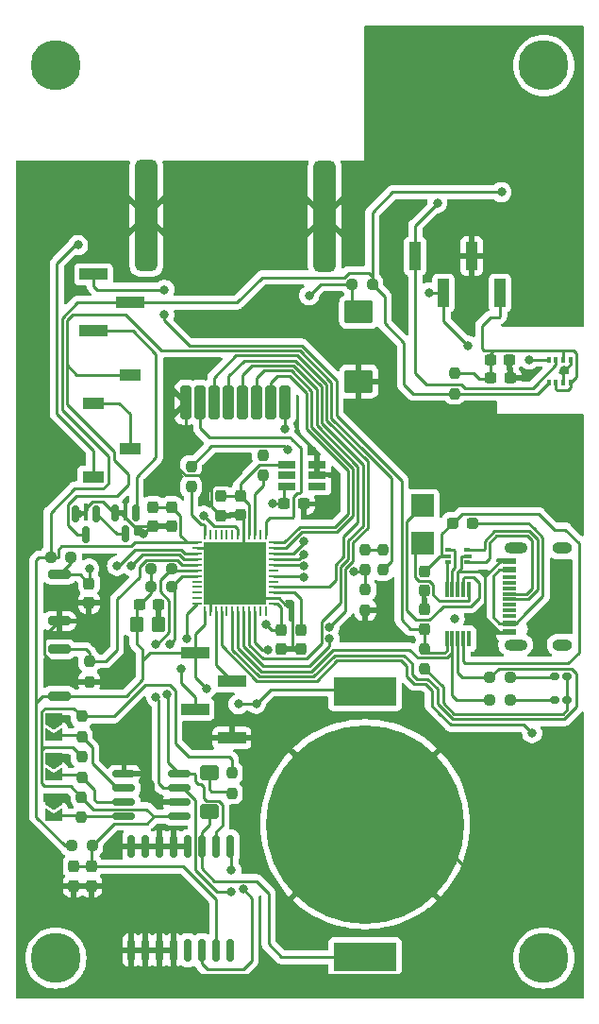
<source format=gbr>
%TF.GenerationSoftware,KiCad,Pcbnew,7.0.2*%
%TF.CreationDate,2024-06-10T16:57:37+03:00*%
%TF.ProjectId,STM32_NRF24L01_Sleep_mode,53544d33-325f-44e5-9246-32344c30315f,rev?*%
%TF.SameCoordinates,Original*%
%TF.FileFunction,Copper,L2,Bot*%
%TF.FilePolarity,Positive*%
%FSLAX46Y46*%
G04 Gerber Fmt 4.6, Leading zero omitted, Abs format (unit mm)*
G04 Created by KiCad (PCBNEW 7.0.2) date 2024-06-10 16:57:37*
%MOMM*%
%LPD*%
G01*
G04 APERTURE LIST*
G04 Aperture macros list*
%AMRoundRect*
0 Rectangle with rounded corners*
0 $1 Rounding radius*
0 $2 $3 $4 $5 $6 $7 $8 $9 X,Y pos of 4 corners*
0 Add a 4 corners polygon primitive as box body*
4,1,4,$2,$3,$4,$5,$6,$7,$8,$9,$2,$3,0*
0 Add four circle primitives for the rounded corners*
1,1,$1+$1,$2,$3*
1,1,$1+$1,$4,$5*
1,1,$1+$1,$6,$7*
1,1,$1+$1,$8,$9*
0 Add four rect primitives between the rounded corners*
20,1,$1+$1,$2,$3,$4,$5,0*
20,1,$1+$1,$4,$5,$6,$7,0*
20,1,$1+$1,$6,$7,$8,$9,0*
20,1,$1+$1,$8,$9,$2,$3,0*%
%AMFreePoly0*
4,1,6,1.000000,0.000000,0.500000,-0.750000,-0.500000,-0.750000,-0.500000,0.750000,0.500000,0.750000,1.000000,0.000000,1.000000,0.000000,$1*%
%AMFreePoly1*
4,1,6,0.500000,-0.750000,-0.650000,-0.750000,-0.150000,0.000000,-0.650000,0.750000,0.500000,0.750000,0.500000,-0.750000,0.500000,-0.750000,$1*%
G04 Aperture macros list end*
%TA.AperFunction,SMDPad,CuDef*%
%ADD10RoundRect,0.237500X-0.237500X0.250000X-0.237500X-0.250000X0.237500X-0.250000X0.237500X0.250000X0*%
%TD*%
%TA.AperFunction,SMDPad,CuDef*%
%ADD11R,1.560000X0.650000*%
%TD*%
%TA.AperFunction,SMDPad,CuDef*%
%ADD12RoundRect,0.237500X-0.300000X-0.237500X0.300000X-0.237500X0.300000X0.237500X-0.300000X0.237500X0*%
%TD*%
%TA.AperFunction,SMDPad,CuDef*%
%ADD13RoundRect,0.250000X-1.025000X0.787500X-1.025000X-0.787500X1.025000X-0.787500X1.025000X0.787500X0*%
%TD*%
%TA.AperFunction,SMDPad,CuDef*%
%ADD14R,1.900000X1.000000*%
%TD*%
%TA.AperFunction,SMDPad,CuDef*%
%ADD15R,2.510000X1.000000*%
%TD*%
%TA.AperFunction,SMDPad,CuDef*%
%ADD16R,1.000000X2.510000*%
%TD*%
%TA.AperFunction,SMDPad,CuDef*%
%ADD17RoundRect,0.250000X0.600000X-0.400000X0.600000X0.400000X-0.600000X0.400000X-0.600000X-0.400000X0*%
%TD*%
%TA.AperFunction,SMDPad,CuDef*%
%ADD18R,5.560000X2.600000*%
%TD*%
%TA.AperFunction,SMDPad,CuDef*%
%ADD19C,17.800000*%
%TD*%
%TA.AperFunction,SMDPad,CuDef*%
%ADD20RoundRect,0.237500X0.237500X-0.250000X0.237500X0.250000X-0.237500X0.250000X-0.237500X-0.250000X0*%
%TD*%
%TA.AperFunction,SMDPad,CuDef*%
%ADD21R,2.000000X2.000000*%
%TD*%
%TA.AperFunction,SMDPad,CuDef*%
%ADD22RoundRect,0.237500X0.250000X0.237500X-0.250000X0.237500X-0.250000X-0.237500X0.250000X-0.237500X0*%
%TD*%
%TA.AperFunction,SMDPad,CuDef*%
%ADD23RoundRect,0.237500X-0.250000X-0.237500X0.250000X-0.237500X0.250000X0.237500X-0.250000X0.237500X0*%
%TD*%
%TA.AperFunction,SMDPad,CuDef*%
%ADD24R,0.500000X0.375000*%
%TD*%
%TA.AperFunction,SMDPad,CuDef*%
%ADD25R,0.650000X0.300000*%
%TD*%
%TA.AperFunction,SMDPad,CuDef*%
%ADD26R,0.300000X1.400000*%
%TD*%
%TA.AperFunction,SMDPad,CuDef*%
%ADD27RoundRect,0.150000X-0.150000X0.587500X-0.150000X-0.587500X0.150000X-0.587500X0.150000X0.587500X0*%
%TD*%
%TA.AperFunction,SMDPad,CuDef*%
%ADD28R,1.240000X0.600000*%
%TD*%
%TA.AperFunction,SMDPad,CuDef*%
%ADD29R,1.240000X0.300000*%
%TD*%
%TA.AperFunction,ComponentPad*%
%ADD30O,1.800000X1.000000*%
%TD*%
%TA.AperFunction,ComponentPad*%
%ADD31O,2.100000X1.000000*%
%TD*%
%TA.AperFunction,SMDPad,CuDef*%
%ADD32RoundRect,0.237500X-0.287500X-0.237500X0.287500X-0.237500X0.287500X0.237500X-0.287500X0.237500X0*%
%TD*%
%TA.AperFunction,SMDPad,CuDef*%
%ADD33RoundRect,0.160000X-0.222500X-0.160000X0.222500X-0.160000X0.222500X0.160000X-0.222500X0.160000X0*%
%TD*%
%TA.AperFunction,SMDPad,CuDef*%
%ADD34RoundRect,0.237500X-0.237500X0.300000X-0.237500X-0.300000X0.237500X-0.300000X0.237500X0.300000X0*%
%TD*%
%TA.AperFunction,SMDPad,CuDef*%
%ADD35RoundRect,0.237500X0.237500X-0.300000X0.237500X0.300000X-0.237500X0.300000X-0.237500X-0.300000X0*%
%TD*%
%TA.AperFunction,SMDPad,CuDef*%
%ADD36RoundRect,0.250000X-0.350000X-0.450000X0.350000X-0.450000X0.350000X0.450000X-0.350000X0.450000X0*%
%TD*%
%TA.AperFunction,SMDPad,CuDef*%
%ADD37RoundRect,0.150000X0.150000X-0.875000X0.150000X0.875000X-0.150000X0.875000X-0.150000X-0.875000X0*%
%TD*%
%TA.AperFunction,SMDPad,CuDef*%
%ADD38FreePoly0,270.000000*%
%TD*%
%TA.AperFunction,SMDPad,CuDef*%
%ADD39FreePoly1,270.000000*%
%TD*%
%TA.AperFunction,SMDPad,CuDef*%
%ADD40RoundRect,0.062500X-0.062500X0.375000X-0.062500X-0.375000X0.062500X-0.375000X0.062500X0.375000X0*%
%TD*%
%TA.AperFunction,SMDPad,CuDef*%
%ADD41RoundRect,0.062500X-0.375000X0.062500X-0.375000X-0.062500X0.375000X-0.062500X0.375000X0.062500X0*%
%TD*%
%TA.AperFunction,SMDPad,CuDef*%
%ADD42R,5.600000X5.600000*%
%TD*%
%TA.AperFunction,SMDPad,CuDef*%
%ADD43RoundRect,0.200000X-0.800000X0.200000X-0.800000X-0.200000X0.800000X-0.200000X0.800000X0.200000X0*%
%TD*%
%TA.AperFunction,SMDPad,CuDef*%
%ADD44RoundRect,0.250000X0.250000X-1.250000X0.250000X1.250000X-0.250000X1.250000X-0.250000X-1.250000X0*%
%TD*%
%TA.AperFunction,SMDPad,CuDef*%
%ADD45RoundRect,0.500000X0.500000X-4.500000X0.500000X4.500000X-0.500000X4.500000X-0.500000X-4.500000X0*%
%TD*%
%TA.AperFunction,SMDPad,CuDef*%
%ADD46R,0.350000X0.500000*%
%TD*%
%TA.AperFunction,SMDPad,CuDef*%
%ADD47RoundRect,0.150000X-0.825000X-0.150000X0.825000X-0.150000X0.825000X0.150000X-0.825000X0.150000X0*%
%TD*%
%TA.AperFunction,ViaPad*%
%ADD48C,0.800000*%
%TD*%
%TA.AperFunction,ViaPad*%
%ADD49C,4.500000*%
%TD*%
%TA.AperFunction,Conductor*%
%ADD50C,0.250000*%
%TD*%
G04 APERTURE END LIST*
D10*
%TO.P,JP10,1,A*%
%TO.N,RTC_VBAT*%
X-156850000Y-63325000D03*
%TO.P,JP10,2,B*%
%TO.N,Net-(JP10-B)*%
X-156850000Y-65150000D03*
%TD*%
D11*
%TO.P,U2,1,GND*%
%TO.N,GND*%
X-145550000Y-63200000D03*
%TO.P,U2,2,GND*%
X-145550000Y-64150000D03*
%TO.P,U2,3,NC*%
%TO.N,unconnected-(U2-NC-Pad3)*%
X-145550000Y-65100000D03*
%TO.P,U2,4,Vin*%
%TO.N,+3.3V*%
X-148250000Y-65100000D03*
%TO.P,U2,5,NC*%
%TO.N,unconnected-(U2-NC-Pad5)*%
X-148250000Y-64150000D03*
%TO.P,U2,6,Vout*%
%TO.N,Net-(U1-VREF+)*%
X-148250000Y-63200000D03*
%TD*%
D12*
%TO.P,C10,1*%
%TO.N,+3.3V*%
X-148500000Y-66700000D03*
%TO.P,C10,2*%
%TO.N,GND*%
X-146775000Y-66700000D03*
%TD*%
D13*
%TO.P,C15,1*%
%TO.N,Net-(J4-Pin_1)*%
X-141800000Y-49487500D03*
%TO.P,C15,2*%
%TO.N,GND*%
X-141800000Y-55712500D03*
%TD*%
D10*
%TO.P,JP9,2,B*%
%TO.N,Net-(D4-A)*%
X-135875000Y-81500000D03*
%TO.P,JP9,1,A*%
%TO.N,Net-(JP13-A)*%
X-135875000Y-79675000D03*
%TD*%
D14*
%TO.P,J3,2,Pin_2*%
%TO.N,Net-(J2-Pin_1)*%
X-162350000Y-61730000D03*
%TO.P,J3,1,Pin_1*%
%TO.N,Net-(BT4-+)*%
X-165650000Y-64270000D03*
%TD*%
%TO.P,J2,2,Pin_2*%
%TO.N,Bat_voltage*%
X-162350000Y-55130000D03*
%TO.P,J2,1,Pin_1*%
%TO.N,Net-(J2-Pin_1)*%
X-165650000Y-57670000D03*
%TD*%
D15*
%TO.P,J1,1,Pin_1*%
%TO.N,+3.3V*%
X-156510000Y-80060000D03*
%TO.P,J1,2,Pin_2*%
%TO.N,PA13*%
X-153200000Y-82600000D03*
%TO.P,J1,3,Pin_3*%
%TO.N,PA14*%
X-156510000Y-85140000D03*
%TO.P,J1,4,Pin_4*%
%TO.N,GND*%
X-153200000Y-87680000D03*
%TD*%
%TO.P,JP13,3,B*%
%TO.N,Net-(JP13-B)*%
X-165600000Y-51200000D03*
%TO.P,JP13,2,C*%
%TO.N,+3.3V*%
X-162290000Y-48660000D03*
%TO.P,JP13,1,A*%
%TO.N,Net-(JP13-A)*%
X-165600000Y-46120000D03*
%TD*%
D16*
%TO.P,J6,4,Pin_4*%
%TO.N,Net-(J6-Pin_4)*%
X-129120000Y-47800000D03*
%TO.P,J6,3,Pin_3*%
%TO.N,GND*%
X-131660000Y-44490000D03*
%TO.P,J6,2,Pin_2*%
%TO.N,SCL*%
X-134200000Y-47800000D03*
%TO.P,J6,1,Pin_1*%
%TO.N,SDA*%
X-136740000Y-44490000D03*
%TD*%
D17*
%TO.P,D2,2,A*%
%TO.N,Net-(D2-A)*%
X-155200000Y-90800000D03*
%TO.P,D2,1,K*%
%TO.N,RTC_VBAT*%
X-155200000Y-94300000D03*
%TD*%
D18*
%TO.P,BT2,1,+*%
%TO.N,RTC_VBAT*%
X-141250000Y-107310000D03*
X-141250000Y-83500000D03*
D19*
%TO.P,BT2,2,-*%
%TO.N,GND*%
X-141250000Y-95405000D03*
%TD*%
D20*
%TO.P,JP8,1,A*%
%TO.N,Bat_voltage*%
X-139650000Y-72600000D03*
%TO.P,JP8,2,B*%
%TO.N,Net-(JP8-B)*%
X-139650000Y-70775000D03*
%TD*%
D21*
%TO.P,TP2,1,1*%
%TO.N,Net-(U7-~{RTS})*%
X-136055000Y-66860000D03*
%TD*%
%TO.P,TP1,1,1*%
%TO.N,Net-(U7-~{CTS})*%
X-136116000Y-70184000D03*
%TD*%
D20*
%TO.P,JP1,1,A*%
%TO.N,Net-(JP1-A)*%
X-150400000Y-64125000D03*
%TO.P,JP1,2,B*%
%TO.N,EXTERNAL_WOKE_UP*%
X-150400000Y-62300000D03*
%TD*%
D22*
%TO.P,JP7,2,B*%
%TO.N,+3.3V*%
X-167565000Y-97325000D03*
%TO.P,JP7,1,A*%
%TO.N,Net-(JP7-A)*%
X-165740000Y-97325000D03*
%TD*%
D23*
%TO.P,JP3,1,A*%
%TO.N,Net-(J4-Pin_1)*%
X-142425000Y-47000000D03*
%TO.P,JP3,2,B*%
%TO.N,+3.3V*%
X-140600000Y-47000000D03*
%TD*%
D10*
%TO.P,JP2,1,A*%
%TO.N,Net-(J6-Pin_4)*%
X-133200000Y-54975000D03*
%TO.P,JP2,2,B*%
%TO.N,+3.3V*%
X-133200000Y-56800000D03*
%TD*%
D22*
%TO.P,R16,2*%
%TO.N,RX*%
X-130050000Y-84250000D03*
%TO.P,R16,1*%
%TO.N,Net-(D5-K)*%
X-128225000Y-84250000D03*
%TD*%
%TO.P,R15,2*%
%TO.N,TX*%
X-130025000Y-82250000D03*
%TO.P,R15,1*%
%TO.N,Net-(D4-K)*%
X-128200000Y-82250000D03*
%TD*%
D10*
%TO.P,R14,2*%
%TO.N,ADC*%
X-141239000Y-72610000D03*
%TO.P,R14,1*%
%TO.N,Net-(JP8-B)*%
X-141239000Y-70785000D03*
%TD*%
%TO.P,R13,1*%
%TO.N,ADC*%
X-141221000Y-74375000D03*
%TO.P,R13,2*%
%TO.N,GND*%
X-141221000Y-76200000D03*
%TD*%
D20*
%TO.P,R11,2*%
%TO.N,Net-(JP7-A)*%
X-153200000Y-90800000D03*
%TO.P,R11,1*%
%TO.N,Net-(D2-A)*%
X-153200000Y-92625000D03*
%TD*%
D10*
%TO.P,R9,1*%
%TO.N,Net-(JP7-A)*%
X-166700000Y-92950000D03*
%TO.P,R9,2*%
%TO.N,Net-(JP4-B)*%
X-166700000Y-94775000D03*
%TD*%
%TO.P,R7,2*%
%TO.N,GND*%
X-166000000Y-82625000D03*
%TO.P,R7,1*%
%TO.N,BOOT0*%
X-166000000Y-80800000D03*
%TD*%
D22*
%TO.P,R6,1*%
%TO.N,NRST*%
X-167650000Y-71500000D03*
%TO.P,R6,2*%
%TO.N,+3.3V*%
X-169475000Y-71500000D03*
%TD*%
D23*
%TO.P,R5,1*%
%TO.N,+3.3V*%
X-160425000Y-72500000D03*
%TO.P,R5,2*%
%TO.N,SDA*%
X-158600000Y-72500000D03*
%TD*%
%TO.P,R4,1*%
%TO.N,+3.3V*%
X-160425000Y-74100000D03*
%TO.P,R4,2*%
%TO.N,SCL*%
X-158600000Y-74100000D03*
%TD*%
D10*
%TO.P,R2,2*%
%TO.N,Net-(JP5-B)*%
X-166675000Y-91175000D03*
%TO.P,R2,1*%
%TO.N,Net-(JP7-A)*%
X-166675000Y-89350000D03*
%TD*%
%TO.P,R1,1*%
%TO.N,Net-(JP7-A)*%
X-166675000Y-85750000D03*
%TO.P,R1,2*%
%TO.N,Net-(JP6-B)*%
X-166675000Y-87575000D03*
%TD*%
D24*
%TO.P,U8,1,I/O1*%
%TO.N,Net-(P2-D-)*%
X-132066000Y-70846500D03*
D25*
%TO.P,U8,2,GND*%
%TO.N,GND*%
X-131991000Y-71384000D03*
D24*
%TO.P,U8,3,I/O2*%
%TO.N,Net-(P2-D+)*%
X-132066000Y-71921500D03*
%TO.P,U8,4,I/O2*%
%TO.N,Net-(U7-UD+)*%
X-133766000Y-71921500D03*
D25*
%TO.P,U8,5,VBUS*%
%TO.N,+5V*%
X-133841000Y-71384000D03*
D24*
%TO.P,U8,6,I/O1*%
%TO.N,Net-(U7-UD-)*%
X-133766000Y-70846500D03*
%TD*%
D26*
%TO.P,U7,1,UD+*%
%TO.N,Net-(U7-UD+)*%
X-133916000Y-74384000D03*
%TO.P,U7,2,UD-*%
%TO.N,Net-(U7-UD-)*%
X-133416000Y-74384000D03*
%TO.P,U7,3,GND*%
%TO.N,GND*%
X-132916000Y-74384000D03*
%TO.P,U7,4,~{RTS}*%
%TO.N,Net-(U7-~{RTS})*%
X-132416000Y-74384000D03*
%TO.P,U7,5,~{CTS}*%
%TO.N,Net-(U7-~{CTS})*%
X-131916000Y-74384000D03*
%TO.P,U7,6,TNOW*%
%TO.N,unconnected-(U7-TNOW-Pad6)*%
X-131916000Y-78784000D03*
%TO.P,U7,7,VCC*%
%TO.N,+5V*%
X-132416000Y-78784000D03*
%TO.P,U7,8,TXD*%
%TO.N,TX*%
X-132916000Y-78784000D03*
%TO.P,U7,9,RXD*%
%TO.N,RX*%
X-133416000Y-78784000D03*
%TO.P,U7,10,V3*%
%TO.N,Net-(JP13-A)*%
X-133916000Y-78784000D03*
%TD*%
D27*
%TO.P,Q3,1,G*%
%TO.N,GND*%
X-167250000Y-67550000D03*
%TO.P,Q3,2,S*%
%TO.N,Net-(Q3-S)*%
X-165350000Y-67550000D03*
%TO.P,Q3,3,D*%
%TO.N,Bat_voltage*%
X-166300000Y-69425000D03*
%TD*%
D28*
%TO.P,P2,A1,GND*%
%TO.N,GND*%
X-128325000Y-71800000D03*
%TO.P,P2,A4,VBUS*%
%TO.N,Net-(F1-Pad2)*%
X-128325000Y-72600000D03*
D29*
%TO.P,P2,A5,CC*%
%TO.N,unconnected-(P2-CC-PadA5)*%
X-128325000Y-73750000D03*
%TO.P,P2,A6,D+*%
%TO.N,Net-(P2-D+)*%
X-128325000Y-74750000D03*
%TO.P,P2,A7,D-*%
%TO.N,Net-(P2-D-)*%
X-128325000Y-75250000D03*
%TO.P,P2,A8*%
%TO.N,N/C*%
X-128325000Y-76250000D03*
D28*
%TO.P,P2,A9,VBUS*%
%TO.N,Net-(F1-Pad2)*%
X-128325000Y-77400000D03*
%TO.P,P2,A12,GND*%
%TO.N,GND*%
X-128325000Y-78200000D03*
%TO.P,P2,B1,GND*%
X-128325000Y-78200000D03*
%TO.P,P2,B4,VBUS*%
%TO.N,Net-(F1-Pad2)*%
X-128325000Y-77400000D03*
D29*
%TO.P,P2,B5,VCONN*%
%TO.N,unconnected-(P2-VCONN-PadB5)*%
X-128325000Y-76750000D03*
%TO.P,P2,B6*%
%TO.N,N/C*%
X-128325000Y-75750000D03*
%TO.P,P2,B7*%
X-128325000Y-74250000D03*
%TO.P,P2,B8*%
X-128325000Y-73250000D03*
D28*
%TO.P,P2,B9,VBUS*%
%TO.N,Net-(F1-Pad2)*%
X-128325000Y-72600000D03*
%TO.P,P2,B12,GND*%
%TO.N,GND*%
X-128325000Y-71800000D03*
D30*
%TO.P,P2,S1,SHIELD*%
%TO.N,unconnected-(P2-SHIELD-PadS1)*%
X-123525000Y-70680000D03*
D31*
X-127725000Y-70680000D03*
X-127725000Y-79320000D03*
D30*
X-123525000Y-79320000D03*
%TD*%
D32*
%TO.P,F1,2*%
%TO.N,Net-(F1-Pad2)*%
X-131600000Y-68400000D03*
%TO.P,F1,1*%
%TO.N,+5V*%
X-133350000Y-68400000D03*
%TD*%
D33*
%TO.P,D5,2,A*%
%TO.N,Net-(D4-A)*%
X-123105000Y-84250000D03*
%TO.P,D5,1,K*%
%TO.N,Net-(D5-K)*%
X-124250000Y-84250000D03*
%TD*%
%TO.P,D4,2,A*%
%TO.N,Net-(D4-A)*%
X-123105000Y-82125000D03*
%TO.P,D4,1,K*%
%TO.N,Net-(D4-K)*%
X-124250000Y-82125000D03*
%TD*%
D34*
%TO.P,C19,1*%
%TO.N,+5V*%
X-135916000Y-72725000D03*
%TO.P,C19,2*%
%TO.N,GND*%
X-135916000Y-74450000D03*
%TD*%
D35*
%TO.P,C18,1*%
%TO.N,Net-(JP13-A)*%
X-135916000Y-77909000D03*
%TO.P,C18,2*%
%TO.N,GND*%
X-135916000Y-76184000D03*
%TD*%
D12*
%TO.P,C6,1*%
%TO.N,+3.3V*%
X-161475000Y-75750000D03*
%TO.P,C6,2*%
%TO.N,GND*%
X-159750000Y-75750000D03*
%TD*%
D36*
%TO.P,C14,1*%
%TO.N,+3.3V*%
X-161750000Y-77500000D03*
%TO.P,C14,2*%
%TO.N,GND*%
X-159750000Y-77500000D03*
%TD*%
D12*
%TO.P,C1,2*%
%TO.N,GND*%
X-128237000Y-55424000D03*
%TO.P,C1,1*%
%TO.N,Net-(J6-Pin_4)*%
X-129962000Y-55424000D03*
%TD*%
D27*
%TO.P,U4,1,GND*%
%TO.N,GND*%
X-163700000Y-67525000D03*
%TO.P,U4,2,VO*%
%TO.N,Net-(JP13-B)*%
X-161800000Y-67525000D03*
%TO.P,U4,3,VI*%
%TO.N,Net-(Q3-S)*%
X-162750000Y-69400000D03*
%TD*%
D37*
%TO.P,U5,16,SCL*%
%TO.N,SCL*%
X-153330000Y-97400000D03*
%TO.P,U5,15,SDA*%
%TO.N,SDA*%
X-154600000Y-97400000D03*
%TO.P,U5,14,VBAT*%
%TO.N,RTC_VBAT*%
X-155870000Y-97400000D03*
%TO.P,U5,13,GND*%
%TO.N,GND*%
X-157140000Y-97400000D03*
%TO.P,U5,12,GND*%
X-158410000Y-97400000D03*
%TO.P,U5,11,GND*%
X-159680000Y-97400000D03*
%TO.P,U5,10,GND*%
X-160950000Y-97400000D03*
%TO.P,U5,9,GND*%
X-162220000Y-97400000D03*
%TO.P,U5,8,GND*%
X-162220000Y-106700000D03*
%TO.P,U5,7,GND*%
X-160950000Y-106700000D03*
%TO.P,U5,6,GND*%
X-159680000Y-106700000D03*
%TO.P,U5,5,GND*%
X-158410000Y-106700000D03*
%TO.P,U5,4,~{RST}*%
%TO.N,unconnected-(U5-~{RST}-Pad4)*%
X-157140000Y-106700000D03*
%TO.P,U5,3,~{INT}/SQW*%
%TO.N,EXTERNAL_WOKE_UP*%
X-155870000Y-106700000D03*
%TO.P,U5,2,VCC*%
%TO.N,Net-(JP7-A)*%
X-154600000Y-106700000D03*
%TO.P,U5,1,32KHZ*%
%TO.N,unconnected-(U5-32KHZ-Pad1)*%
X-153330000Y-106700000D03*
%TD*%
D38*
%TO.P,JP6,1,A*%
%TO.N,GND*%
X-169200000Y-85950000D03*
D39*
%TO.P,JP6,2,B*%
%TO.N,Net-(JP6-B)*%
X-169200000Y-87400000D03*
%TD*%
D34*
%TO.P,C4,1*%
%TO.N,Net-(U1-VCAP1)*%
X-147000000Y-78000000D03*
%TO.P,C4,2*%
%TO.N,GND*%
X-147000000Y-79725000D03*
%TD*%
D40*
%TO.P,U1,1,VBAT*%
%TO.N,Net-(JP10-B)*%
X-155650000Y-69462500D03*
%TO.P,U1,2,PC13*%
%TO.N,unconnected-(U1-PC13-Pad2)*%
X-155150000Y-69462500D03*
%TO.P,U1,3,PC14*%
%TO.N,unconnected-(U1-PC14-Pad3)*%
X-154650000Y-69462500D03*
%TO.P,U1,4,PC15*%
%TO.N,unconnected-(U1-PC15-Pad4)*%
X-154150000Y-69462500D03*
%TO.P,U1,5,PH0*%
%TO.N,unconnected-(U1-PH0-Pad5)*%
X-153650000Y-69462500D03*
%TO.P,U1,6,PH1*%
%TO.N,unconnected-(U1-PH1-Pad6)*%
X-153150000Y-69462500D03*
%TO.P,U1,7,NRST*%
%TO.N,NRST*%
X-152650000Y-69462500D03*
%TO.P,U1,8,VSSA*%
%TO.N,GND*%
X-152150000Y-69462500D03*
%TO.P,U1,9,VREF+*%
%TO.N,Net-(U1-VREF+)*%
X-151650000Y-69462500D03*
%TO.P,U1,10,PA0*%
%TO.N,Net-(JP1-A)*%
X-151150000Y-69462500D03*
%TO.P,U1,11,PA1*%
%TO.N,unconnected-(U1-PA1-Pad11)*%
X-150650000Y-69462500D03*
%TO.P,U1,12,PA2*%
%TO.N,nrf_IRQ*%
X-150150000Y-69462500D03*
D41*
%TO.P,U1,13,PA3*%
%TO.N,nrf_CE*%
X-149462500Y-70150000D03*
%TO.P,U1,14,PA4*%
%TO.N,nrf_CS*%
X-149462500Y-70650000D03*
%TO.P,U1,15,PA5*%
%TO.N,1*%
X-149462500Y-71150000D03*
%TO.P,U1,16,PA6*%
%TO.N,2*%
X-149462500Y-71650000D03*
%TO.P,U1,17,PA7*%
%TO.N,4*%
X-149462500Y-72150000D03*
%TO.P,U1,18,PB0*%
%TO.N,unconnected-(U1-PB0-Pad18)*%
X-149462500Y-72650000D03*
%TO.P,U1,19,PB1*%
%TO.N,ADC*%
X-149462500Y-73150000D03*
%TO.P,U1,20,PB2*%
%TO.N,unconnected-(U1-PB2-Pad20)*%
X-149462500Y-73650000D03*
%TO.P,U1,21,PB10*%
%TO.N,nrf_SCK*%
X-149462500Y-74150000D03*
%TO.P,U1,22,VCAP1*%
%TO.N,Net-(U1-VCAP1)*%
X-149462500Y-74650000D03*
%TO.P,U1,23,VSS*%
%TO.N,GND*%
X-149462500Y-75150000D03*
%TO.P,U1,24,VDD*%
%TO.N,+3.3V*%
X-149462500Y-75650000D03*
D40*
%TO.P,U1,25,PB12*%
%TO.N,unconnected-(U1-PB12-Pad25)*%
X-150150000Y-76337500D03*
%TO.P,U1,26,PB13*%
%TO.N,unconnected-(U1-PB13-Pad26)*%
X-150650000Y-76337500D03*
%TO.P,U1,27,PB14*%
%TO.N,nrf_MISO*%
X-151150000Y-76337500D03*
%TO.P,U1,28,PB15*%
%TO.N,nrf_MOSI*%
X-151650000Y-76337500D03*
%TO.P,U1,29,PA8*%
%TO.N,8*%
X-152150000Y-76337500D03*
%TO.P,U1,30,PA9*%
%TO.N,RX*%
X-152650000Y-76337500D03*
%TO.P,U1,31,PA10*%
%TO.N,TX*%
X-153150000Y-76337500D03*
%TO.P,U1,32,PA11*%
%TO.N,unconnected-(U1-PA11-Pad32)*%
X-153650000Y-76337500D03*
%TO.P,U1,33,PA12*%
%TO.N,ACTION*%
X-154150000Y-76337500D03*
%TO.P,U1,34,PA13*%
%TO.N,PA13*%
X-154650000Y-76337500D03*
%TO.P,U1,35,VSS*%
%TO.N,GND*%
X-155150000Y-76337500D03*
%TO.P,U1,36,VDD*%
%TO.N,+3.3V*%
X-155650000Y-76337500D03*
D41*
%TO.P,U1,37,PA14*%
%TO.N,PA14*%
X-156337500Y-75650000D03*
%TO.P,U1,38,PA15*%
%TO.N,unconnected-(U1-PA15-Pad38)*%
X-156337500Y-75150000D03*
%TO.P,U1,39,PB3*%
%TO.N,unconnected-(U1-PB3-Pad39)*%
X-156337500Y-74650000D03*
%TO.P,U1,40,PB4*%
%TO.N,unconnected-(U1-PB4-Pad40)*%
X-156337500Y-74150000D03*
%TO.P,U1,41,PB5*%
%TO.N,unconnected-(U1-PB5-Pad41)*%
X-156337500Y-73650000D03*
%TO.P,U1,42,PB6*%
%TO.N,SCL*%
X-156337500Y-73150000D03*
%TO.P,U1,43,PB7*%
%TO.N,SDA*%
X-156337500Y-72650000D03*
%TO.P,U1,44,BOOT0*%
%TO.N,BOOT0*%
X-156337500Y-72150000D03*
%TO.P,U1,45,PB8*%
%TO.N,LED_Red*%
X-156337500Y-71650000D03*
%TO.P,U1,46,PB9*%
%TO.N,LED_Green*%
X-156337500Y-71150000D03*
%TO.P,U1,47,VSS*%
%TO.N,GND*%
X-156337500Y-70650000D03*
%TO.P,U1,48,VDD*%
%TO.N,+3.3V*%
X-156337500Y-70150000D03*
D42*
%TO.P,U1,49,VSS*%
%TO.N,GND*%
X-152900000Y-72900000D03*
%TD*%
D38*
%TO.P,JP4,1,A*%
%TO.N,GND*%
X-169200000Y-93150000D03*
D39*
%TO.P,JP4,2,B*%
%TO.N,Net-(JP4-B)*%
X-169200000Y-94600000D03*
%TD*%
D34*
%TO.P,C12,1*%
%TO.N,Net-(JP7-A)*%
X-165800000Y-99200000D03*
%TO.P,C12,2*%
%TO.N,GND*%
X-165800000Y-100925000D03*
%TD*%
D12*
%TO.P,C2,1*%
%TO.N,Net-(J6-Pin_4)*%
X-130000000Y-53750000D03*
%TO.P,C2,2*%
%TO.N,GND*%
X-128275000Y-53750000D03*
%TD*%
D34*
%TO.P,C9,1*%
%TO.N,+3.3V*%
X-160250000Y-67000000D03*
%TO.P,C9,2*%
%TO.N,GND*%
X-160250000Y-68725000D03*
%TD*%
%TO.P,C13,1*%
%TO.N,Net-(U1-VREF+)*%
X-152454000Y-65977000D03*
%TO.P,C13,2*%
%TO.N,GND*%
X-152454000Y-67702000D03*
%TD*%
%TO.P,C5,1*%
%TO.N,Net-(JP7-A)*%
X-167400000Y-99200000D03*
%TO.P,C5,2*%
%TO.N,GND*%
X-167400000Y-100925000D03*
%TD*%
D43*
%TO.P,SW2,2,2*%
%TO.N,+3.3V*%
X-168680000Y-83926000D03*
%TO.P,SW2,1,1*%
%TO.N,BOOT0*%
X-168680000Y-79726000D03*
%TD*%
D34*
%TO.P,C7,1*%
%TO.N,+3.3V*%
X-148750000Y-78000000D03*
%TO.P,C7,2*%
%TO.N,GND*%
X-148750000Y-79725000D03*
%TD*%
D39*
%TO.P,JP5,2,B*%
%TO.N,Net-(JP5-B)*%
X-169200000Y-91000000D03*
D38*
%TO.P,JP5,1,A*%
%TO.N,GND*%
X-169200000Y-89550000D03*
%TD*%
D34*
%TO.P,C16,1*%
%TO.N,Net-(U1-VREF+)*%
X-154200000Y-66000000D03*
%TO.P,C16,2*%
%TO.N,GND*%
X-154200000Y-67725000D03*
%TD*%
D43*
%TO.P,SW1,1,1*%
%TO.N,NRST*%
X-168675000Y-73000000D03*
%TO.P,SW1,2,2*%
%TO.N,GND*%
X-168675000Y-77200000D03*
%TD*%
D34*
%TO.P,C3,1*%
%TO.N,NRST*%
X-166025000Y-73825000D03*
%TO.P,C3,2*%
%TO.N,GND*%
X-166025000Y-75550000D03*
%TD*%
D44*
%TO.P,J4,1,Pin_1*%
%TO.N,Net-(J4-Pin_1)*%
X-148428000Y-57600000D03*
%TO.P,J4,2,Pin_2*%
%TO.N,nrf_CE*%
X-149698000Y-57600000D03*
%TO.P,J4,3,Pin_3*%
%TO.N,nrf_CS*%
X-150968000Y-57600000D03*
%TO.P,J4,4,Pin_4*%
%TO.N,nrf_SCK*%
X-152238000Y-57600000D03*
%TO.P,J4,5,Pin_5*%
%TO.N,nrf_MOSI*%
X-153508000Y-57600000D03*
%TO.P,J4,6,Pin_6*%
%TO.N,nrf_MISO*%
X-154778000Y-57600000D03*
%TO.P,J4,7,Pin_7*%
%TO.N,nrf_IRQ*%
X-156048000Y-57600000D03*
%TO.P,J4,8,Pin_8*%
%TO.N,GND*%
X-157318000Y-57600000D03*
D45*
%TO.P,J4,9,Pin_9*%
X-144872000Y-40963000D03*
%TO.P,J4,10,Pin_10*%
X-160874000Y-40836000D03*
%TD*%
D34*
%TO.P,C8,1*%
%TO.N,+3.3V*%
X-158600000Y-67000000D03*
%TO.P,C8,2*%
%TO.N,GND*%
X-158600000Y-68725000D03*
%TD*%
D46*
%TO.P,U3,1,GND*%
%TO.N,GND*%
X-122800000Y-53750000D03*
%TO.P,U3,2,CSB*%
%TO.N,Net-(J6-Pin_4)*%
X-123450000Y-53750000D03*
%TO.P,U3,3,SDI*%
%TO.N,SDA*%
X-124100000Y-53750000D03*
%TO.P,U3,4,SCK*%
%TO.N,SCL*%
X-124750000Y-53750000D03*
%TO.P,U3,5,SDO*%
%TO.N,+3.3V*%
X-124750000Y-55800000D03*
%TO.P,U3,6,VDDIO*%
%TO.N,Net-(J6-Pin_4)*%
X-124100000Y-55800000D03*
%TO.P,U3,7,GND*%
%TO.N,GND*%
X-123450000Y-55800000D03*
%TO.P,U3,8,VDD*%
%TO.N,Net-(J6-Pin_4)*%
X-122800000Y-55800000D03*
%TD*%
D47*
%TO.P,U6,1,A0*%
%TO.N,Net-(JP4-B)*%
X-162875000Y-94705000D03*
%TO.P,U6,2,A1*%
%TO.N,Net-(JP5-B)*%
X-162875000Y-93435000D03*
%TO.P,U6,3,A2*%
%TO.N,Net-(JP6-B)*%
X-162875000Y-92165000D03*
%TO.P,U6,4,GND*%
%TO.N,GND*%
X-162875000Y-90895000D03*
%TO.P,U6,5,SDA*%
%TO.N,SDA*%
X-157925000Y-90895000D03*
%TO.P,U6,6,SCL*%
%TO.N,SCL*%
X-157925000Y-92165000D03*
%TO.P,U6,7,WP*%
%TO.N,GND*%
X-157925000Y-93435000D03*
%TO.P,U6,8,VCC*%
%TO.N,Net-(JP7-A)*%
X-157925000Y-94705000D03*
%TD*%
D48*
%TO.N,GND*%
X-145950000Y-61900000D03*
X-145100000Y-66800000D03*
X-155150000Y-70700000D03*
X-152900000Y-72900000D03*
X-151150000Y-74700000D03*
X-151200000Y-72500000D03*
X-123750000Y-72850000D03*
X-134900000Y-62000000D03*
X-125550000Y-76900000D03*
X-137100000Y-84300000D03*
%TO.N,RTC_VBAT*%
X-151000000Y-84600000D03*
X-148200000Y-61800000D03*
%TO.N,GND*%
X-138600000Y-37000000D03*
X-156750000Y-37000000D03*
X-165450000Y-37150000D03*
X-138800000Y-78250000D03*
%TO.N,+3.3V*%
X-149500000Y-66700000D03*
%TO.N,GND*%
X-159800000Y-75750000D03*
X-159750000Y-77250000D03*
X-149850000Y-108550000D03*
X-164300000Y-89250000D03*
X-161100000Y-69400000D03*
X-167000000Y-67550000D03*
X-157950000Y-54400000D03*
%TO.N,Net-(J4-Pin_1)*%
X-148450000Y-60000000D03*
%TO.N,GND*%
X-122850000Y-49500000D03*
X-131250000Y-47900000D03*
X-137950000Y-58350000D03*
X-142050000Y-77650000D03*
X-135900000Y-74450000D03*
%TO.N,RTC_VBAT*%
X-152600000Y-84650000D03*
X-155200000Y-94300000D03*
%TO.N,GND*%
X-155550000Y-87750000D03*
X-158350000Y-97400000D03*
X-165550000Y-108450000D03*
X-170800000Y-102200000D03*
X-170850000Y-97100000D03*
X-169150000Y-93200000D03*
X-169200000Y-86000000D03*
X-169200000Y-89600000D03*
X-160900000Y-92200000D03*
X-164350000Y-87100000D03*
X-168700000Y-81700000D03*
X-163400000Y-82100000D03*
X-164800000Y-77600000D03*
X-168550000Y-75050000D03*
X-171100000Y-67250000D03*
X-158050000Y-61100000D03*
X-170950000Y-54800000D03*
X-170000000Y-41750000D03*
X-155850000Y-46650000D03*
X-155850000Y-41950000D03*
X-139050000Y-45000000D03*
X-133900000Y-25400000D03*
X-128400000Y-25400000D03*
X-122950000Y-30600000D03*
X-130600000Y-35600000D03*
X-130650000Y-31650000D03*
X-123750000Y-44150000D03*
X-138900000Y-41000000D03*
X-138050000Y-50100000D03*
X-123400000Y-54750000D03*
X-126650000Y-55100000D03*
X-130450000Y-62500000D03*
X-123400000Y-65750000D03*
X-123550000Y-59900000D03*
X-148000000Y-75700000D03*
X-145300000Y-51550000D03*
X-157100000Y-50100000D03*
X-140600000Y-52450000D03*
%TO.N,ACTION*%
X-133200000Y-77000000D03*
%TO.N,GND*%
X-130300000Y-79300000D03*
X-125850000Y-94450000D03*
X-130150000Y-89550000D03*
X-123850000Y-101150000D03*
X-135400000Y-108500000D03*
X-158400000Y-100650000D03*
X-156900000Y-103850000D03*
X-148750000Y-86350000D03*
X-150350000Y-89100000D03*
X-146550000Y-84600000D03*
X-127250000Y-42750000D03*
%TO.N,+3.3V*%
X-129000000Y-38750000D03*
%TO.N,GND*%
X-131500000Y-100000000D03*
%TO.N,EXTERNAL_WOKE_UP*%
X-152200000Y-101224500D03*
X-150400000Y-62250000D03*
%TO.N,SCL*%
X-153250000Y-99500000D03*
X-153250000Y-101500000D03*
%TO.N,SDA*%
X-134750000Y-39750000D03*
%TO.N,SCL*%
X-135500000Y-47750000D03*
X-158750000Y-79250000D03*
X-160000000Y-84000000D03*
%TO.N,SDA*%
X-159000000Y-83750000D03*
X-160000000Y-79250000D03*
%TO.N,PA14*%
X-157750000Y-81500000D03*
X-157250000Y-78750000D03*
%TO.N,Net-(JP13-A)*%
X-159250000Y-47500000D03*
X-159250000Y-49750000D03*
%TO.N,+3.3V*%
X-155500000Y-83250000D03*
X-150150000Y-77500000D03*
%TO.N,LED_Green*%
X-163500000Y-72250000D03*
%TO.N,LED_Red*%
X-162250000Y-72250000D03*
%TO.N,ACTION*%
X-126250000Y-87250000D03*
%TO.N,ADC*%
X-146750060Y-73267058D03*
X-142221000Y-72750000D03*
%TO.N,8*%
X-144425500Y-78799550D03*
%TO.N,4*%
X-146746565Y-72267562D03*
%TO.N,2*%
X-146737701Y-71262299D03*
%TO.N,1*%
X-146719502Y-70030498D03*
%TO.N,Net-(J4-Pin_1)*%
X-146250000Y-48000000D03*
%TO.N,NRST*%
X-166000000Y-72500000D03*
X-155750000Y-67750000D03*
%TO.N,nrf_MISO*%
X-144425500Y-77750000D03*
X-150000000Y-79750000D03*
%TO.N,SCL*%
X-132000000Y-52500000D03*
X-126500000Y-53750000D03*
%TO.N,Net-(BT4-+)*%
X-167000000Y-43500000D03*
D49*
%TO.N,+3.3V*%
X-125200000Y-27400000D03*
%TO.N,*%
X-169000000Y-27400000D03*
X-169000000Y-107400000D03*
X-125200000Y-107400000D03*
%TD*%
D50*
%TO.N,GND*%
X-145000000Y-66700000D02*
X-144400000Y-66700000D01*
X-145100000Y-66800000D02*
X-145000000Y-66700000D01*
X-145200000Y-66700000D02*
X-145100000Y-66800000D01*
X-157320495Y-64137500D02*
X-158050000Y-63407995D01*
X-158050000Y-63407995D02*
X-158050000Y-61100000D01*
X-153312500Y-64137500D02*
X-157320495Y-64137500D01*
X-152975000Y-64475000D02*
X-153312500Y-64137500D01*
X-152975000Y-64475000D02*
X-152454000Y-63954000D01*
X-153500000Y-65000000D02*
X-152975000Y-64475000D01*
X-152200000Y-72200000D02*
X-152200000Y-67956000D01*
X-152900000Y-72900000D02*
X-152200000Y-72200000D01*
X-152150000Y-72150000D02*
X-152150000Y-69462500D01*
X-152900000Y-72900000D02*
X-152150000Y-72150000D01*
X-152900000Y-72900000D02*
X-155150000Y-75150000D01*
X-155100000Y-70700000D02*
X-155150000Y-70700000D01*
X-152900000Y-72900000D02*
X-155100000Y-70700000D01*
X-155150000Y-75150000D02*
X-155150000Y-76337500D01*
X-151150000Y-74650000D02*
X-151150000Y-74700000D01*
X-152900000Y-72900000D02*
X-151150000Y-74650000D01*
X-152200000Y-67956000D02*
X-152454000Y-67702000D01*
X-155150000Y-70650000D02*
X-155150000Y-70700000D01*
X-152900000Y-72900000D02*
X-152900000Y-72900000D01*
X-151100000Y-74700000D02*
X-151150000Y-74700000D01*
X-162009251Y-68725000D02*
X-163209251Y-67525000D01*
X-161600000Y-68725000D02*
X-160250000Y-68725000D01*
X-161915749Y-68725000D02*
X-161600000Y-68725000D01*
X-161600000Y-68725000D02*
X-162009251Y-68725000D01*
X-163209251Y-67525000D02*
X-163700000Y-67525000D01*
%TO.N,Net-(JP13-B)*%
X-161750000Y-67475000D02*
X-161750000Y-64250000D01*
X-161800000Y-67525000D02*
X-161750000Y-67475000D01*
X-161750000Y-64250000D02*
X-160000000Y-62500000D01*
%TO.N,RTC_VBAT*%
X-152550000Y-84600000D02*
X-152600000Y-84650000D01*
X-151000000Y-84600000D02*
X-152550000Y-84600000D01*
X-149725000Y-83325000D02*
X-141425000Y-83325000D01*
X-141425000Y-83325000D02*
X-141250000Y-83500000D01*
X-151000000Y-84600000D02*
X-149725000Y-83325000D01*
%TO.N,+3.3V*%
X-149650000Y-78000000D02*
X-150150000Y-77500000D01*
X-148750000Y-78000000D02*
X-149650000Y-78000000D01*
%TO.N,RTC_VBAT*%
X-148512500Y-61487500D02*
X-148200000Y-61800000D01*
X-155012500Y-61487500D02*
X-148512500Y-61487500D01*
X-156850000Y-63325000D02*
X-155012500Y-61487500D01*
%TO.N,+3.3V*%
X-161900000Y-70150000D02*
X-156800000Y-70150000D01*
X-162000000Y-70250000D02*
X-161900000Y-70150000D01*
X-156800000Y-70150000D02*
X-157175000Y-70150000D01*
X-156337500Y-70150000D02*
X-156800000Y-70150000D01*
X-157800000Y-69525000D02*
X-157175000Y-70150000D01*
X-157800000Y-67800000D02*
X-157800000Y-69525000D01*
X-158600000Y-67000000D02*
X-157800000Y-67800000D01*
X-158600000Y-67000000D02*
X-160250000Y-67000000D01*
%TO.N,GND*%
X-160250000Y-68725000D02*
X-158600000Y-68725000D01*
%TO.N,nrf_IRQ*%
X-147969414Y-60730586D02*
X-147825000Y-60875000D01*
X-155230588Y-60730586D02*
X-147969414Y-60730586D01*
X-156048000Y-57600000D02*
X-156048000Y-59913173D01*
X-156048000Y-59913173D02*
X-155230588Y-60730586D01*
X-147000000Y-61700000D02*
X-147825000Y-60875000D01*
X-147000000Y-64450000D02*
X-147000000Y-61700000D01*
X-147000000Y-64450000D02*
X-147000000Y-65605000D01*
%TO.N,Net-(JP10-B)*%
X-155650000Y-68650000D02*
X-155750000Y-68550000D01*
X-155650000Y-69462500D02*
X-155650000Y-68650000D01*
X-155975305Y-68550000D02*
X-155750000Y-68550000D01*
X-156850000Y-67675305D02*
X-155975305Y-68550000D01*
X-156850000Y-65150000D02*
X-156850000Y-67675305D01*
%TO.N,+3.3V*%
X-149500000Y-66700000D02*
X-148500000Y-66700000D01*
%TO.N,nrf_IRQ*%
X-150150000Y-68300000D02*
X-150150000Y-69462500D01*
X-149800000Y-67950000D02*
X-150150000Y-68300000D01*
X-147750000Y-67950000D02*
X-149800000Y-67950000D01*
X-147637500Y-67837500D02*
X-147750000Y-67950000D01*
X-147637500Y-66037500D02*
X-147637500Y-67837500D01*
X-147350000Y-65750000D02*
X-147637500Y-66037500D01*
X-147145000Y-65750000D02*
X-147350000Y-65750000D01*
X-147000000Y-65605000D02*
X-147145000Y-65750000D01*
%TO.N,GND*%
X-143800000Y-64350000D02*
X-144000000Y-64150000D01*
X-144000000Y-64150000D02*
X-145550000Y-64150000D01*
X-143800000Y-66100000D02*
X-143800000Y-64350000D01*
X-144400000Y-66700000D02*
X-143800000Y-66100000D01*
X-146775000Y-66700000D02*
X-145200000Y-66700000D01*
%TO.N,nrf_MISO*%
X-143000000Y-76324500D02*
X-144425500Y-77750000D01*
X-142300000Y-71803695D02*
X-143000000Y-72503695D01*
X-142300000Y-70150000D02*
X-142300000Y-71803695D01*
X-144700000Y-59186396D02*
X-141000000Y-62886396D01*
X-141000000Y-62886396D02*
X-141000000Y-68850000D01*
X-152800000Y-53400000D02*
X-147300000Y-53400000D01*
X-143000000Y-72503695D02*
X-143000000Y-76324500D01*
X-147300000Y-53400000D02*
X-144700000Y-56000000D01*
X-154778000Y-55378000D02*
X-152800000Y-53400000D01*
X-154778000Y-57600000D02*
X-154778000Y-55378000D01*
X-144700000Y-56000000D02*
X-144700000Y-59186396D01*
X-141000000Y-68850000D02*
X-142300000Y-70150000D01*
%TO.N,nrf_MOSI*%
X-151650000Y-79350000D02*
X-151650000Y-76337500D01*
X-146529505Y-80587500D02*
X-150412500Y-80587500D01*
X-145150000Y-79207995D02*
X-146529505Y-80587500D01*
X-145150000Y-77250000D02*
X-145150000Y-79207995D01*
X-143450000Y-75550000D02*
X-145150000Y-77250000D01*
X-142750000Y-71617299D02*
X-143450000Y-72317299D01*
X-142750000Y-69963604D02*
X-142750000Y-71617299D01*
X-145150000Y-56190812D02*
X-145150000Y-59450000D01*
X-145150000Y-59450000D02*
X-141450000Y-63150000D01*
X-152100000Y-53850000D02*
X-147490812Y-53850000D01*
X-153508000Y-55258000D02*
X-152100000Y-53850000D01*
X-147490812Y-53850000D02*
X-145150000Y-56190812D01*
X-143450000Y-72317299D02*
X-143450000Y-75550000D01*
X-153508000Y-57600000D02*
X-153508000Y-55258000D01*
X-141450000Y-63150000D02*
X-141450000Y-68663604D01*
X-150412500Y-80587500D02*
X-151650000Y-79350000D01*
X-141450000Y-68663604D02*
X-142750000Y-69963604D01*
%TO.N,nrf_SCK*%
X-144500000Y-74150000D02*
X-149462500Y-74150000D01*
X-143900000Y-73550000D02*
X-144500000Y-74150000D01*
X-143900000Y-72130903D02*
X-143900000Y-73550000D01*
X-143200000Y-71430903D02*
X-143900000Y-72130903D01*
X-143200000Y-69650000D02*
X-143200000Y-71430903D01*
X-145600000Y-56377208D02*
X-145600000Y-59636396D01*
X-145600000Y-59636396D02*
X-141900000Y-63336396D01*
X-141900000Y-68350000D02*
X-143200000Y-69650000D01*
X-147677208Y-54300000D02*
X-145600000Y-56377208D01*
X-141900000Y-63336396D02*
X-141900000Y-68350000D01*
X-151400000Y-54300000D02*
X-147677208Y-54300000D01*
X-152238000Y-55138000D02*
X-151400000Y-54300000D01*
X-152238000Y-57600000D02*
X-152238000Y-55138000D01*
%TO.N,nrf_CE*%
X-148500000Y-70150000D02*
X-149462500Y-70150000D01*
X-147093198Y-68743198D02*
X-148500000Y-70150000D01*
X-143979594Y-68743198D02*
X-147093198Y-68743198D01*
X-142800000Y-67563604D02*
X-143979594Y-68743198D01*
X-142800000Y-63709188D02*
X-142800000Y-67563604D01*
X-146500000Y-60009188D02*
X-142800000Y-63709188D01*
X-146500000Y-56750000D02*
X-146500000Y-60009188D01*
X-148000000Y-55250000D02*
X-146500000Y-56750000D01*
X-149150000Y-55250000D02*
X-148000000Y-55250000D01*
X-149698000Y-55798000D02*
X-149150000Y-55250000D01*
X-149698000Y-57600000D02*
X-149698000Y-55798000D01*
%TO.N,nrf_CS*%
X-142350000Y-63522792D02*
X-143861396Y-62011396D01*
X-142350000Y-67750000D02*
X-142350000Y-63522792D01*
X-143793198Y-69193198D02*
X-142350000Y-67750000D01*
X-145350000Y-69193198D02*
X-143793198Y-69193198D01*
X-145350000Y-69193198D02*
X-146906802Y-69193198D01*
X-144743198Y-69193198D02*
X-145350000Y-69193198D01*
X-143861396Y-62011396D02*
X-143650000Y-62222792D01*
X-146050000Y-59822792D02*
X-143861396Y-62011396D01*
%TO.N,Net-(JP8-B)*%
X-139660000Y-70785000D02*
X-139650000Y-70775000D01*
X-141239000Y-70785000D02*
X-139660000Y-70785000D01*
%TO.N,Bat_voltage*%
X-138850000Y-71800000D02*
X-139650000Y-72600000D01*
X-141325000Y-61925000D02*
X-138850000Y-64400000D01*
X-138850000Y-64400000D02*
X-138850000Y-71800000D01*
X-141325000Y-61925000D02*
X-141221000Y-62029000D01*
X-144250000Y-59000000D02*
X-141325000Y-61925000D01*
%TO.N,GND*%
X-145550000Y-63200000D02*
X-145550000Y-64150000D01*
%TO.N,nrf_CS*%
X-148363604Y-70650000D02*
X-149462500Y-70650000D01*
X-146906802Y-69193198D02*
X-148363604Y-70650000D01*
X-146050000Y-56563604D02*
X-146050000Y-59822792D01*
X-147863604Y-54750000D02*
X-146050000Y-56563604D01*
X-150300000Y-54750000D02*
X-147863604Y-54750000D01*
X-150968000Y-55418000D02*
X-150300000Y-54750000D01*
X-150968000Y-57600000D02*
X-150968000Y-55418000D01*
%TO.N,Bat_voltage*%
X-144250000Y-58800000D02*
X-144250000Y-59000000D01*
X-144250000Y-58800000D02*
X-144250000Y-55813604D01*
%TO.N,Net-(JP13-A)*%
X-137950000Y-64600000D02*
X-143800000Y-58750000D01*
X-137950000Y-77109000D02*
X-137950000Y-64600000D01*
X-137150000Y-77909000D02*
X-137950000Y-77109000D01*
X-137150000Y-77909000D02*
X-135916000Y-77909000D01*
X-143800000Y-55627208D02*
X-143800000Y-58750000D01*
%TO.N,Net-(U1-VREF+)*%
X-150757995Y-63200000D02*
X-148250000Y-63200000D01*
X-152454000Y-64896004D02*
X-150757995Y-63200000D01*
X-152454000Y-65977000D02*
X-152454000Y-64896004D01*
%TO.N,+3.3V*%
X-148500000Y-65350000D02*
X-148250000Y-65100000D01*
X-148500000Y-66700000D02*
X-148500000Y-65350000D01*
%TO.N,Net-(BT4-+)*%
X-167250000Y-43500000D02*
X-167000000Y-43500000D01*
X-168900000Y-45150000D02*
X-167250000Y-43500000D01*
X-168900000Y-58650000D02*
X-168900000Y-45150000D01*
X-165650000Y-61900000D02*
X-168900000Y-58650000D01*
X-165650000Y-64270000D02*
X-165650000Y-61900000D01*
%TO.N,GND*%
X-159800000Y-75750000D02*
X-159750000Y-77250000D01*
X-159750000Y-77250000D02*
X-159750000Y-77500000D01*
X-150235000Y-108935000D02*
X-157465000Y-108935000D01*
X-149850000Y-108550000D02*
X-150235000Y-108935000D01*
X-149465000Y-108935000D02*
X-149850000Y-108550000D01*
X-160425000Y-68725000D02*
X-161100000Y-69400000D01*
X-160250000Y-68725000D02*
X-160425000Y-68725000D01*
X-167250000Y-67550000D02*
X-167000000Y-67550000D01*
X-167000000Y-67550000D02*
X-166550000Y-67550000D01*
%TO.N,Bat_voltage*%
X-167075000Y-69425000D02*
X-166300000Y-69425000D01*
X-167875000Y-68625000D02*
X-167075000Y-69425000D01*
X-167875000Y-66750000D02*
X-167875000Y-68625000D01*
X-167125000Y-66000000D02*
X-167875000Y-66750000D01*
X-162500000Y-65000000D02*
X-163500000Y-66000000D01*
X-162500000Y-64000000D02*
X-162500000Y-65000000D01*
X-163750000Y-62000000D02*
X-163750000Y-62750000D01*
X-168000000Y-57750000D02*
X-163750000Y-62000000D01*
X-163750000Y-62750000D02*
X-162500000Y-64000000D01*
X-168000000Y-54250000D02*
X-168000000Y-57750000D01*
X-163500000Y-66000000D02*
X-167125000Y-66000000D01*
%TO.N,+3.3V*%
X-167300000Y-65300000D02*
X-169475000Y-67475000D01*
X-164300000Y-64850000D02*
X-164750000Y-65300000D01*
X-164300000Y-62450000D02*
X-164300000Y-64850000D01*
X-164750000Y-65300000D02*
X-167300000Y-65300000D01*
X-167046396Y-48660000D02*
X-168450000Y-50063604D01*
X-168450000Y-58300000D02*
X-164300000Y-62450000D01*
X-162290000Y-48660000D02*
X-167046396Y-48660000D01*
X-169475000Y-67475000D02*
X-169475000Y-71500000D01*
X-168450000Y-50063604D02*
X-168450000Y-58300000D01*
X-140900000Y-46000000D02*
X-140600000Y-46300000D01*
X-143107995Y-46400000D02*
X-142707995Y-46000000D01*
X-150490000Y-46400000D02*
X-143107995Y-46400000D01*
X-152750000Y-48660000D02*
X-150490000Y-46400000D01*
X-140600000Y-46300000D02*
X-140600000Y-40600000D01*
X-140600000Y-47000000D02*
X-140600000Y-46300000D01*
X-142707995Y-46000000D02*
X-140900000Y-46000000D01*
X-162290000Y-48660000D02*
X-152750000Y-48660000D01*
X-137750000Y-56000000D02*
X-136950000Y-56800000D01*
X-139500000Y-50500000D02*
X-137750000Y-52250000D01*
X-136950000Y-56800000D02*
X-133200000Y-56800000D01*
X-139500000Y-48100000D02*
X-139500000Y-50500000D01*
X-140600000Y-47000000D02*
X-139500000Y-48100000D01*
X-137750000Y-52250000D02*
X-137750000Y-56000000D01*
%TO.N,Net-(J4-Pin_1)*%
X-142425000Y-48862500D02*
X-142118198Y-49169302D01*
X-142425000Y-47000000D02*
X-142425000Y-48862500D01*
X-145250000Y-47000000D02*
X-142425000Y-47000000D01*
%TO.N,GND*%
X-157318000Y-60368000D02*
X-158050000Y-61100000D01*
X-157318000Y-57600000D02*
X-157318000Y-60368000D01*
%TO.N,Net-(J4-Pin_1)*%
X-148428000Y-59978000D02*
X-148450000Y-60000000D01*
X-148428000Y-57600000D02*
X-148428000Y-59978000D01*
%TO.N,GND*%
X-158350000Y-97400000D02*
X-157140000Y-97400000D01*
%TO.N,Net-(JP1-A)*%
X-150400000Y-65067005D02*
X-151150000Y-65817005D01*
X-150400000Y-64125000D02*
X-150400000Y-65067005D01*
%TO.N,GND*%
X-135900000Y-74450000D02*
X-135916000Y-74450000D01*
%TO.N,EXTERNAL_WOKE_UP*%
X-155870000Y-107930000D02*
X-155870000Y-106700000D01*
X-155400000Y-108400000D02*
X-155870000Y-107930000D01*
X-151400000Y-107600000D02*
X-152200000Y-108400000D01*
X-152200000Y-108400000D02*
X-155400000Y-108400000D01*
X-152200000Y-101224500D02*
X-151400000Y-102024500D01*
X-151400000Y-102024500D02*
X-151400000Y-107600000D01*
%TO.N,RTC_VBAT*%
X-155870000Y-99380000D02*
X-155870000Y-97400000D01*
X-149900000Y-101600000D02*
X-151000000Y-100500000D01*
X-148740000Y-107310000D02*
X-149900000Y-106150000D01*
X-149900000Y-106150000D02*
X-149900000Y-101600000D01*
X-151000000Y-100500000D02*
X-154750000Y-100500000D01*
X-154750000Y-100500000D02*
X-155870000Y-99380000D01*
X-141250000Y-107310000D02*
X-148740000Y-107310000D01*
%TO.N,Net-(JP7-A)*%
X-153200000Y-89600000D02*
X-153200000Y-90800000D01*
X-158774695Y-82950000D02*
X-158275000Y-83449695D01*
X-158275000Y-88125000D02*
X-157050000Y-89350000D01*
X-153450000Y-89350000D02*
X-153200000Y-89600000D01*
X-161000000Y-82950000D02*
X-158774695Y-82950000D01*
X-163800000Y-85750000D02*
X-161000000Y-82950000D01*
X-166675000Y-85750000D02*
X-163800000Y-85750000D01*
X-157050000Y-89350000D02*
X-153450000Y-89350000D01*
X-158275000Y-83449695D02*
X-158275000Y-88125000D01*
X-160850000Y-94060000D02*
X-160205000Y-94705000D01*
X-165590000Y-94060000D02*
X-160850000Y-94060000D01*
X-166700000Y-92950000D02*
X-165590000Y-94060000D01*
%TO.N,GND*%
X-158350000Y-97400000D02*
X-159680000Y-97400000D01*
X-168550000Y-81700000D02*
X-167625000Y-82625000D01*
X-168700000Y-81700000D02*
X-168550000Y-81700000D01*
X-168700000Y-81550000D02*
X-168700000Y-81700000D01*
X-123375000Y-54750000D02*
X-122800000Y-54175000D01*
X-123400000Y-54750000D02*
X-123375000Y-54750000D01*
X-123400000Y-54775000D02*
X-123400000Y-54750000D01*
X-148000000Y-76126992D02*
X-147800000Y-76326992D01*
X-148000000Y-75700000D02*
X-148000000Y-76126992D01*
X-148426992Y-75700000D02*
X-148000000Y-75700000D01*
X-128990000Y-44490000D02*
X-127250000Y-42750000D01*
X-131660000Y-44490000D02*
X-128990000Y-44490000D01*
X-167625000Y-82625000D02*
X-166000000Y-82625000D01*
X-170005000Y-80245000D02*
X-168700000Y-81550000D01*
X-170005000Y-78530000D02*
X-170005000Y-80245000D01*
X-168675000Y-77200000D02*
X-170005000Y-78530000D01*
X-148975000Y-87680000D02*
X-141250000Y-95405000D01*
X-153200000Y-87680000D02*
X-148975000Y-87680000D01*
X-128237000Y-53788000D02*
X-128275000Y-53750000D01*
X-128237000Y-55424000D02*
X-128237000Y-53788000D01*
%TO.N,+3.3V*%
X-138750000Y-38750000D02*
X-129000000Y-38750000D01*
X-140600000Y-40600000D02*
X-138750000Y-38750000D01*
%TO.N,Net-(JP7-A)*%
X-157550000Y-99200000D02*
X-165800000Y-99200000D01*
X-154600000Y-102150000D02*
X-157550000Y-99200000D01*
X-154600000Y-106700000D02*
X-154600000Y-102150000D01*
%TO.N,GND*%
X-157465000Y-108935000D02*
X-157550000Y-108850000D01*
X-138145000Y-108935000D02*
X-149465000Y-108935000D01*
X-138145000Y-108935000D02*
X-131500000Y-102290000D01*
X-131500000Y-102290000D02*
X-131500000Y-100000000D01*
X-131500000Y-100000000D02*
X-135500000Y-96000000D01*
X-135500000Y-96000000D02*
X-141250000Y-96000000D01*
%TO.N,SCL*%
X-153250000Y-97480000D02*
X-153330000Y-97400000D01*
X-153250000Y-99500000D02*
X-153250000Y-97480000D01*
X-154500000Y-101500000D02*
X-153250000Y-101500000D01*
X-157548249Y-92165000D02*
X-156495000Y-93218249D01*
X-156495000Y-93218249D02*
X-156495000Y-99505000D01*
X-157925000Y-92165000D02*
X-157548249Y-92165000D01*
X-156495000Y-99505000D02*
X-154500000Y-101500000D01*
%TO.N,SDA*%
X-136740000Y-41740000D02*
X-136740000Y-44490000D01*
X-134750000Y-39750000D02*
X-136740000Y-41740000D01*
%TO.N,SCL*%
X-134250000Y-47750000D02*
X-134200000Y-47800000D01*
X-135500000Y-47750000D02*
X-134250000Y-47750000D01*
X-158375000Y-74325000D02*
X-158600000Y-74100000D01*
X-158750000Y-79250000D02*
X-158375000Y-78875000D01*
X-159750000Y-84250000D02*
X-160000000Y-84000000D01*
X-158375000Y-78875000D02*
X-158375000Y-74325000D01*
X-159750000Y-91750000D02*
X-159750000Y-85500000D01*
X-159750000Y-85500000D02*
X-159750000Y-84250000D01*
%TO.N,SDA*%
X-158945000Y-83805000D02*
X-159000000Y-83750000D01*
X-158945000Y-89875000D02*
X-158945000Y-83805000D01*
X-157925000Y-90895000D02*
X-158945000Y-89875000D01*
X-158825000Y-78188173D02*
X-159886827Y-79250000D01*
X-159612500Y-74554505D02*
X-158825000Y-75342005D01*
X-158825000Y-75342005D02*
X-158825000Y-78188173D01*
X-159612500Y-73512500D02*
X-159612500Y-74554505D01*
X-158600000Y-72500000D02*
X-159612500Y-73512500D01*
X-159886827Y-79250000D02*
X-160000000Y-79250000D01*
%TO.N,PA14*%
X-156510000Y-83990000D02*
X-156510000Y-85140000D01*
X-157750000Y-82750000D02*
X-156510000Y-83990000D01*
X-157750000Y-81500000D02*
X-157750000Y-82750000D01*
X-156337500Y-75650000D02*
X-157250000Y-76562500D01*
X-157250000Y-76562500D02*
X-157250000Y-78750000D01*
%TO.N,Net-(JP13-A)*%
X-146927208Y-52500000D02*
X-143800000Y-55627208D01*
X-159250000Y-50250000D02*
X-157000000Y-52500000D01*
X-159250000Y-49750000D02*
X-159250000Y-50250000D01*
X-157000000Y-52500000D02*
X-146927208Y-52500000D01*
X-165250000Y-47500000D02*
X-159250000Y-47500000D01*
X-165600000Y-47150000D02*
X-165250000Y-47500000D01*
X-165600000Y-46120000D02*
X-165600000Y-47150000D01*
%TO.N,Bat_voltage*%
X-168000000Y-50250000D02*
X-168000000Y-51750000D01*
X-162750000Y-49750000D02*
X-167500000Y-49750000D01*
X-147113604Y-52950000D02*
X-159550000Y-52950000D01*
X-144250000Y-55813604D02*
X-147113604Y-52950000D01*
X-159550000Y-52950000D02*
X-162750000Y-49750000D01*
X-167500000Y-49750000D02*
X-168000000Y-50250000D01*
%TO.N,Net-(J2-Pin_1)*%
X-163330000Y-57670000D02*
X-165650000Y-57670000D01*
X-162350000Y-58650000D02*
X-163330000Y-57670000D01*
X-162350000Y-61730000D02*
X-162350000Y-58650000D01*
%TO.N,GND*%
X-164762500Y-66487500D02*
X-163725000Y-67525000D01*
X-166250000Y-67250000D02*
X-166250000Y-67040749D01*
X-166550000Y-67550000D02*
X-166250000Y-67250000D01*
X-166250000Y-67040749D02*
X-165696751Y-66487500D01*
X-165696751Y-66487500D02*
X-164762500Y-66487500D01*
X-163725000Y-67525000D02*
X-163600000Y-67525000D01*
%TO.N,Net-(J4-Pin_1)*%
X-142062500Y-49750000D02*
X-141800000Y-49487500D01*
%TO.N,Bat_voltage*%
X-167120000Y-55130000D02*
X-168000000Y-54250000D01*
X-162350000Y-55130000D02*
X-167120000Y-55130000D01*
X-168000000Y-54250000D02*
X-168000000Y-51750000D01*
%TO.N,+3.3V*%
X-162237500Y-70487500D02*
X-162000000Y-70250000D01*
X-168462500Y-70487500D02*
X-162237500Y-70487500D01*
X-168750000Y-71500000D02*
X-168750000Y-70775000D01*
X-169475000Y-71500000D02*
X-168750000Y-71500000D01*
X-168750000Y-70775000D02*
X-168462500Y-70487500D01*
X-170750000Y-71750000D02*
X-170750000Y-84750000D01*
X-170500000Y-71500000D02*
X-170750000Y-71750000D01*
X-169475000Y-71500000D02*
X-170500000Y-71500000D01*
X-170750000Y-84750000D02*
X-170750000Y-94759620D01*
X-170750000Y-84500000D02*
X-170750000Y-84750000D01*
%TO.N,SCL*%
X-159335000Y-92165000D02*
X-159750000Y-91750000D01*
X-157925000Y-92165000D02*
X-159335000Y-92165000D01*
%TO.N,Net-(JP7-A)*%
X-163745000Y-95330000D02*
X-165740000Y-97325000D01*
X-160830000Y-95330000D02*
X-163745000Y-95330000D01*
X-160205000Y-94705000D02*
X-160830000Y-95330000D01*
X-157925000Y-94705000D02*
X-160205000Y-94705000D01*
%TO.N,RTC_VBAT*%
X-155870000Y-96120000D02*
X-155200000Y-95450000D01*
X-155870000Y-97400000D02*
X-155870000Y-96120000D01*
X-155200000Y-95450000D02*
X-155200000Y-94300000D01*
%TO.N,Bat_voltage*%
X-168000000Y-51750000D02*
X-168000000Y-52000000D01*
%TO.N,GND*%
X-166200000Y-77200000D02*
X-166000000Y-77000000D01*
X-168675000Y-77200000D02*
X-166200000Y-77200000D01*
X-166000000Y-75575000D02*
X-166000000Y-77000000D01*
X-166025000Y-75550000D02*
X-166000000Y-75575000D01*
%TO.N,BOOT0*%
X-166274000Y-79726000D02*
X-166000000Y-80000000D01*
X-168680000Y-79726000D02*
X-166274000Y-79726000D01*
X-166000000Y-80000000D02*
X-166000000Y-80800000D01*
X-163500000Y-75250000D02*
X-161500000Y-73250000D01*
X-163500000Y-79750000D02*
X-163500000Y-75250000D01*
X-164550000Y-80800000D02*
X-163500000Y-79750000D01*
X-166000000Y-80800000D02*
X-164550000Y-80800000D01*
X-161500000Y-72292006D02*
X-161500000Y-73250000D01*
%TO.N,+3.3V*%
X-156510000Y-78360000D02*
X-155650000Y-77500000D01*
X-156510000Y-80060000D02*
X-156510000Y-78360000D01*
X-155650000Y-76337500D02*
X-155650000Y-77500000D01*
X-161200000Y-79750000D02*
X-161200000Y-80750000D01*
X-161750000Y-79200000D02*
X-161200000Y-79750000D01*
X-161750000Y-77500000D02*
X-161750000Y-79200000D01*
X-161750000Y-76025000D02*
X-161475000Y-75750000D01*
X-161750000Y-77500000D02*
X-161750000Y-76025000D01*
%TO.N,GND*%
X-154750000Y-65000000D02*
X-153500000Y-65000000D01*
X-152454000Y-63954000D02*
X-152454000Y-63302000D01*
X-155000000Y-65250000D02*
X-154750000Y-65000000D01*
X-155000000Y-66925000D02*
X-155000000Y-65250000D01*
X-154200000Y-67725000D02*
X-155000000Y-66925000D01*
%TO.N,+3.3V*%
X-156510000Y-82240000D02*
X-156510000Y-80060000D01*
X-155500000Y-83250000D02*
X-156510000Y-82240000D01*
%TO.N,ADC*%
X-146867118Y-73150000D02*
X-149462500Y-73150000D01*
X-146750060Y-73267058D02*
X-146867118Y-73150000D01*
%TO.N,4*%
X-146864127Y-72150000D02*
X-149462500Y-72150000D01*
X-146746565Y-72267562D02*
X-146864127Y-72150000D01*
%TO.N,2*%
X-147125402Y-71650000D02*
X-149462500Y-71650000D01*
X-146737701Y-71262299D02*
X-147125402Y-71650000D01*
%TO.N,1*%
X-147650000Y-71150000D02*
X-149462500Y-71150000D01*
X-146719502Y-70219502D02*
X-147650000Y-71150000D01*
X-146719502Y-70030498D02*
X-146719502Y-70219502D01*
%TO.N,+3.3V*%
X-149113388Y-75650000D02*
X-148750000Y-76013388D01*
X-149462500Y-75650000D02*
X-149113388Y-75650000D01*
X-148750000Y-76013388D02*
X-148750000Y-78000000D01*
%TO.N,GND*%
X-147800000Y-79675000D02*
X-147750000Y-79725000D01*
X-147800000Y-76326992D02*
X-147800000Y-79675000D01*
X-148976992Y-75150000D02*
X-148426992Y-75700000D01*
X-149462500Y-75150000D02*
X-148976992Y-75150000D01*
%TO.N,Net-(U1-VCAP1)*%
X-147000000Y-75200000D02*
X-147000000Y-78000000D01*
X-147550000Y-74650000D02*
X-147000000Y-75200000D01*
X-149462500Y-74650000D02*
X-147550000Y-74650000D01*
%TO.N,LED_Green*%
X-163363604Y-72250000D02*
X-163500000Y-72250000D01*
X-161913604Y-70800000D02*
X-163363604Y-72250000D01*
X-157744213Y-70800000D02*
X-161913604Y-70800000D01*
X-157394213Y-71150000D02*
X-157744213Y-70800000D01*
X-156337500Y-71150000D02*
X-157394213Y-71150000D01*
%TO.N,LED_Red*%
X-161250000Y-71250000D02*
X-162250000Y-72250000D01*
X-157930609Y-71250000D02*
X-161250000Y-71250000D01*
X-157530609Y-71650000D02*
X-157930609Y-71250000D01*
X-156337500Y-71650000D02*
X-157530609Y-71650000D01*
%TO.N,BOOT0*%
X-160907995Y-71700000D02*
X-161500000Y-72292006D01*
X-158117005Y-71700000D02*
X-160907995Y-71700000D01*
X-157667004Y-72150000D02*
X-158117005Y-71700000D01*
X-156337500Y-72150000D02*
X-157667004Y-72150000D01*
%TO.N,+3.3V*%
X-160425000Y-74700000D02*
X-161475000Y-75750000D01*
X-160425000Y-74100000D02*
X-160425000Y-74700000D01*
X-160425000Y-74100000D02*
X-160425000Y-72500000D01*
%TO.N,SDA*%
X-158450000Y-72650000D02*
X-158600000Y-72500000D01*
X-156337500Y-72650000D02*
X-158450000Y-72650000D01*
%TO.N,SCL*%
X-157650000Y-73150000D02*
X-156337500Y-73150000D01*
X-158600000Y-74100000D02*
X-157650000Y-73150000D01*
%TO.N,GND*%
X-159750000Y-75750000D02*
X-159800000Y-75750000D01*
%TO.N,Net-(JP13-B)*%
X-162050000Y-51200000D02*
X-165600000Y-51200000D01*
X-160000000Y-53250000D02*
X-162050000Y-51200000D01*
X-160000000Y-62500000D02*
X-160000000Y-53250000D01*
%TO.N,GND*%
X-148600000Y-79725000D02*
X-147000000Y-79725000D01*
%TO.N,ACTION*%
X-127000000Y-86500000D02*
X-126250000Y-87250000D01*
X-132000000Y-86500000D02*
X-128500000Y-86500000D01*
X-128500000Y-86500000D02*
X-127000000Y-86500000D01*
X-133522792Y-86500000D02*
X-132000000Y-86500000D01*
X-134511396Y-85511396D02*
X-133522792Y-86500000D01*
X-135250000Y-84772792D02*
X-134511396Y-85511396D01*
X-135250000Y-83500000D02*
X-135250000Y-84772792D01*
X-135250000Y-83397792D02*
X-135250000Y-83500000D01*
X-136811396Y-82825000D02*
X-135822792Y-82825000D01*
X-135822792Y-82825000D02*
X-135250000Y-83397792D01*
X-137500000Y-82136396D02*
X-136811396Y-82825000D01*
X-138000000Y-80750000D02*
X-137500000Y-81250000D01*
X-137500000Y-81250000D02*
X-137500000Y-82136396D01*
X-143750000Y-80750000D02*
X-138000000Y-80750000D01*
X-150945584Y-82600000D02*
X-145600000Y-82600000D01*
X-154150000Y-79395584D02*
X-150945584Y-82600000D01*
X-145600000Y-82600000D02*
X-143750000Y-80750000D01*
X-143750000Y-80750000D02*
X-141735000Y-80750000D01*
X-154150000Y-76337500D02*
X-154150000Y-79395584D01*
%TO.N,TX*%
X-129225000Y-81450000D02*
X-130025000Y-82250000D01*
X-122250000Y-84886396D02*
X-122250000Y-81911606D01*
X-133386396Y-86000000D02*
X-123363604Y-86000000D01*
X-134750000Y-84636396D02*
X-133386396Y-86000000D01*
X-134750000Y-83261396D02*
X-134750000Y-84636396D01*
X-135636396Y-82375000D02*
X-134750000Y-83261396D01*
X-136625000Y-82375000D02*
X-135636396Y-82375000D01*
X-123363604Y-86000000D02*
X-122250000Y-84886396D01*
X-137750000Y-80250000D02*
X-137000000Y-81000000D01*
X-137000000Y-81000000D02*
X-137000000Y-82000000D01*
X-122250000Y-81911606D02*
X-122711606Y-81450000D01*
X-137000000Y-82000000D02*
X-136625000Y-82375000D01*
X-143977208Y-80250000D02*
X-137750000Y-80250000D01*
X-153150000Y-79759188D02*
X-150759188Y-82150000D01*
X-122711606Y-81450000D02*
X-129225000Y-81450000D01*
X-145877208Y-82150000D02*
X-143977208Y-80250000D01*
X-153150000Y-76337500D02*
X-153150000Y-79759188D01*
X-150759188Y-82150000D02*
X-145877208Y-82150000D01*
%TO.N,RX*%
X-144113604Y-79750000D02*
X-137237500Y-79750000D01*
X-146063604Y-81700000D02*
X-144113604Y-79750000D01*
X-137237500Y-79750000D02*
X-136500000Y-80487500D01*
X-150572792Y-81700000D02*
X-146063604Y-81700000D01*
X-152650000Y-79622792D02*
X-150572792Y-81700000D01*
X-152650000Y-76337500D02*
X-152650000Y-79622792D01*
X-136500000Y-80487500D02*
X-133903500Y-80487500D01*
%TO.N,8*%
X-152150000Y-79486396D02*
X-152150000Y-76337500D01*
X-150386396Y-81250000D02*
X-152150000Y-79486396D01*
X-146250000Y-81250000D02*
X-150386396Y-81250000D01*
X-144425500Y-79425500D02*
X-146250000Y-81250000D01*
X-144425500Y-78799550D02*
X-144425500Y-79425500D01*
%TO.N,ADC*%
X-141379000Y-72750000D02*
X-141239000Y-72610000D01*
X-142221000Y-72750000D02*
X-141379000Y-72750000D01*
%TO.N,Net-(JP13-A)*%
X-134089896Y-80037500D02*
X-135512500Y-80037500D01*
X-135512500Y-80037500D02*
X-135875000Y-79675000D01*
X-133916000Y-79863604D02*
X-134089896Y-80037500D01*
X-133916000Y-78784000D02*
X-133916000Y-79863604D01*
%TO.N,+5V*%
X-132416000Y-80834000D02*
X-132416000Y-78784000D01*
X-132250000Y-81000000D02*
X-132416000Y-80834000D01*
X-124250000Y-69000000D02*
X-123250000Y-69000000D01*
X-123250000Y-69000000D02*
X-122000000Y-70250000D01*
X-123000000Y-81000000D02*
X-132250000Y-81000000D01*
X-125650000Y-67600000D02*
X-124250000Y-69000000D01*
X-122000000Y-70250000D02*
X-122000000Y-80000000D01*
X-132550000Y-67600000D02*
X-125650000Y-67600000D01*
X-133350000Y-68400000D02*
X-132550000Y-67600000D01*
X-122000000Y-80000000D02*
X-123000000Y-81000000D01*
%TO.N,Net-(F1-Pad2)*%
X-126577208Y-68400000D02*
X-126113604Y-68863604D01*
X-131600000Y-68400000D02*
X-126577208Y-68400000D01*
X-125300000Y-69677208D02*
X-126113604Y-68863604D01*
X-125300000Y-74995051D02*
X-125300000Y-69677208D01*
X-126804949Y-76500000D02*
X-125300000Y-74995051D01*
X-127704949Y-77400000D02*
X-126804949Y-76500000D01*
X-128325000Y-77400000D02*
X-127704949Y-77400000D01*
%TO.N,Net-(U7-~{RTS})*%
X-134500000Y-76100995D02*
X-134491995Y-76100995D01*
X-134491995Y-76100995D02*
X-134250000Y-75859000D01*
X-131754604Y-75859000D02*
X-134250000Y-75859000D01*
X-137500000Y-68305000D02*
X-136055000Y-66860000D01*
X-137500000Y-76250000D02*
X-137500000Y-68305000D01*
X-136703500Y-77046500D02*
X-137500000Y-76250000D01*
X-135445505Y-77046500D02*
X-136703500Y-77046500D01*
X-134500000Y-76100995D02*
X-135445505Y-77046500D01*
X-131000000Y-75104396D02*
X-131754604Y-75859000D01*
X-131000000Y-73750000D02*
X-131000000Y-75104396D01*
X-131500000Y-73250000D02*
X-131000000Y-73750000D01*
X-132282000Y-73250000D02*
X-131500000Y-73250000D01*
X-132416000Y-73384000D02*
X-132282000Y-73250000D01*
X-132416000Y-74384000D02*
X-132416000Y-73384000D01*
%TO.N,Net-(P2-D-)*%
X-130506802Y-70750000D02*
X-130603302Y-70846500D01*
X-130506802Y-70006802D02*
X-130506802Y-70750000D01*
X-129618198Y-69118198D02*
X-130506802Y-70006802D01*
X-126495406Y-69118198D02*
X-129618198Y-69118198D01*
X-125750000Y-69863604D02*
X-126495406Y-69118198D01*
X-125750000Y-74386396D02*
X-125750000Y-69863604D01*
X-126613604Y-75250000D02*
X-125750000Y-74386396D01*
X-128325000Y-75250000D02*
X-126613604Y-75250000D01*
X-130603302Y-70846500D02*
X-132066000Y-70846500D01*
%TO.N,Net-(P2-D+)*%
X-126250000Y-74250000D02*
X-126750000Y-74750000D01*
X-126750000Y-74750000D02*
X-128325000Y-74750000D01*
X-126681802Y-69568198D02*
X-126250000Y-70000000D01*
X-129431802Y-69568198D02*
X-126681802Y-69568198D01*
X-130056802Y-70193198D02*
X-129431802Y-69568198D01*
X-126250000Y-70000000D02*
X-126250000Y-74250000D01*
%TO.N,TX*%
X-132500000Y-82250000D02*
X-130025000Y-82250000D01*
X-132916000Y-81834000D02*
X-132500000Y-82250000D01*
X-132916000Y-78784000D02*
X-132916000Y-81834000D01*
%TO.N,RX*%
X-133666000Y-80250000D02*
X-133416000Y-80250000D01*
X-133903500Y-80487500D02*
X-133666000Y-80250000D01*
X-133416000Y-80250000D02*
X-133416000Y-83834000D01*
X-133416000Y-80000000D02*
X-133416000Y-80250000D01*
X-133416000Y-83834000D02*
X-133000000Y-84250000D01*
X-133000000Y-84250000D02*
X-130050000Y-84250000D01*
X-133903500Y-80487500D02*
X-133416000Y-80000000D01*
%TO.N,Net-(D4-A)*%
X-123500000Y-85500000D02*
X-123105000Y-85105000D01*
X-134250000Y-84500000D02*
X-133250000Y-85500000D01*
X-134250000Y-83125000D02*
X-134250000Y-84500000D01*
X-133250000Y-85500000D02*
X-123500000Y-85500000D01*
X-123105000Y-85105000D02*
X-123105000Y-84250000D01*
X-135875000Y-81500000D02*
X-134250000Y-83125000D01*
%TO.N,RX*%
X-133416000Y-80000000D02*
X-133416000Y-78784000D01*
%TO.N,Net-(J4-Pin_1)*%
X-146250000Y-48000000D02*
X-145250000Y-47000000D01*
%TO.N,NRST*%
X-166000000Y-73800000D02*
X-166025000Y-73825000D01*
X-166000000Y-72500000D02*
X-166000000Y-73800000D01*
X-154800000Y-68700000D02*
X-155750000Y-67750000D01*
X-152926992Y-68700000D02*
X-154800000Y-68700000D01*
X-152650000Y-68976992D02*
X-152926992Y-68700000D01*
X-152650000Y-69462500D02*
X-152650000Y-68976992D01*
%TO.N,GND*%
X-154177000Y-67702000D02*
X-154200000Y-67725000D01*
X-152454000Y-67702000D02*
X-154177000Y-67702000D01*
%TO.N,+5V*%
X-134341000Y-69391000D02*
X-134341000Y-71359000D01*
X-133841000Y-71384000D02*
X-134250000Y-71384000D01*
X-134250000Y-71384000D02*
X-134575000Y-71384000D01*
X-133350000Y-68400000D02*
X-134341000Y-69391000D01*
X-134341000Y-71359000D02*
X-134316000Y-71384000D01*
X-134316000Y-71384000D02*
X-134250000Y-71384000D01*
%TO.N,GND*%
X-130204604Y-72795396D02*
X-130125000Y-72875000D01*
X-130125000Y-72875000D02*
X-129050000Y-71800000D01*
X-132916000Y-72795396D02*
X-130204604Y-72795396D01*
X-130500000Y-73250000D02*
X-130125000Y-72875000D01*
X-129050000Y-71800000D02*
X-128325000Y-71800000D01*
X-130500000Y-76895000D02*
X-130500000Y-73250000D01*
X-129195000Y-78200000D02*
X-130500000Y-76895000D01*
X-128325000Y-78200000D02*
X-129195000Y-78200000D01*
%TO.N,Net-(F1-Pad2)*%
X-129195000Y-77400000D02*
X-128325000Y-77400000D01*
X-129750000Y-76845000D02*
X-129195000Y-77400000D01*
X-129750000Y-73155000D02*
X-129750000Y-76845000D01*
X-129195000Y-72600000D02*
X-129750000Y-73155000D01*
X-128325000Y-72600000D02*
X-129195000Y-72600000D01*
%TO.N,Net-(P2-D+)*%
X-130056802Y-71556802D02*
X-130056802Y-70193198D01*
X-130421500Y-71921500D02*
X-130056802Y-71556802D01*
X-132066000Y-71921500D02*
X-130421500Y-71921500D01*
%TO.N,Net-(U7-~{CTS})*%
X-136716000Y-70784000D02*
X-136116000Y-70184000D01*
X-136716000Y-73284000D02*
X-136716000Y-70784000D01*
X-136412500Y-73587500D02*
X-136716000Y-73284000D01*
X-135445505Y-73587500D02*
X-136412500Y-73587500D01*
X-135116000Y-73917005D02*
X-135445505Y-73587500D01*
X-135116000Y-74884000D02*
X-135116000Y-73917005D01*
X-134591000Y-75409000D02*
X-135116000Y-74884000D01*
X-131941000Y-75409000D02*
X-134591000Y-75409000D01*
X-131916000Y-75384000D02*
X-131941000Y-75409000D01*
X-131916000Y-74384000D02*
X-131916000Y-75384000D01*
%TO.N,GND*%
X-132616000Y-71384000D02*
X-131991000Y-71384000D01*
X-132641000Y-72520396D02*
X-132641000Y-71409000D01*
X-132641000Y-71409000D02*
X-132616000Y-71384000D01*
X-132916000Y-72795396D02*
X-132641000Y-72520396D01*
X-132916000Y-74384000D02*
X-132916000Y-72795396D01*
%TO.N,Net-(U7-UD+)*%
X-133916000Y-72071500D02*
X-133766000Y-71921500D01*
X-133916000Y-74384000D02*
X-133916000Y-72071500D01*
%TO.N,+5V*%
X-134575000Y-71384000D02*
X-135916000Y-72725000D01*
%TO.N,Net-(U7-UD-)*%
X-133191000Y-70909000D02*
X-133253500Y-70846500D01*
X-133253500Y-70846500D02*
X-133766000Y-70846500D01*
X-133416000Y-72659000D02*
X-133191000Y-72434000D01*
X-133191000Y-72434000D02*
X-133191000Y-70909000D01*
X-133416000Y-74384000D02*
X-133416000Y-72659000D01*
%TO.N,GND*%
X-135916000Y-76184000D02*
X-135900000Y-74450000D01*
%TO.N,Net-(JP13-A)*%
X-135916000Y-79634000D02*
X-135875000Y-79675000D01*
X-135916000Y-77909000D02*
X-135916000Y-79634000D01*
%TO.N,Net-(D5-K)*%
X-124250000Y-84250000D02*
X-128225000Y-84250000D01*
%TO.N,Net-(D4-K)*%
X-124375000Y-82250000D02*
X-128200000Y-82250000D01*
X-124250000Y-82125000D02*
X-124375000Y-82250000D01*
%TO.N,Net-(D4-A)*%
X-123105000Y-82125000D02*
X-123105000Y-84250000D01*
%TO.N,nrf_MISO*%
X-150750000Y-79500000D02*
X-150500000Y-79750000D01*
X-151150000Y-79100000D02*
X-150750000Y-79500000D01*
X-151150000Y-76337500D02*
X-151150000Y-79100000D01*
X-150500000Y-79750000D02*
X-150000000Y-79750000D01*
%TO.N,Bat_voltage*%
X-164870000Y-55130000D02*
X-162350000Y-55130000D01*
%TO.N,SDA*%
X-126200000Y-56350000D02*
X-125925000Y-56075000D01*
X-132612500Y-55987500D02*
X-132250000Y-56350000D01*
X-135762500Y-55987500D02*
X-132612500Y-55987500D01*
X-132250000Y-56350000D02*
X-126200000Y-56350000D01*
X-136740000Y-55010000D02*
X-135762500Y-55987500D01*
X-136740000Y-44490000D02*
X-136740000Y-55010000D01*
%TO.N,SCL*%
X-134200000Y-50300000D02*
X-134200000Y-49750000D01*
X-132000000Y-52500000D02*
X-134200000Y-50300000D01*
X-134200000Y-49750000D02*
X-134200000Y-47800000D01*
X-124750000Y-53750000D02*
X-126500000Y-53750000D01*
%TO.N,Net-(J6-Pin_4)*%
X-130000000Y-53176000D02*
X-129750000Y-52926000D01*
X-129750000Y-52926000D02*
X-130574000Y-52926000D01*
X-130000000Y-53750000D02*
X-130000000Y-53176000D01*
X-129000000Y-52926000D02*
X-129750000Y-52926000D01*
X-129120000Y-49870000D02*
X-129120000Y-47800000D01*
X-129250000Y-50000000D02*
X-129120000Y-49870000D01*
X-130000000Y-50000000D02*
X-129250000Y-50000000D01*
X-130750000Y-50750000D02*
X-130000000Y-50000000D01*
X-130750000Y-52750000D02*
X-130750000Y-50750000D01*
X-130574000Y-52926000D02*
X-130750000Y-52750000D01*
X-129000000Y-52926000D02*
X-129176000Y-52926000D01*
X-126250000Y-52926000D02*
X-129000000Y-52926000D01*
X-123250000Y-52926000D02*
X-126250000Y-52926000D01*
X-131000000Y-55475000D02*
X-131500000Y-54975000D01*
X-131000000Y-55500000D02*
X-131000000Y-55475000D01*
X-133200000Y-54975000D02*
X-131500000Y-54975000D01*
X-130038000Y-55500000D02*
X-131000000Y-55500000D01*
X-129962000Y-55424000D02*
X-130038000Y-55500000D01*
X-130000000Y-55386000D02*
X-129962000Y-55424000D01*
X-130000000Y-53750000D02*
X-130000000Y-55386000D01*
%TO.N,SDA*%
X-125925000Y-56075000D02*
X-126100000Y-56250000D01*
X-124100000Y-54250000D02*
X-125925000Y-56075000D01*
%TO.N,Net-(J6-Pin_4)*%
X-123250000Y-52926000D02*
X-122549000Y-52926000D01*
X-123500000Y-52926000D02*
X-123250000Y-52926000D01*
X-124000000Y-56500000D02*
X-123050000Y-56500000D01*
X-123050000Y-56500000D02*
X-122800000Y-56250000D01*
X-124100000Y-56400000D02*
X-124000000Y-56500000D01*
X-122800000Y-55800000D02*
X-122800000Y-56250000D01*
X-123450000Y-53750000D02*
X-123450000Y-52976000D01*
X-122300000Y-55300000D02*
X-122800000Y-55800000D01*
X-122300000Y-53175000D02*
X-122300000Y-55300000D01*
X-122549000Y-52926000D02*
X-122300000Y-53175000D01*
%TO.N,SDA*%
X-124100000Y-53750000D02*
X-124100000Y-54250000D01*
%TO.N,Net-(J6-Pin_4)*%
X-124100000Y-55800000D02*
X-124100000Y-56400000D01*
%TO.N,+3.3V*%
X-125750000Y-56800000D02*
X-133200000Y-56800000D01*
X-124750000Y-55800000D02*
X-125750000Y-56800000D01*
%TO.N,Net-(J6-Pin_4)*%
X-123450000Y-53750000D02*
X-123450000Y-53325000D01*
%TO.N,GND*%
X-122800000Y-54175000D02*
X-122800000Y-53750000D01*
X-123450000Y-54825000D02*
X-123400000Y-54775000D01*
X-123450000Y-55800000D02*
X-123450000Y-54825000D01*
%TO.N,Net-(JP1-A)*%
X-151150000Y-69462500D02*
X-151150000Y-65817005D01*
%TO.N,Net-(U1-VREF+)*%
X-151650000Y-66781000D02*
X-152454000Y-65977000D01*
X-151650000Y-69462500D02*
X-151650000Y-66781000D01*
%TO.N,GND*%
X-155150000Y-70650000D02*
X-155150000Y-70650000D01*
X-156337500Y-70650000D02*
X-155150000Y-70650000D01*
%TO.N,Net-(U1-VREF+)*%
X-152477000Y-66000000D02*
X-152454000Y-65977000D01*
X-154200000Y-66000000D02*
X-152477000Y-66000000D01*
%TO.N,Net-(BT4-+)*%
X-167164000Y-43414000D02*
X-167000000Y-43500000D01*
%TO.N,Net-(Q3-S)*%
X-165350000Y-67550000D02*
X-163500000Y-69400000D01*
X-163500000Y-69400000D02*
X-162650000Y-69400000D01*
%TO.N,PA13*%
X-154650000Y-81150000D02*
X-154650000Y-76337500D01*
X-153200000Y-82600000D02*
X-154650000Y-81150000D01*
%TO.N,GND*%
X-160250000Y-92750000D02*
X-159565000Y-93435000D01*
X-160250000Y-91750000D02*
X-160250000Y-92750000D01*
X-161105000Y-90895000D02*
X-160250000Y-91750000D01*
X-159565000Y-93435000D02*
X-157925000Y-93435000D01*
X-162875000Y-90895000D02*
X-161105000Y-90895000D01*
%TO.N,ADC*%
X-141239000Y-74357000D02*
X-141221000Y-74375000D01*
X-141239000Y-72610000D02*
X-141239000Y-74357000D01*
%TO.N,GND*%
X-150650000Y-75150000D02*
X-151100000Y-74700000D01*
X-149462500Y-75150000D02*
X-150650000Y-75150000D01*
%TO.N,+3.3V*%
X-160510000Y-80060000D02*
X-161200000Y-80750000D01*
X-161200000Y-80750000D02*
X-161200000Y-82450000D01*
X-156510000Y-80060000D02*
X-160510000Y-80060000D01*
X-161200000Y-82450000D02*
X-162676000Y-83926000D01*
X-162676000Y-83926000D02*
X-168680000Y-83926000D01*
%TO.N,NRST*%
X-167650000Y-71975000D02*
X-168675000Y-73000000D01*
X-167650000Y-71500000D02*
X-167650000Y-71975000D01*
X-166850000Y-73000000D02*
X-168675000Y-73000000D01*
X-166025000Y-73825000D02*
X-166850000Y-73000000D01*
%TO.N,+3.3V*%
X-168184620Y-97325000D02*
X-167565000Y-97325000D01*
X-170176000Y-83926000D02*
X-170750000Y-84500000D01*
X-168680000Y-83926000D02*
X-170176000Y-83926000D01*
X-170750000Y-94759620D02*
X-168184620Y-97325000D01*
%TO.N,GND*%
X-162875000Y-87875000D02*
X-162250000Y-87250000D01*
X-162875000Y-90895000D02*
X-162875000Y-87875000D01*
%TO.N,SDA*%
X-154600000Y-97400000D02*
X-154600000Y-96075000D01*
X-154600000Y-96075000D02*
X-154025000Y-95500000D01*
X-154025000Y-93661827D02*
X-154025000Y-95500000D01*
X-155500000Y-93325000D02*
X-154361827Y-93325000D01*
X-156500000Y-91568249D02*
X-156250000Y-91818249D01*
X-156000000Y-91818249D02*
X-155750000Y-92068249D01*
X-156250000Y-91818249D02*
X-156000000Y-91818249D01*
X-156500000Y-91000000D02*
X-156500000Y-91568249D01*
X-155750000Y-92068249D02*
X-155750000Y-93075000D01*
X-155750000Y-93075000D02*
X-155500000Y-93325000D01*
X-154361827Y-93325000D02*
X-154025000Y-93661827D01*
X-156605000Y-90895000D02*
X-156500000Y-91000000D01*
X-157925000Y-90895000D02*
X-156605000Y-90895000D01*
%TO.N,Net-(D2-A)*%
X-155000000Y-92500000D02*
X-153325000Y-92500000D01*
X-155250000Y-92250000D02*
X-155000000Y-92500000D01*
X-155250000Y-90850000D02*
X-155250000Y-92250000D01*
X-153325000Y-92500000D02*
X-153200000Y-92625000D01*
X-155200000Y-90800000D02*
X-155250000Y-90850000D01*
%TO.N,Net-(JP7-A)*%
X-167425000Y-85000000D02*
X-166675000Y-85750000D01*
X-169959620Y-85000000D02*
X-167425000Y-85000000D01*
X-170275000Y-89000000D02*
X-170275000Y-85315380D01*
X-170275000Y-89000000D02*
X-170275000Y-88775000D01*
X-170275000Y-85315380D02*
X-169959620Y-85000000D01*
X-170275000Y-91725000D02*
X-170275000Y-89000000D01*
X-170000000Y-88500000D02*
X-167525000Y-88500000D01*
X-167525000Y-88500000D02*
X-166675000Y-89350000D01*
X-170000000Y-92000000D02*
X-170275000Y-91725000D01*
X-170275000Y-88775000D02*
X-170000000Y-88500000D01*
X-167650000Y-92000000D02*
X-170000000Y-92000000D01*
X-166700000Y-92950000D02*
X-167650000Y-92000000D01*
%TO.N,Net-(JP5-B)*%
X-166850000Y-91000000D02*
X-166675000Y-91175000D01*
X-169200000Y-91000000D02*
X-166850000Y-91000000D01*
%TO.N,Net-(JP6-B)*%
X-166850000Y-87400000D02*
X-166675000Y-87575000D01*
X-169200000Y-87400000D02*
X-166850000Y-87400000D01*
%TO.N,Net-(JP5-B)*%
X-165315000Y-93435000D02*
X-162875000Y-93435000D01*
X-165500000Y-92350000D02*
X-165500000Y-93250000D01*
X-165500000Y-93250000D02*
X-165315000Y-93435000D01*
X-166675000Y-91175000D02*
X-165500000Y-92350000D01*
%TO.N,Net-(JP6-B)*%
X-165750000Y-89957995D02*
X-165750000Y-88500000D01*
X-162875000Y-92165000D02*
X-163542995Y-92165000D01*
X-166675000Y-87575000D02*
X-165750000Y-88500000D01*
X-163542995Y-92165000D02*
X-165750000Y-89957995D01*
%TO.N,Net-(JP4-B)*%
X-166630000Y-94705000D02*
X-162875000Y-94705000D01*
X-166700000Y-94775000D02*
X-166630000Y-94705000D01*
X-166875000Y-94600000D02*
X-166700000Y-94775000D01*
X-169200000Y-94600000D02*
X-166875000Y-94600000D01*
%TO.N,GND*%
X-157550000Y-108850000D02*
X-158410000Y-107990000D01*
X-158410000Y-107990000D02*
X-158410000Y-106700000D01*
X-141600000Y-96000000D02*
X-141600000Y-101400000D01*
%TO.N,Net-(JP7-A)*%
X-157765000Y-94865000D02*
X-157925000Y-94705000D01*
%TO.N,GND*%
X-162200000Y-106680000D02*
X-162220000Y-106700000D01*
X-162200000Y-102200000D02*
X-162200000Y-106680000D01*
X-163475000Y-100925000D02*
X-162200000Y-102200000D01*
X-165800000Y-100925000D02*
X-163475000Y-100925000D01*
X-162275000Y-97400000D02*
X-162220000Y-97400000D01*
%TO.N,SCL*%
X-157925000Y-92165000D02*
X-158301751Y-92165000D01*
%TO.N,GND*%
X-162875000Y-90895000D02*
X-162875000Y-90565000D01*
%TO.N,Net-(JP7-A)*%
X-165800000Y-99200000D02*
X-167400000Y-99200000D01*
X-165800000Y-97385000D02*
X-165740000Y-97325000D01*
X-165800000Y-99200000D02*
X-165800000Y-97385000D01*
%TO.N,GND*%
X-167400000Y-100925000D02*
X-165800000Y-100925000D01*
X-160950000Y-106700000D02*
X-162220000Y-106700000D01*
X-160950000Y-106700000D02*
X-159680000Y-106700000D01*
X-158410000Y-106700000D02*
X-159680000Y-106700000D01*
X-160950000Y-97400000D02*
X-162220000Y-97400000D01*
X-159680000Y-97400000D02*
X-160950000Y-97400000D01*
X-158410000Y-97400000D02*
X-158350000Y-97400000D01*
%TD*%
%TA.AperFunction,Conductor*%
%TO.N,GND*%
G36*
X-121657461Y-23820185D02*
G01*
X-121611706Y-23872989D01*
X-121600500Y-23924500D01*
X-121600500Y-50675500D01*
X-121620185Y-50742539D01*
X-121672989Y-50788294D01*
X-121724500Y-50799500D01*
X-128919834Y-50799500D01*
X-128986873Y-50779815D01*
X-129032628Y-50727011D01*
X-129042572Y-50657853D01*
X-129013547Y-50594297D01*
X-128983018Y-50568806D01*
X-128982415Y-50568449D01*
X-128964895Y-50559861D01*
X-128954444Y-50555723D01*
X-128946268Y-50552486D01*
X-128910925Y-50526808D01*
X-128901171Y-50520401D01*
X-128896957Y-50517909D01*
X-128863580Y-50498170D01*
X-128849416Y-50484006D01*
X-128834617Y-50471367D01*
X-128818413Y-50459595D01*
X-128790573Y-50425941D01*
X-128782709Y-50417299D01*
X-128736214Y-50370804D01*
X-128720112Y-50357904D01*
X-128672083Y-50306759D01*
X-128669372Y-50303962D01*
X-128652636Y-50287226D01*
X-128649880Y-50284470D01*
X-128647423Y-50281303D01*
X-128639836Y-50272420D01*
X-128609937Y-50240581D01*
X-128600286Y-50223027D01*
X-128589605Y-50206766D01*
X-128577326Y-50190936D01*
X-128566870Y-50166773D01*
X-128559980Y-50150851D01*
X-128554840Y-50140358D01*
X-128533801Y-50102089D01*
X-128528819Y-50082686D01*
X-128522519Y-50064284D01*
X-128514561Y-50045893D01*
X-128507729Y-50002758D01*
X-128505361Y-49991321D01*
X-128494500Y-49949018D01*
X-128494500Y-49928983D01*
X-128492973Y-49909584D01*
X-128489840Y-49889804D01*
X-128493950Y-49846324D01*
X-128494500Y-49834655D01*
X-128494500Y-49628465D01*
X-128474815Y-49561426D01*
X-128422011Y-49515671D01*
X-128413867Y-49512297D01*
X-128377669Y-49498796D01*
X-128262454Y-49412546D01*
X-128176204Y-49297331D01*
X-128125909Y-49162483D01*
X-128119500Y-49102873D01*
X-128119500Y-47811742D01*
X-128119500Y-46500439D01*
X-128119500Y-46500420D01*
X-128119501Y-46497128D01*
X-128125909Y-46437517D01*
X-128125909Y-46437516D01*
X-128125909Y-46437515D01*
X-128176204Y-46302669D01*
X-128262454Y-46187454D01*
X-128377668Y-46101204D01*
X-128512516Y-46050909D01*
X-128568833Y-46044854D01*
X-128568835Y-46044853D01*
X-128572127Y-46044500D01*
X-128575448Y-46044500D01*
X-128575449Y-46044500D01*
X-129664560Y-46044500D01*
X-129664578Y-46044500D01*
X-129667872Y-46044501D01*
X-129671152Y-46044853D01*
X-129671159Y-46044854D01*
X-129727484Y-46050909D01*
X-129794906Y-46076056D01*
X-129862331Y-46101204D01*
X-129977546Y-46187454D01*
X-130063796Y-46302669D01*
X-130114091Y-46437517D01*
X-130120500Y-46497127D01*
X-130120499Y-49102872D01*
X-130114091Y-49162483D01*
X-130088336Y-49231533D01*
X-130083352Y-49301223D01*
X-130116836Y-49362547D01*
X-130158872Y-49390159D01*
X-130197403Y-49405414D01*
X-130208453Y-49409197D01*
X-130250389Y-49421381D01*
X-130267625Y-49431575D01*
X-130285101Y-49440137D01*
X-130303730Y-49447512D01*
X-130323112Y-49461595D01*
X-130339065Y-49473185D01*
X-130348818Y-49479592D01*
X-130386421Y-49501830D01*
X-130386421Y-49501831D01*
X-130386422Y-49501831D01*
X-130400584Y-49515993D01*
X-130415378Y-49528629D01*
X-130431587Y-49540405D01*
X-130459422Y-49574053D01*
X-130467285Y-49582694D01*
X-131133787Y-50249196D01*
X-131149888Y-50262096D01*
X-131197900Y-50313223D01*
X-131200611Y-50316020D01*
X-131220120Y-50335529D01*
X-131222587Y-50338709D01*
X-131230155Y-50347571D01*
X-131237870Y-50355786D01*
X-131260061Y-50379417D01*
X-131269712Y-50396972D01*
X-131280396Y-50413236D01*
X-131283547Y-50417299D01*
X-131292673Y-50429064D01*
X-131303424Y-50453909D01*
X-131310021Y-50469152D01*
X-131315154Y-50479631D01*
X-131336197Y-50517908D01*
X-131338483Y-50526815D01*
X-131341176Y-50537303D01*
X-131347477Y-50555708D01*
X-131355438Y-50574104D01*
X-131362273Y-50617261D01*
X-131364634Y-50628664D01*
X-131375500Y-50670981D01*
X-131375500Y-50691025D01*
X-131377024Y-50710398D01*
X-131380160Y-50730196D01*
X-131376667Y-50767147D01*
X-131376050Y-50773673D01*
X-131375500Y-50785343D01*
X-131375500Y-51601382D01*
X-131395185Y-51668421D01*
X-131447989Y-51714176D01*
X-131517147Y-51724120D01*
X-131549936Y-51714662D01*
X-131720201Y-51638854D01*
X-131905352Y-51599500D01*
X-131905354Y-51599500D01*
X-131964548Y-51599500D01*
X-132031587Y-51579815D01*
X-132052229Y-51563181D01*
X-133538181Y-50077228D01*
X-133571666Y-50015905D01*
X-133574500Y-49989547D01*
X-133574500Y-49628465D01*
X-133554815Y-49561426D01*
X-133502011Y-49515671D01*
X-133493867Y-49512297D01*
X-133457669Y-49498796D01*
X-133342454Y-49412546D01*
X-133256204Y-49297331D01*
X-133205909Y-49162483D01*
X-133199500Y-49102873D01*
X-133199500Y-47811742D01*
X-133199500Y-46500439D01*
X-133199500Y-46500420D01*
X-133199501Y-46497128D01*
X-133205909Y-46437517D01*
X-133205909Y-46437516D01*
X-133205909Y-46437515D01*
X-133256204Y-46302669D01*
X-133342454Y-46187454D01*
X-133457668Y-46101204D01*
X-133592516Y-46050909D01*
X-133648833Y-46044854D01*
X-133648835Y-46044853D01*
X-133652127Y-46044500D01*
X-133655448Y-46044500D01*
X-133655449Y-46044500D01*
X-134744560Y-46044500D01*
X-134744578Y-46044500D01*
X-134747872Y-46044501D01*
X-134751152Y-46044853D01*
X-134751159Y-46044854D01*
X-134807484Y-46050909D01*
X-134874907Y-46076056D01*
X-134942331Y-46101204D01*
X-135057546Y-46187454D01*
X-135143796Y-46302669D01*
X-135194091Y-46437517D01*
X-135200500Y-46497127D01*
X-135200499Y-46710190D01*
X-135200499Y-46739914D01*
X-135220183Y-46806954D01*
X-135272987Y-46852709D01*
X-135342146Y-46862653D01*
X-135350278Y-46861206D01*
X-135405354Y-46849500D01*
X-135594646Y-46849500D01*
X-135594648Y-46849500D01*
X-135779800Y-46888854D01*
X-135940065Y-46960209D01*
X-136009315Y-46969493D01*
X-136072591Y-46939865D01*
X-136109804Y-46880730D01*
X-136114500Y-46846929D01*
X-136114500Y-46318465D01*
X-136094815Y-46251426D01*
X-136042011Y-46205671D01*
X-136033867Y-46202297D01*
X-135997669Y-46188796D01*
X-135882454Y-46102546D01*
X-135796204Y-45987331D01*
X-135745909Y-45852483D01*
X-135739500Y-45792873D01*
X-135739500Y-44740000D01*
X-132660000Y-44740000D01*
X-132660000Y-45789518D01*
X-132659645Y-45796132D01*
X-132653599Y-45852371D01*
X-132603352Y-45987089D01*
X-132517188Y-46102188D01*
X-132402089Y-46188352D01*
X-132267371Y-46238599D01*
X-132211132Y-46244645D01*
X-132204518Y-46245000D01*
X-131910000Y-46245000D01*
X-131910000Y-44740000D01*
X-131410000Y-44740000D01*
X-131410000Y-46245000D01*
X-131115482Y-46245000D01*
X-131108867Y-46244645D01*
X-131052628Y-46238599D01*
X-130917910Y-46188352D01*
X-130802811Y-46102188D01*
X-130716647Y-45987089D01*
X-130666400Y-45852371D01*
X-130660354Y-45796132D01*
X-130660000Y-45789518D01*
X-130660000Y-44740000D01*
X-131410000Y-44740000D01*
X-131910000Y-44740000D01*
X-132660000Y-44740000D01*
X-135739500Y-44740000D01*
X-135739500Y-44649196D01*
X-135739500Y-44240000D01*
X-132660000Y-44240000D01*
X-131910000Y-44240000D01*
X-131910000Y-42735000D01*
X-131410000Y-42735000D01*
X-131410000Y-44240000D01*
X-130660000Y-44240000D01*
X-130659999Y-44239999D01*
X-130660000Y-43190481D01*
X-130660354Y-43183867D01*
X-130666400Y-43127628D01*
X-130716647Y-42992910D01*
X-130802811Y-42877811D01*
X-130917910Y-42791647D01*
X-131052628Y-42741400D01*
X-131108867Y-42735354D01*
X-131115482Y-42735000D01*
X-131410000Y-42735000D01*
X-131910000Y-42735000D01*
X-132204518Y-42735000D01*
X-132211132Y-42735354D01*
X-132267371Y-42741400D01*
X-132402089Y-42791647D01*
X-132517188Y-42877811D01*
X-132603352Y-42992910D01*
X-132653599Y-43127628D01*
X-132659645Y-43183867D01*
X-132660000Y-43190481D01*
X-132660000Y-44240000D01*
X-135739500Y-44240000D01*
X-135739500Y-43190439D01*
X-135739500Y-43190420D01*
X-135739501Y-43187128D01*
X-135745458Y-43131716D01*
X-135745909Y-43127515D01*
X-135796204Y-42992669D01*
X-135882454Y-42877454D01*
X-135997671Y-42791202D01*
X-136033835Y-42777714D01*
X-136089768Y-42735842D01*
X-136114184Y-42670377D01*
X-136114500Y-42661533D01*
X-136114500Y-42050452D01*
X-136094815Y-41983413D01*
X-136078181Y-41962771D01*
X-134802228Y-40686819D01*
X-134740905Y-40653334D01*
X-134714547Y-40650500D01*
X-134655352Y-40650500D01*
X-134470197Y-40611144D01*
X-134297269Y-40534151D01*
X-134144129Y-40422889D01*
X-134017466Y-40282216D01*
X-133922820Y-40118284D01*
X-133864326Y-39938257D01*
X-133844540Y-39749999D01*
X-133864326Y-39561740D01*
X-133872100Y-39537817D01*
X-133874095Y-39467976D01*
X-133838014Y-39408143D01*
X-133775313Y-39377316D01*
X-133754169Y-39375500D01*
X-129703747Y-39375500D01*
X-129636708Y-39395185D01*
X-129611599Y-39416526D01*
X-129605871Y-39422888D01*
X-129452730Y-39534151D01*
X-129279803Y-39611144D01*
X-129218083Y-39624262D01*
X-129094648Y-39650500D01*
X-129094646Y-39650500D01*
X-128905352Y-39650500D01*
X-128720197Y-39611144D01*
X-128547269Y-39534151D01*
X-128394129Y-39422889D01*
X-128267466Y-39282216D01*
X-128172820Y-39118284D01*
X-128114326Y-38938257D01*
X-128094540Y-38750000D01*
X-128114326Y-38561742D01*
X-128172820Y-38381715D01*
X-128267466Y-38217783D01*
X-128394129Y-38077110D01*
X-128547269Y-37965848D01*
X-128720197Y-37888855D01*
X-128905352Y-37849500D01*
X-128905354Y-37849500D01*
X-129094646Y-37849500D01*
X-129094648Y-37849500D01*
X-129279802Y-37888855D01*
X-129452727Y-37965847D01*
X-129452729Y-37965848D01*
X-129452730Y-37965849D01*
X-129605871Y-38077112D01*
X-129611598Y-38083472D01*
X-129671084Y-38120121D01*
X-129703747Y-38124500D01*
X-138667259Y-38124500D01*
X-138687762Y-38122236D01*
X-138757855Y-38124439D01*
X-138761749Y-38124500D01*
X-138789350Y-38124500D01*
X-138793209Y-38124987D01*
X-138793222Y-38124988D01*
X-138793356Y-38125005D01*
X-138804972Y-38125918D01*
X-138848626Y-38127290D01*
X-138864140Y-38131798D01*
X-138867862Y-38132879D01*
X-138886916Y-38136825D01*
X-138906792Y-38139335D01*
X-138947404Y-38155414D01*
X-138958451Y-38159197D01*
X-139000391Y-38171382D01*
X-139017635Y-38181580D01*
X-139035100Y-38190136D01*
X-139053732Y-38197514D01*
X-139053733Y-38197515D01*
X-139089059Y-38223180D01*
X-139098822Y-38229593D01*
X-139136416Y-38251826D01*
X-139136419Y-38251829D01*
X-139136420Y-38251830D01*
X-139150585Y-38265995D01*
X-139165375Y-38278627D01*
X-139181587Y-38290406D01*
X-139209426Y-38324058D01*
X-139217289Y-38332699D01*
X-140983787Y-40099196D01*
X-140999888Y-40112096D01*
X-141047900Y-40163223D01*
X-141050611Y-40166020D01*
X-141070120Y-40185529D01*
X-141072587Y-40188709D01*
X-141080155Y-40197571D01*
X-141110061Y-40229417D01*
X-141119712Y-40246972D01*
X-141130396Y-40263236D01*
X-141139499Y-40274972D01*
X-141142673Y-40279064D01*
X-141153424Y-40303909D01*
X-141160021Y-40319152D01*
X-141165154Y-40329631D01*
X-141186197Y-40367908D01*
X-141186197Y-40367909D01*
X-141191176Y-40387303D01*
X-141197477Y-40405708D01*
X-141205438Y-40424104D01*
X-141212273Y-40467261D01*
X-141214634Y-40478664D01*
X-141225500Y-40520981D01*
X-141225500Y-40520982D01*
X-141225500Y-40541016D01*
X-141227027Y-40560414D01*
X-141230160Y-40580196D01*
X-141227234Y-40611144D01*
X-141226050Y-40623673D01*
X-141225500Y-40635343D01*
X-141225500Y-45250500D01*
X-141245185Y-45317539D01*
X-141297989Y-45363294D01*
X-141349500Y-45374500D01*
X-142625255Y-45374500D01*
X-142645758Y-45372236D01*
X-142715851Y-45374439D01*
X-142719745Y-45374500D01*
X-142747345Y-45374500D01*
X-142751204Y-45374987D01*
X-142751217Y-45374988D01*
X-142751351Y-45375005D01*
X-142762967Y-45375918D01*
X-142806623Y-45377290D01*
X-142825858Y-45382879D01*
X-142844913Y-45386825D01*
X-142864787Y-45389335D01*
X-142905402Y-45405415D01*
X-142916448Y-45409197D01*
X-142958385Y-45421382D01*
X-142975626Y-45431578D01*
X-142993096Y-45440137D01*
X-143011725Y-45447513D01*
X-143011727Y-45447514D01*
X-143047063Y-45473187D01*
X-143056828Y-45479600D01*
X-143094412Y-45501827D01*
X-143094413Y-45501828D01*
X-143094416Y-45501830D01*
X-143108584Y-45515998D01*
X-143123375Y-45528630D01*
X-143139580Y-45540404D01*
X-143152456Y-45555968D01*
X-143210356Y-45595076D01*
X-143280207Y-45596672D01*
X-143339833Y-45560251D01*
X-143370303Y-45497375D01*
X-143372000Y-45476928D01*
X-143372000Y-42816552D01*
X-144872000Y-41316553D01*
X-146372000Y-42816553D01*
X-146372000Y-45518260D01*
X-146371757Y-45523734D01*
X-146361463Y-45639519D01*
X-146375133Y-45708038D01*
X-146423678Y-45758289D01*
X-146484976Y-45774500D01*
X-150407256Y-45774500D01*
X-150427763Y-45772235D01*
X-150497887Y-45774439D01*
X-150501781Y-45774500D01*
X-150529350Y-45774500D01*
X-150533204Y-45774986D01*
X-150533209Y-45774987D01*
X-150533334Y-45775003D01*
X-150544959Y-45775917D01*
X-150588626Y-45777289D01*
X-150607869Y-45782880D01*
X-150626920Y-45786825D01*
X-150646791Y-45789335D01*
X-150687402Y-45805414D01*
X-150698451Y-45809197D01*
X-150740390Y-45821382D01*
X-150757635Y-45831580D01*
X-150775100Y-45840136D01*
X-150793732Y-45847514D01*
X-150808256Y-45858066D01*
X-150829059Y-45873180D01*
X-150838822Y-45879593D01*
X-150876416Y-45901826D01*
X-150876419Y-45901829D01*
X-150876420Y-45901830D01*
X-150890585Y-45915995D01*
X-150905375Y-45928627D01*
X-150921587Y-45940406D01*
X-150949426Y-45974058D01*
X-150957289Y-45982699D01*
X-152972772Y-47998181D01*
X-153034095Y-48031666D01*
X-153060453Y-48034500D01*
X-158306156Y-48034500D01*
X-158373195Y-48014815D01*
X-158418950Y-47962011D01*
X-158428894Y-47892853D01*
X-158424087Y-47872182D01*
X-158364326Y-47688257D01*
X-158344540Y-47500000D01*
X-158364326Y-47311742D01*
X-158422820Y-47131715D01*
X-158517466Y-46967783D01*
X-158644129Y-46827110D01*
X-158797269Y-46715848D01*
X-158970197Y-46638855D01*
X-159155352Y-46599500D01*
X-159155354Y-46599500D01*
X-159344646Y-46599500D01*
X-159344648Y-46599500D01*
X-159529802Y-46638855D01*
X-159702727Y-46715847D01*
X-159702729Y-46715848D01*
X-159702730Y-46715849D01*
X-159855871Y-46827112D01*
X-159861598Y-46833472D01*
X-159921084Y-46870121D01*
X-159953747Y-46874500D01*
X-163728669Y-46874500D01*
X-163795708Y-46854815D01*
X-163841463Y-46802011D01*
X-163851959Y-46737245D01*
X-163850909Y-46727484D01*
X-163850909Y-46727483D01*
X-163844500Y-46667873D01*
X-163844500Y-46127015D01*
X-163844500Y-45575439D01*
X-163844500Y-45575420D01*
X-163844501Y-45572128D01*
X-163845778Y-45560251D01*
X-163850909Y-45512515D01*
X-163896135Y-45391260D01*
X-162374000Y-45391260D01*
X-162373757Y-45396731D01*
X-162363390Y-45513329D01*
X-162307442Y-45708862D01*
X-162213276Y-45889131D01*
X-162084752Y-46046752D01*
X-161927131Y-46175276D01*
X-161746862Y-46269442D01*
X-161551329Y-46325390D01*
X-161434731Y-46335757D01*
X-161429261Y-46336000D01*
X-160318739Y-46336000D01*
X-160313268Y-46335757D01*
X-160196670Y-46325390D01*
X-160001137Y-46269442D01*
X-159820868Y-46175276D01*
X-159663247Y-46046752D01*
X-159534723Y-45889131D01*
X-159440557Y-45708862D01*
X-159384609Y-45513329D01*
X-159374242Y-45396731D01*
X-159374000Y-45391260D01*
X-159374000Y-42689551D01*
X-159954106Y-42109446D01*
X-146372000Y-42109446D01*
X-146371999Y-42109447D01*
X-145225553Y-40963000D01*
X-144518446Y-40963000D01*
X-143372000Y-42109446D01*
X-143372000Y-39816552D01*
X-144518446Y-40962999D01*
X-144518446Y-40963000D01*
X-145225553Y-40963000D01*
X-145225553Y-40962999D01*
X-146371999Y-39816552D01*
X-146372000Y-39816553D01*
X-146372000Y-42109446D01*
X-159954106Y-42109446D01*
X-160874000Y-41189553D01*
X-162374000Y-42689553D01*
X-162374000Y-45391260D01*
X-163896135Y-45391260D01*
X-163901204Y-45377669D01*
X-163987454Y-45262454D01*
X-164102668Y-45176204D01*
X-164237516Y-45125909D01*
X-164293833Y-45119854D01*
X-164293835Y-45119853D01*
X-164297127Y-45119500D01*
X-164300448Y-45119500D01*
X-164300449Y-45119500D01*
X-166899560Y-45119500D01*
X-166899578Y-45119500D01*
X-166902872Y-45119501D01*
X-166906152Y-45119853D01*
X-166906159Y-45119854D01*
X-166962484Y-45125909D01*
X-167029907Y-45151056D01*
X-167097331Y-45176204D01*
X-167212546Y-45262454D01*
X-167298796Y-45377669D01*
X-167349091Y-45512517D01*
X-167355500Y-45572127D01*
X-167355499Y-46667872D01*
X-167349091Y-46727483D01*
X-167298796Y-46862331D01*
X-167212546Y-46977546D01*
X-167097331Y-47063796D01*
X-166962483Y-47114091D01*
X-166902873Y-47120500D01*
X-166346898Y-47120499D01*
X-166279860Y-47140183D01*
X-166234105Y-47192987D01*
X-166222960Y-47240606D01*
X-166222709Y-47248627D01*
X-166217120Y-47267859D01*
X-166213174Y-47286918D01*
X-166210664Y-47306792D01*
X-166194582Y-47347407D01*
X-166190803Y-47358444D01*
X-166178618Y-47400390D01*
X-166168422Y-47417629D01*
X-166159862Y-47435101D01*
X-166152486Y-47453732D01*
X-166142276Y-47467784D01*
X-166126817Y-47489061D01*
X-166120399Y-47498830D01*
X-166098170Y-47536420D01*
X-166084004Y-47550585D01*
X-166071373Y-47565373D01*
X-166059594Y-47581587D01*
X-166025926Y-47609438D01*
X-166017309Y-47617279D01*
X-165883415Y-47751174D01*
X-165811770Y-47822819D01*
X-165778285Y-47884142D01*
X-165783269Y-47953834D01*
X-165825141Y-48009767D01*
X-165890605Y-48034184D01*
X-165899451Y-48034500D01*
X-166963652Y-48034500D01*
X-166984158Y-48032235D01*
X-167054269Y-48034439D01*
X-167058164Y-48034500D01*
X-167085746Y-48034500D01*
X-167089615Y-48034988D01*
X-167089621Y-48034989D01*
X-167089739Y-48035004D01*
X-167101363Y-48035918D01*
X-167145022Y-48037290D01*
X-167160536Y-48041798D01*
X-167164258Y-48042879D01*
X-167183312Y-48046825D01*
X-167203188Y-48049335D01*
X-167243800Y-48065414D01*
X-167254847Y-48069197D01*
X-167296787Y-48081382D01*
X-167314031Y-48091580D01*
X-167331496Y-48100136D01*
X-167350128Y-48107514D01*
X-167350129Y-48107515D01*
X-167385455Y-48133180D01*
X-167395218Y-48139593D01*
X-167432812Y-48161826D01*
X-167432815Y-48161829D01*
X-167432816Y-48161830D01*
X-167446981Y-48175995D01*
X-167461771Y-48188627D01*
X-167477983Y-48200406D01*
X-167505822Y-48234058D01*
X-167513685Y-48242699D01*
X-168062819Y-48791832D01*
X-168124142Y-48825317D01*
X-168193834Y-48820333D01*
X-168249767Y-48778461D01*
X-168274184Y-48712997D01*
X-168274500Y-48704151D01*
X-168274500Y-45460452D01*
X-168254815Y-45393413D01*
X-168238181Y-45372771D01*
X-167283494Y-44418085D01*
X-167222171Y-44384600D01*
X-167170032Y-44384476D01*
X-167094646Y-44400500D01*
X-166905352Y-44400500D01*
X-166720197Y-44361144D01*
X-166547269Y-44284151D01*
X-166394129Y-44172889D01*
X-166267466Y-44032216D01*
X-166172820Y-43868284D01*
X-166114326Y-43688257D01*
X-166094540Y-43500000D01*
X-166114326Y-43311742D01*
X-166172820Y-43131715D01*
X-166267466Y-42967783D01*
X-166394129Y-42827110D01*
X-166547269Y-42715848D01*
X-166720197Y-42638855D01*
X-166905352Y-42599500D01*
X-166905354Y-42599500D01*
X-167094646Y-42599500D01*
X-167094648Y-42599500D01*
X-167279802Y-42638855D01*
X-167452730Y-42715848D01*
X-167605870Y-42827110D01*
X-167732533Y-42967783D01*
X-167824754Y-43127515D01*
X-167827179Y-43131716D01*
X-167846262Y-43190449D01*
X-167847277Y-43193572D01*
X-167877527Y-43242936D01*
X-169283787Y-44649196D01*
X-169299888Y-44662096D01*
X-169347900Y-44713223D01*
X-169350611Y-44716020D01*
X-169370120Y-44735529D01*
X-169372587Y-44738709D01*
X-169380155Y-44747571D01*
X-169410061Y-44779417D01*
X-169419712Y-44796972D01*
X-169430396Y-44813236D01*
X-169439499Y-44824972D01*
X-169442673Y-44829064D01*
X-169453424Y-44853909D01*
X-169460021Y-44869152D01*
X-169465154Y-44879631D01*
X-169486197Y-44917908D01*
X-169486197Y-44917909D01*
X-169491176Y-44937303D01*
X-169497477Y-44955708D01*
X-169505438Y-44974104D01*
X-169512273Y-45017261D01*
X-169514634Y-45028664D01*
X-169525500Y-45070981D01*
X-169525500Y-45070982D01*
X-169525500Y-45091016D01*
X-169527027Y-45110414D01*
X-169530160Y-45130196D01*
X-169526050Y-45173673D01*
X-169525500Y-45185343D01*
X-169525500Y-58567256D01*
X-169527764Y-58587766D01*
X-169527672Y-58590666D01*
X-169527673Y-58590667D01*
X-169527364Y-58600500D01*
X-169525561Y-58657872D01*
X-169525500Y-58661767D01*
X-169525500Y-58689350D01*
X-169524999Y-58693313D01*
X-169524080Y-58704962D01*
X-169522709Y-58748627D01*
X-169517120Y-58767859D01*
X-169513174Y-58786918D01*
X-169510664Y-58806792D01*
X-169494582Y-58847407D01*
X-169490803Y-58858444D01*
X-169478618Y-58900390D01*
X-169468422Y-58917629D01*
X-169459862Y-58935101D01*
X-169452486Y-58953732D01*
X-169447603Y-58960452D01*
X-169426817Y-58989061D01*
X-169420399Y-58998830D01*
X-169398170Y-59036420D01*
X-169384004Y-59050585D01*
X-169371373Y-59065373D01*
X-169359594Y-59081587D01*
X-169325926Y-59109438D01*
X-169317309Y-59117279D01*
X-166311817Y-62122772D01*
X-166278334Y-62184093D01*
X-166275500Y-62210451D01*
X-166275500Y-63145500D01*
X-166295185Y-63212539D01*
X-166347989Y-63258294D01*
X-166399500Y-63269500D01*
X-166644560Y-63269500D01*
X-166644578Y-63269500D01*
X-166647872Y-63269501D01*
X-166651152Y-63269853D01*
X-166651159Y-63269854D01*
X-166707484Y-63275909D01*
X-166773150Y-63300401D01*
X-166842331Y-63326204D01*
X-166957546Y-63412454D01*
X-167043796Y-63527669D01*
X-167094091Y-63662517D01*
X-167100500Y-63722127D01*
X-167100499Y-64199410D01*
X-167100499Y-64548881D01*
X-167120183Y-64615920D01*
X-167172987Y-64661675D01*
X-167225094Y-64669167D01*
X-167225011Y-64671836D01*
X-167307856Y-64674439D01*
X-167311750Y-64674500D01*
X-167339350Y-64674500D01*
X-167343209Y-64674987D01*
X-167343222Y-64674988D01*
X-167343356Y-64675005D01*
X-167354972Y-64675918D01*
X-167398628Y-64677290D01*
X-167417863Y-64682879D01*
X-167436918Y-64686825D01*
X-167456792Y-64689335D01*
X-167497407Y-64705415D01*
X-167508453Y-64709197D01*
X-167550390Y-64721382D01*
X-167567631Y-64731578D01*
X-167585101Y-64740137D01*
X-167603730Y-64747513D01*
X-167603732Y-64747514D01*
X-167639068Y-64773187D01*
X-167648833Y-64779600D01*
X-167686417Y-64801827D01*
X-167686418Y-64801828D01*
X-167686421Y-64801830D01*
X-167700589Y-64815998D01*
X-167715380Y-64828630D01*
X-167731585Y-64840404D01*
X-167731586Y-64840405D01*
X-167731587Y-64840406D01*
X-167744833Y-64856418D01*
X-167759422Y-64874053D01*
X-167767285Y-64882694D01*
X-169858787Y-66974196D01*
X-169874888Y-66987096D01*
X-169876876Y-66989213D01*
X-169876877Y-66989214D01*
X-169912994Y-67027674D01*
X-169922900Y-67038223D01*
X-169925611Y-67041020D01*
X-169945120Y-67060529D01*
X-169947587Y-67063709D01*
X-169955155Y-67072571D01*
X-169985062Y-67104418D01*
X-169993541Y-67119842D01*
X-169994712Y-67121972D01*
X-170005396Y-67138236D01*
X-170007079Y-67140406D01*
X-170017673Y-67154064D01*
X-170026325Y-67174058D01*
X-170035021Y-67194152D01*
X-170040154Y-67204631D01*
X-170061197Y-67242908D01*
X-170063826Y-67253151D01*
X-170066176Y-67262303D01*
X-170072477Y-67280708D01*
X-170080438Y-67299104D01*
X-170087273Y-67342261D01*
X-170089634Y-67353664D01*
X-170098497Y-67388181D01*
X-170100500Y-67395982D01*
X-170100500Y-67416016D01*
X-170102027Y-67435414D01*
X-170105160Y-67455196D01*
X-170101818Y-67490547D01*
X-170101050Y-67498673D01*
X-170100500Y-67510343D01*
X-170100500Y-70557808D01*
X-170120185Y-70624847D01*
X-170159402Y-70663346D01*
X-170185851Y-70679660D01*
X-170307838Y-70801647D01*
X-170315870Y-70814669D01*
X-170367818Y-70861393D01*
X-170425046Y-70870706D01*
X-170425011Y-70871836D01*
X-170433656Y-70872107D01*
X-170436780Y-70872616D01*
X-170438779Y-70872268D01*
X-170507856Y-70874439D01*
X-170511750Y-70874500D01*
X-170539350Y-70874500D01*
X-170543209Y-70874987D01*
X-170543222Y-70874988D01*
X-170543356Y-70875005D01*
X-170554972Y-70875918D01*
X-170598628Y-70877290D01*
X-170617863Y-70882879D01*
X-170636918Y-70886825D01*
X-170656792Y-70889335D01*
X-170697407Y-70905415D01*
X-170708453Y-70909197D01*
X-170750390Y-70921382D01*
X-170767631Y-70931578D01*
X-170785101Y-70940137D01*
X-170803730Y-70947513D01*
X-170803732Y-70947514D01*
X-170839068Y-70973187D01*
X-170848833Y-70979600D01*
X-170886417Y-71001827D01*
X-170886418Y-71001828D01*
X-170886421Y-71001830D01*
X-170900589Y-71015998D01*
X-170915380Y-71028630D01*
X-170931585Y-71040404D01*
X-170959422Y-71074053D01*
X-170967285Y-71082694D01*
X-171133787Y-71249196D01*
X-171149888Y-71262096D01*
X-171151876Y-71264213D01*
X-171151877Y-71264214D01*
X-171197900Y-71313223D01*
X-171200611Y-71316020D01*
X-171220120Y-71335529D01*
X-171222587Y-71338709D01*
X-171230155Y-71347571D01*
X-171241458Y-71359607D01*
X-171260061Y-71379417D01*
X-171269712Y-71396972D01*
X-171280396Y-71413236D01*
X-171289499Y-71424972D01*
X-171292673Y-71429064D01*
X-171301973Y-71450555D01*
X-171310021Y-71469152D01*
X-171315154Y-71479631D01*
X-171336197Y-71517908D01*
X-171338610Y-71527309D01*
X-171341176Y-71537303D01*
X-171347477Y-71555708D01*
X-171355438Y-71574104D01*
X-171362273Y-71617261D01*
X-171364634Y-71628664D01*
X-171368859Y-71645117D01*
X-171375500Y-71670982D01*
X-171375500Y-71691016D01*
X-171377027Y-71710414D01*
X-171380160Y-71730196D01*
X-171377312Y-71760320D01*
X-171376050Y-71773673D01*
X-171375500Y-71785343D01*
X-171375500Y-84441016D01*
X-171377027Y-84460414D01*
X-171380160Y-84480196D01*
X-171376050Y-84523673D01*
X-171375500Y-84535343D01*
X-171375500Y-94676876D01*
X-171377764Y-94697386D01*
X-171377672Y-94700286D01*
X-171377673Y-94700287D01*
X-171375561Y-94767492D01*
X-171375500Y-94771387D01*
X-171375500Y-94798970D01*
X-171374999Y-94802933D01*
X-171374080Y-94814582D01*
X-171372709Y-94858247D01*
X-171367120Y-94877479D01*
X-171363174Y-94896538D01*
X-171360664Y-94916412D01*
X-171344582Y-94957027D01*
X-171340803Y-94968064D01*
X-171328618Y-95010010D01*
X-171318422Y-95027249D01*
X-171309862Y-95044721D01*
X-171302486Y-95063352D01*
X-171276817Y-95098681D01*
X-171270399Y-95108450D01*
X-171248170Y-95146040D01*
X-171234004Y-95160205D01*
X-171221373Y-95174993D01*
X-171209594Y-95191207D01*
X-171175926Y-95219058D01*
X-171167309Y-95226899D01*
X-168685420Y-97708789D01*
X-168672526Y-97724885D01*
X-168670407Y-97726873D01*
X-168670406Y-97726877D01*
X-168621343Y-97772949D01*
X-168618675Y-97775534D01*
X-168599091Y-97795120D01*
X-168595912Y-97797585D01*
X-168587038Y-97805164D01*
X-168555202Y-97835062D01*
X-168551225Y-97837248D01*
X-168537649Y-97844711D01*
X-168521387Y-97855392D01*
X-168505556Y-97867673D01*
X-168505553Y-97867673D01*
X-168500877Y-97871302D01*
X-168471344Y-97904180D01*
X-168397840Y-98023350D01*
X-168275850Y-98145340D01*
X-168260430Y-98154851D01*
X-168193271Y-98196275D01*
X-168146546Y-98248223D01*
X-168135323Y-98317185D01*
X-168163166Y-98381267D01*
X-168170686Y-98389495D01*
X-168220338Y-98439147D01*
X-168220339Y-98439149D01*
X-168220340Y-98439150D01*
X-168291683Y-98554815D01*
X-168310908Y-98585984D01*
X-168313750Y-98594562D01*
X-168365174Y-98749747D01*
X-168375500Y-98850823D01*
X-168375499Y-99549176D01*
X-168365174Y-99650253D01*
X-168310908Y-99814016D01*
X-168220340Y-99960850D01*
X-168211581Y-99969609D01*
X-168206020Y-99975170D01*
X-168172533Y-100036492D01*
X-168177516Y-100106184D01*
X-168206018Y-100150534D01*
X-168219943Y-100164459D01*
X-168310453Y-100311198D01*
X-168364681Y-100474848D01*
X-168374680Y-100572722D01*
X-168375000Y-100579000D01*
X-168375000Y-100675000D01*
X-164825001Y-100675000D01*
X-164825001Y-100579002D01*
X-164825321Y-100572720D01*
X-164835318Y-100474849D01*
X-164889546Y-100311198D01*
X-164980057Y-100164458D01*
X-164993983Y-100150532D01*
X-165027467Y-100089209D01*
X-165022481Y-100019517D01*
X-164993981Y-99975172D01*
X-164979661Y-99960852D01*
X-164932507Y-99884403D01*
X-164880559Y-99837679D01*
X-164826968Y-99825500D01*
X-157860452Y-99825500D01*
X-157793413Y-99845185D01*
X-157772771Y-99861819D01*
X-155261819Y-102372771D01*
X-155228334Y-102434094D01*
X-155225500Y-102460452D01*
X-155225500Y-105144308D01*
X-155245185Y-105211347D01*
X-155297989Y-105257102D01*
X-155367147Y-105267046D01*
X-155412621Y-105251040D01*
X-155459602Y-105223255D01*
X-155617427Y-105177402D01*
X-155651871Y-105174691D01*
X-155651886Y-105174690D01*
X-155654306Y-105174500D01*
X-156085694Y-105174500D01*
X-156088114Y-105174690D01*
X-156088128Y-105174691D01*
X-156122572Y-105177402D01*
X-156280397Y-105223255D01*
X-156435348Y-105314893D01*
X-156436543Y-105312870D01*
X-156478642Y-105335858D01*
X-156548334Y-105330874D01*
X-156574252Y-105314216D01*
X-156574652Y-105314893D01*
X-156729602Y-105223255D01*
X-156887427Y-105177402D01*
X-156921871Y-105174691D01*
X-156921886Y-105174690D01*
X-156924306Y-105174500D01*
X-157355694Y-105174500D01*
X-157358114Y-105174690D01*
X-157358128Y-105174691D01*
X-157392572Y-105177402D01*
X-157550397Y-105223255D01*
X-157705348Y-105314893D01*
X-157706472Y-105312991D01*
X-157748995Y-105336211D01*
X-157818687Y-105331227D01*
X-157844554Y-105314603D01*
X-157844961Y-105315291D01*
X-157999799Y-105223719D01*
X-158157512Y-105177900D01*
X-158160000Y-105177703D01*
X-158160000Y-108222295D01*
X-158157511Y-108222099D01*
X-157999799Y-108176280D01*
X-157844960Y-108084709D01*
X-157843754Y-108086746D01*
X-157801711Y-108063789D01*
X-157732019Y-108068773D01*
X-157705694Y-108085691D01*
X-157705349Y-108085107D01*
X-157651682Y-108116845D01*
X-157550398Y-108176744D01*
X-157392569Y-108222598D01*
X-157355694Y-108225500D01*
X-157353249Y-108225500D01*
X-156926751Y-108225500D01*
X-156924306Y-108225500D01*
X-156887431Y-108222598D01*
X-156887427Y-108222597D01*
X-156729602Y-108176744D01*
X-156628318Y-108116845D01*
X-156560594Y-108099662D01*
X-156494332Y-108121822D01*
X-156457620Y-108167511D01*
X-156456594Y-108166904D01*
X-156452371Y-108174043D01*
X-156450568Y-108176288D01*
X-156449876Y-108178261D01*
X-156448619Y-108180386D01*
X-156448618Y-108180390D01*
X-156438422Y-108197629D01*
X-156429862Y-108215101D01*
X-156422486Y-108233732D01*
X-156396817Y-108269061D01*
X-156390399Y-108278830D01*
X-156368170Y-108316420D01*
X-156354004Y-108330585D01*
X-156341373Y-108345373D01*
X-156329594Y-108361587D01*
X-156295926Y-108389438D01*
X-156287309Y-108397279D01*
X-155900802Y-108783786D01*
X-155887910Y-108799881D01*
X-155885788Y-108801873D01*
X-155885786Y-108801877D01*
X-155836723Y-108847949D01*
X-155834055Y-108850534D01*
X-155814471Y-108870120D01*
X-155811292Y-108872585D01*
X-155802418Y-108880164D01*
X-155770582Y-108910062D01*
X-155753018Y-108919717D01*
X-155736764Y-108930394D01*
X-155720936Y-108942673D01*
X-155682960Y-108959105D01*
X-155680852Y-108960018D01*
X-155670363Y-108965156D01*
X-155632092Y-108986197D01*
X-155612684Y-108991179D01*
X-155594280Y-108997481D01*
X-155575896Y-109005437D01*
X-155532752Y-109012269D01*
X-155521338Y-109014633D01*
X-155479019Y-109025500D01*
X-155458984Y-109025500D01*
X-155439584Y-109027027D01*
X-155419804Y-109030160D01*
X-155376325Y-109026050D01*
X-155364656Y-109025500D01*
X-152282744Y-109025500D01*
X-152262237Y-109027764D01*
X-152259333Y-109027672D01*
X-152259333Y-109027673D01*
X-152192127Y-109025561D01*
X-152188232Y-109025500D01*
X-152164541Y-109025500D01*
X-152160650Y-109025500D01*
X-152156678Y-109024998D01*
X-152145021Y-109024080D01*
X-152101373Y-109022709D01*
X-152082140Y-109017120D01*
X-152063082Y-109013174D01*
X-152043206Y-109010664D01*
X-152002604Y-108994588D01*
X-151991553Y-108990804D01*
X-151971168Y-108984881D01*
X-151949610Y-108978618D01*
X-151932355Y-108968414D01*
X-151914895Y-108959861D01*
X-151896268Y-108952486D01*
X-151860925Y-108926808D01*
X-151851171Y-108920401D01*
X-151813580Y-108898170D01*
X-151799416Y-108884006D01*
X-151784617Y-108871367D01*
X-151768413Y-108859595D01*
X-151740573Y-108825941D01*
X-151732709Y-108817299D01*
X-151016211Y-108100802D01*
X-151000113Y-108087906D01*
X-150952098Y-108036775D01*
X-150949387Y-108033978D01*
X-150932636Y-108017227D01*
X-150929880Y-108014471D01*
X-150927412Y-108011290D01*
X-150919837Y-108002422D01*
X-150889938Y-107970582D01*
X-150880285Y-107953024D01*
X-150869604Y-107936764D01*
X-150857327Y-107920936D01*
X-150839980Y-107880851D01*
X-150834841Y-107870361D01*
X-150813802Y-107832091D01*
X-150808821Y-107812691D01*
X-150802519Y-107794284D01*
X-150794562Y-107775897D01*
X-150787729Y-107732758D01*
X-150785361Y-107721324D01*
X-150774500Y-107679019D01*
X-150774500Y-107658983D01*
X-150772973Y-107639584D01*
X-150769840Y-107619804D01*
X-150773950Y-107576324D01*
X-150774500Y-107564655D01*
X-150774500Y-106129946D01*
X-150766217Y-106101738D01*
X-150774233Y-106079864D01*
X-150774500Y-106071729D01*
X-150774500Y-102107243D01*
X-150771513Y-102080189D01*
X-150770513Y-102075716D01*
X-150769401Y-102073707D01*
X-150773439Y-102048448D01*
X-150774439Y-102016626D01*
X-150774500Y-102012731D01*
X-150774500Y-101989038D01*
X-150774500Y-101985150D01*
X-150774985Y-101981305D01*
X-150774987Y-101981280D01*
X-150775004Y-101981153D01*
X-150775918Y-101969533D01*
X-150777783Y-101910218D01*
X-150772926Y-101910065D01*
X-150772759Y-101870582D01*
X-150734737Y-101811964D01*
X-150671059Y-101783209D01*
X-150601943Y-101793445D01*
X-150566243Y-101818346D01*
X-150562928Y-101821662D01*
X-150561809Y-101822781D01*
X-150528331Y-101884108D01*
X-150525500Y-101910452D01*
X-150525500Y-102044553D01*
X-150533782Y-102072760D01*
X-150525767Y-102094635D01*
X-150525500Y-102102770D01*
X-150525500Y-106067256D01*
X-150528487Y-106094310D01*
X-150529487Y-106098783D01*
X-150530598Y-106100791D01*
X-150526561Y-106126051D01*
X-150525561Y-106157872D01*
X-150525500Y-106161767D01*
X-150525500Y-106189350D01*
X-150524999Y-106193313D01*
X-150524080Y-106204962D01*
X-150522709Y-106248627D01*
X-150517120Y-106267859D01*
X-150513174Y-106286918D01*
X-150510664Y-106306792D01*
X-150494582Y-106347407D01*
X-150490803Y-106358444D01*
X-150478618Y-106400390D01*
X-150468422Y-106417629D01*
X-150459862Y-106435101D01*
X-150452486Y-106453732D01*
X-150426817Y-106489061D01*
X-150420399Y-106498830D01*
X-150398170Y-106536420D01*
X-150384004Y-106550585D01*
X-150371373Y-106565373D01*
X-150359594Y-106581587D01*
X-150325926Y-106609438D01*
X-150317309Y-106617279D01*
X-149240802Y-107693786D01*
X-149227905Y-107709886D01*
X-149225787Y-107711874D01*
X-149225786Y-107711877D01*
X-149176707Y-107757964D01*
X-149174039Y-107760549D01*
X-149154470Y-107780120D01*
X-149151316Y-107782565D01*
X-149142429Y-107790154D01*
X-149110582Y-107820062D01*
X-149093026Y-107829713D01*
X-149076767Y-107840393D01*
X-149060936Y-107852674D01*
X-149020853Y-107870018D01*
X-149010357Y-107875159D01*
X-148972092Y-107896197D01*
X-148953698Y-107900919D01*
X-148952688Y-107901179D01*
X-148934283Y-107907480D01*
X-148915895Y-107915438D01*
X-148872748Y-107922270D01*
X-148861316Y-107924639D01*
X-148819020Y-107935500D01*
X-148819019Y-107935500D01*
X-148798984Y-107935500D01*
X-148779586Y-107937026D01*
X-148759804Y-107940160D01*
X-148716325Y-107936050D01*
X-148704656Y-107935500D01*
X-144654499Y-107935500D01*
X-144587460Y-107955185D01*
X-144541705Y-108007989D01*
X-144530499Y-108059500D01*
X-144530499Y-108657872D01*
X-144524091Y-108717483D01*
X-144473796Y-108852331D01*
X-144387546Y-108967546D01*
X-144272331Y-109053796D01*
X-144137483Y-109104091D01*
X-144077873Y-109110500D01*
X-138422128Y-109110499D01*
X-138362517Y-109104091D01*
X-138227669Y-109053796D01*
X-138112454Y-108967546D01*
X-138026204Y-108852331D01*
X-137975909Y-108717483D01*
X-137969500Y-108657873D01*
X-137969500Y-107400000D01*
X-127955527Y-107400000D01*
X-127935436Y-107732142D01*
X-127875456Y-108059441D01*
X-127776463Y-108377123D01*
X-127639898Y-108680557D01*
X-127467754Y-108965318D01*
X-127262542Y-109227252D01*
X-127027252Y-109462542D01*
X-126765318Y-109667754D01*
X-126480557Y-109839898D01*
X-126177123Y-109976463D01*
X-125859441Y-110075456D01*
X-125532142Y-110135436D01*
X-125200000Y-110155527D01*
X-124867858Y-110135436D01*
X-124540559Y-110075456D01*
X-124222877Y-109976463D01*
X-123919443Y-109839898D01*
X-123634682Y-109667754D01*
X-123372748Y-109462542D01*
X-123137458Y-109227252D01*
X-122932246Y-108965318D01*
X-122782425Y-108717484D01*
X-122762039Y-108683762D01*
X-122762035Y-108683755D01*
X-122760102Y-108680557D01*
X-122623537Y-108377123D01*
X-122618696Y-108361587D01*
X-122525658Y-108063017D01*
X-122525656Y-108063012D01*
X-122524544Y-108059441D01*
X-122523871Y-108055770D01*
X-122523869Y-108055761D01*
X-122465239Y-107735826D01*
X-122465238Y-107735824D01*
X-122464564Y-107732142D01*
X-122464338Y-107728416D01*
X-122464337Y-107728403D01*
X-122444699Y-107403736D01*
X-122444473Y-107400000D01*
X-122451154Y-107289547D01*
X-122464337Y-107071596D01*
X-122464338Y-107071581D01*
X-122464564Y-107067858D01*
X-122486162Y-106950000D01*
X-122523869Y-106744238D01*
X-122523872Y-106744225D01*
X-122524544Y-106740559D01*
X-122525655Y-106736991D01*
X-122525658Y-106736982D01*
X-122622422Y-106426454D01*
X-122622424Y-106426448D01*
X-122623537Y-106422877D01*
X-122633658Y-106400390D01*
X-122758565Y-106122858D01*
X-122758565Y-106122857D01*
X-122760102Y-106119443D01*
X-122762031Y-106116250D01*
X-122762039Y-106116237D01*
X-122930309Y-105837886D01*
X-122930309Y-105837884D01*
X-122932246Y-105834682D01*
X-122934550Y-105831740D01*
X-122934555Y-105831734D01*
X-123135146Y-105575699D01*
X-123135146Y-105575698D01*
X-123137458Y-105572748D01*
X-123140103Y-105570102D01*
X-123140111Y-105570094D01*
X-123370094Y-105340111D01*
X-123370102Y-105340103D01*
X-123372748Y-105337458D01*
X-123380251Y-105331580D01*
X-123631734Y-105134555D01*
X-123631740Y-105134550D01*
X-123634682Y-105132246D01*
X-123637886Y-105130309D01*
X-123916237Y-104962039D01*
X-123916250Y-104962031D01*
X-123919443Y-104960102D01*
X-124222877Y-104823537D01*
X-124226448Y-104822424D01*
X-124226454Y-104822422D01*
X-124536982Y-104725658D01*
X-124536991Y-104725655D01*
X-124540559Y-104724544D01*
X-124544225Y-104723872D01*
X-124544238Y-104723869D01*
X-124864173Y-104665239D01*
X-124864177Y-104665238D01*
X-124867858Y-104664564D01*
X-124871581Y-104664338D01*
X-124871596Y-104664337D01*
X-125196264Y-104644699D01*
X-125200000Y-104644473D01*
X-125203736Y-104644699D01*
X-125528403Y-104664337D01*
X-125528416Y-104664338D01*
X-125532142Y-104664564D01*
X-125535824Y-104665238D01*
X-125535826Y-104665239D01*
X-125855761Y-104723869D01*
X-125855770Y-104723871D01*
X-125859441Y-104724544D01*
X-125863012Y-104725656D01*
X-125863017Y-104725658D01*
X-126068539Y-104789701D01*
X-126177123Y-104823537D01*
X-126480557Y-104960102D01*
X-126483755Y-104962035D01*
X-126483762Y-104962039D01*
X-126622937Y-105046173D01*
X-126765318Y-105132246D01*
X-127027252Y-105337458D01*
X-127262542Y-105572748D01*
X-127467754Y-105834682D01*
X-127546799Y-105965439D01*
X-127628622Y-106100791D01*
X-127639898Y-106119443D01*
X-127776463Y-106422877D01*
X-127875456Y-106740559D01*
X-127935436Y-107067858D01*
X-127955527Y-107400000D01*
X-137969500Y-107400000D01*
X-137969500Y-107340909D01*
X-137969500Y-105965439D01*
X-137969500Y-105965420D01*
X-137969501Y-105962128D01*
X-137973253Y-105927228D01*
X-137975909Y-105902515D01*
X-138026204Y-105767669D01*
X-138112454Y-105652454D01*
X-138227668Y-105566204D01*
X-138362516Y-105515909D01*
X-138418833Y-105509854D01*
X-138418835Y-105509853D01*
X-138422127Y-105509500D01*
X-138425448Y-105509500D01*
X-138425449Y-105509500D01*
X-144074560Y-105509500D01*
X-144074578Y-105509500D01*
X-144077872Y-105509501D01*
X-144081152Y-105509853D01*
X-144081159Y-105509854D01*
X-144137484Y-105515909D01*
X-144204907Y-105541056D01*
X-144272331Y-105566204D01*
X-144387546Y-105652454D01*
X-144473796Y-105767669D01*
X-144524091Y-105902517D01*
X-144530500Y-105962127D01*
X-144530500Y-105965449D01*
X-144530500Y-106560500D01*
X-144550185Y-106627539D01*
X-144602989Y-106673294D01*
X-144654500Y-106684500D01*
X-148429548Y-106684500D01*
X-148496587Y-106664815D01*
X-148517229Y-106648181D01*
X-149238181Y-105927228D01*
X-149271666Y-105865905D01*
X-149274500Y-105839547D01*
X-149274500Y-102226354D01*
X-147717800Y-102226354D01*
X-147452639Y-102474705D01*
X-147449612Y-102477359D01*
X-146976991Y-102865229D01*
X-146973773Y-102867699D01*
X-146476824Y-103223807D01*
X-146473414Y-103226085D01*
X-145954244Y-103548926D01*
X-145950724Y-103550958D01*
X-145411532Y-103839162D01*
X-145407895Y-103840956D01*
X-144851000Y-104093282D01*
X-144847246Y-104094836D01*
X-144275041Y-104310200D01*
X-144271224Y-104311496D01*
X-143686122Y-104488984D01*
X-143682248Y-104490022D01*
X-143086804Y-104628861D01*
X-143082831Y-104629651D01*
X-142479586Y-104729247D01*
X-142475601Y-104729772D01*
X-141867126Y-104789701D01*
X-141863107Y-104789964D01*
X-141252016Y-104809970D01*
X-141247984Y-104809970D01*
X-140636892Y-104789964D01*
X-140632873Y-104789701D01*
X-140024398Y-104729772D01*
X-140020413Y-104729247D01*
X-139417168Y-104629651D01*
X-139413195Y-104628861D01*
X-138817751Y-104490022D01*
X-138813877Y-104488984D01*
X-138228775Y-104311496D01*
X-138224958Y-104310200D01*
X-137652753Y-104094836D01*
X-137648999Y-104093282D01*
X-137092104Y-103840956D01*
X-137088467Y-103839162D01*
X-136549275Y-103550958D01*
X-136545755Y-103548926D01*
X-136026585Y-103226085D01*
X-136023175Y-103223807D01*
X-135526226Y-102867699D01*
X-135523008Y-102865229D01*
X-135050409Y-102477377D01*
X-135047332Y-102474678D01*
X-134782199Y-102226354D01*
X-141250000Y-95758553D01*
X-147717800Y-102226354D01*
X-149274500Y-102226354D01*
X-149274500Y-101682743D01*
X-149272235Y-101662239D01*
X-149274439Y-101592126D01*
X-149274500Y-101588231D01*
X-149274500Y-101564538D01*
X-149274500Y-101564537D01*
X-149274500Y-101560650D01*
X-149274985Y-101556805D01*
X-149274987Y-101556780D01*
X-149275004Y-101556653D01*
X-149275918Y-101545033D01*
X-149277290Y-101501369D01*
X-149282880Y-101482129D01*
X-149286825Y-101463081D01*
X-149289335Y-101443209D01*
X-149305413Y-101402599D01*
X-149309194Y-101391554D01*
X-149321381Y-101349610D01*
X-149331579Y-101332365D01*
X-149340133Y-101314904D01*
X-149347512Y-101296267D01*
X-149373185Y-101260931D01*
X-149379595Y-101251174D01*
X-149401829Y-101213580D01*
X-149415996Y-101199413D01*
X-149428626Y-101184624D01*
X-149440404Y-101168413D01*
X-149474058Y-101140572D01*
X-149482697Y-101132711D01*
X-150499199Y-100116208D01*
X-150512096Y-100100110D01*
X-150563225Y-100052096D01*
X-150566016Y-100049392D01*
X-150582780Y-100032628D01*
X-150582787Y-100032621D01*
X-150585529Y-100029880D01*
X-150588597Y-100027499D01*
X-150588608Y-100027490D01*
X-150588711Y-100027411D01*
X-150597572Y-100019842D01*
X-150629420Y-99989935D01*
X-150646974Y-99980285D01*
X-150663228Y-99969609D01*
X-150679063Y-99957326D01*
X-150719158Y-99939975D01*
X-150729644Y-99934838D01*
X-150767907Y-99913802D01*
X-150787309Y-99908821D01*
X-150805711Y-99902520D01*
X-150824102Y-99894561D01*
X-150867242Y-99887728D01*
X-150878674Y-99885360D01*
X-150920978Y-99874500D01*
X-150920981Y-99874500D01*
X-150941016Y-99874500D01*
X-150960413Y-99872973D01*
X-150964983Y-99872249D01*
X-150980194Y-99869840D01*
X-150980195Y-99869840D01*
X-150980196Y-99869840D01*
X-151010282Y-99872684D01*
X-151023675Y-99873950D01*
X-151035344Y-99874500D01*
X-152254169Y-99874500D01*
X-152321208Y-99854815D01*
X-152366963Y-99802011D01*
X-152376907Y-99732853D01*
X-152372100Y-99712183D01*
X-152364326Y-99688259D01*
X-152344540Y-99500000D01*
X-152364326Y-99311742D01*
X-152422820Y-99131715D01*
X-152517466Y-98967783D01*
X-152592650Y-98884284D01*
X-152622880Y-98821293D01*
X-152624500Y-98801312D01*
X-152624500Y-98647514D01*
X-152607232Y-98584394D01*
X-152578256Y-98535398D01*
X-152578255Y-98535396D01*
X-152578254Y-98535394D01*
X-152532402Y-98377572D01*
X-152529691Y-98343128D01*
X-152529690Y-98343114D01*
X-152529500Y-98340694D01*
X-152529500Y-96459306D01*
X-152529690Y-96456886D01*
X-152529691Y-96456871D01*
X-152532402Y-96422427D01*
X-152578255Y-96264602D01*
X-152661919Y-96123134D01*
X-152778134Y-96006919D01*
X-152919602Y-95923255D01*
X-153077427Y-95877402D01*
X-153111871Y-95874691D01*
X-153111886Y-95874690D01*
X-153114306Y-95874500D01*
X-153116751Y-95874500D01*
X-153315507Y-95874500D01*
X-153382546Y-95854815D01*
X-153428301Y-95802011D01*
X-153438245Y-95732853D01*
X-153435610Y-95719656D01*
X-153433819Y-95712682D01*
X-153427518Y-95694281D01*
X-153419561Y-95675894D01*
X-153412729Y-95632757D01*
X-153410360Y-95621319D01*
X-153399500Y-95579021D01*
X-153399500Y-95558983D01*
X-153397973Y-95539584D01*
X-153394840Y-95519804D01*
X-153398950Y-95476324D01*
X-153399500Y-95464655D01*
X-153399500Y-95407016D01*
X-150654970Y-95407016D01*
X-150634964Y-96018107D01*
X-150634701Y-96022126D01*
X-150574772Y-96630601D01*
X-150574247Y-96634586D01*
X-150474651Y-97237831D01*
X-150473861Y-97241804D01*
X-150335022Y-97837248D01*
X-150333984Y-97841122D01*
X-150156496Y-98426224D01*
X-150155200Y-98430041D01*
X-149939836Y-99002246D01*
X-149938282Y-99006000D01*
X-149685956Y-99562895D01*
X-149684162Y-99566532D01*
X-149395958Y-100105724D01*
X-149393926Y-100109244D01*
X-149071085Y-100628414D01*
X-149068807Y-100631824D01*
X-148712699Y-101128773D01*
X-148710229Y-101131991D01*
X-148322359Y-101604612D01*
X-148319705Y-101607639D01*
X-148071353Y-101872799D01*
X-141603553Y-95404999D01*
X-140896446Y-95404999D01*
X-134428645Y-101872800D01*
X-134428644Y-101872799D01*
X-134180321Y-101607667D01*
X-134177622Y-101604590D01*
X-133789770Y-101131991D01*
X-133787300Y-101128773D01*
X-133431192Y-100631824D01*
X-133428914Y-100628414D01*
X-133106073Y-100109244D01*
X-133104041Y-100105724D01*
X-132815837Y-99566532D01*
X-132814043Y-99562895D01*
X-132561717Y-99006000D01*
X-132560163Y-99002246D01*
X-132344799Y-98430041D01*
X-132343503Y-98426224D01*
X-132166015Y-97841122D01*
X-132164977Y-97837248D01*
X-132026138Y-97241804D01*
X-132025348Y-97237831D01*
X-131925752Y-96634586D01*
X-131925227Y-96630601D01*
X-131865298Y-96022126D01*
X-131865035Y-96018107D01*
X-131845030Y-95407016D01*
X-131845030Y-95402983D01*
X-131865035Y-94791892D01*
X-131865298Y-94787873D01*
X-131925227Y-94179398D01*
X-131925752Y-94175413D01*
X-132025348Y-93572168D01*
X-132026138Y-93568195D01*
X-132164977Y-92972751D01*
X-132166015Y-92968877D01*
X-132343503Y-92383775D01*
X-132344799Y-92379958D01*
X-132560163Y-91807753D01*
X-132561717Y-91803999D01*
X-132814043Y-91247104D01*
X-132815837Y-91243467D01*
X-133104041Y-90704275D01*
X-133106073Y-90700755D01*
X-133428914Y-90181585D01*
X-133431192Y-90178175D01*
X-133787300Y-89681226D01*
X-133789770Y-89678008D01*
X-134177622Y-89205409D01*
X-134180321Y-89202332D01*
X-134428644Y-88937199D01*
X-134428645Y-88937198D01*
X-140896446Y-95404998D01*
X-140896446Y-95404999D01*
X-141603553Y-95404999D01*
X-148071354Y-88937199D01*
X-148319678Y-89202332D01*
X-148322377Y-89205409D01*
X-148710229Y-89678008D01*
X-148712699Y-89681226D01*
X-149068807Y-90178175D01*
X-149071085Y-90181585D01*
X-149393926Y-90700755D01*
X-149395958Y-90704275D01*
X-149684162Y-91243467D01*
X-149685956Y-91247104D01*
X-149938282Y-91803999D01*
X-149939836Y-91807753D01*
X-150155200Y-92379958D01*
X-150156496Y-92383775D01*
X-150333984Y-92968877D01*
X-150335022Y-92972751D01*
X-150473861Y-93568195D01*
X-150474651Y-93572168D01*
X-150574247Y-94175413D01*
X-150574772Y-94179398D01*
X-150634701Y-94787873D01*
X-150634964Y-94791892D01*
X-150654970Y-95402983D01*
X-150654970Y-95407016D01*
X-153399500Y-95407016D01*
X-153399500Y-93744566D01*
X-153396512Y-93717507D01*
X-153394820Y-93709940D01*
X-153360981Y-93648812D01*
X-153299465Y-93615682D01*
X-153273808Y-93612999D01*
X-152916473Y-93612999D01*
X-152913324Y-93612999D01*
X-152812247Y-93602674D01*
X-152648484Y-93548408D01*
X-152501650Y-93457840D01*
X-152501649Y-93457839D01*
X-152501647Y-93457838D01*
X-152379661Y-93335852D01*
X-152289091Y-93189015D01*
X-152234825Y-93025253D01*
X-152224819Y-92927309D01*
X-152224818Y-92927290D01*
X-152224500Y-92924177D01*
X-152224500Y-92625500D01*
X-152224500Y-92328973D01*
X-152224500Y-92328953D01*
X-152224501Y-92325824D01*
X-152227808Y-92293447D01*
X-152234825Y-92224747D01*
X-152289091Y-92060984D01*
X-152379660Y-91914149D01*
X-152493629Y-91800180D01*
X-152527113Y-91738857D01*
X-152522129Y-91669165D01*
X-152493629Y-91624819D01*
X-152379660Y-91510850D01*
X-152364515Y-91486296D01*
X-152289091Y-91364015D01*
X-152234825Y-91200253D01*
X-152224819Y-91102309D01*
X-152224818Y-91102290D01*
X-152224500Y-91099177D01*
X-152224500Y-90893084D01*
X-152224500Y-90503973D01*
X-152224500Y-90503953D01*
X-152224501Y-90500824D01*
X-152226138Y-90484799D01*
X-152234825Y-90399747D01*
X-152289091Y-90235984D01*
X-152379661Y-90089147D01*
X-152501648Y-89967160D01*
X-152515598Y-89958556D01*
X-152562322Y-89906607D01*
X-152574500Y-89853018D01*
X-152574500Y-89682739D01*
X-152572236Y-89662238D01*
X-152574439Y-89592143D01*
X-152574500Y-89588249D01*
X-152574500Y-89564545D01*
X-152574500Y-89560650D01*
X-152574987Y-89556789D01*
X-152574988Y-89556778D01*
X-152575005Y-89556645D01*
X-152575918Y-89545029D01*
X-152577290Y-89501368D01*
X-152582880Y-89482129D01*
X-152586825Y-89463080D01*
X-152589335Y-89443208D01*
X-152605415Y-89402593D01*
X-152609196Y-89391549D01*
X-152621382Y-89349611D01*
X-152631581Y-89332364D01*
X-152640136Y-89314900D01*
X-152647514Y-89296267D01*
X-152673189Y-89260926D01*
X-152679599Y-89251168D01*
X-152701829Y-89213579D01*
X-152715998Y-89199410D01*
X-152728628Y-89184622D01*
X-152740405Y-89168413D01*
X-152774058Y-89140572D01*
X-152782696Y-89132711D01*
X-152949199Y-88966208D01*
X-152962096Y-88950110D01*
X-153013225Y-88902096D01*
X-153016015Y-88899393D01*
X-153016821Y-88898586D01*
X-153023722Y-88891685D01*
X-153057211Y-88830366D01*
X-153052231Y-88760674D01*
X-153010363Y-88704738D01*
X-152944900Y-88680317D01*
X-152936046Y-88680000D01*
X-151900482Y-88680000D01*
X-151893867Y-88679645D01*
X-151837628Y-88673599D01*
X-151702910Y-88623352D01*
X-151649869Y-88583645D01*
X-147717800Y-88583645D01*
X-141249999Y-95051445D01*
X-134782199Y-88583645D01*
X-134782199Y-88583644D01*
X-135047332Y-88335321D01*
X-135050409Y-88332622D01*
X-135523008Y-87944770D01*
X-135526226Y-87942300D01*
X-136023175Y-87586192D01*
X-136026585Y-87583914D01*
X-136545755Y-87261073D01*
X-136549275Y-87259041D01*
X-137088467Y-86970837D01*
X-137092104Y-86969043D01*
X-137648999Y-86716717D01*
X-137652753Y-86715163D01*
X-138224958Y-86499799D01*
X-138228775Y-86498503D01*
X-138813877Y-86321015D01*
X-138817751Y-86319977D01*
X-139413195Y-86181138D01*
X-139417168Y-86180348D01*
X-140020413Y-86080752D01*
X-140024398Y-86080227D01*
X-140632873Y-86020298D01*
X-140636892Y-86020035D01*
X-141247984Y-86000030D01*
X-141252016Y-86000030D01*
X-141863107Y-86020035D01*
X-141867126Y-86020298D01*
X-142475601Y-86080227D01*
X-142479586Y-86080752D01*
X-143082831Y-86180348D01*
X-143086804Y-86181138D01*
X-143682248Y-86319977D01*
X-143686122Y-86321015D01*
X-144271224Y-86498503D01*
X-144275041Y-86499799D01*
X-144847246Y-86715163D01*
X-144851000Y-86716717D01*
X-145407895Y-86969043D01*
X-145411532Y-86970837D01*
X-145950724Y-87259041D01*
X-145954244Y-87261073D01*
X-146473414Y-87583914D01*
X-146476824Y-87586192D01*
X-146973773Y-87942300D01*
X-146976991Y-87944770D01*
X-147449590Y-88332622D01*
X-147452667Y-88335321D01*
X-147717799Y-88583644D01*
X-147717800Y-88583645D01*
X-151649869Y-88583645D01*
X-151587811Y-88537188D01*
X-151501647Y-88422089D01*
X-151451400Y-88287371D01*
X-151445354Y-88231132D01*
X-151445000Y-88224518D01*
X-151445000Y-87930000D01*
X-154955000Y-87930000D01*
X-154955000Y-88224518D01*
X-154954645Y-88231132D01*
X-154948599Y-88287371D01*
X-154898351Y-88422091D01*
X-154820424Y-88526190D01*
X-154796007Y-88591654D01*
X-154810859Y-88659927D01*
X-154860264Y-88709332D01*
X-154919691Y-88724500D01*
X-156739548Y-88724500D01*
X-156806587Y-88704815D01*
X-156827229Y-88688181D01*
X-157613181Y-87902228D01*
X-157646666Y-87840905D01*
X-157649500Y-87814547D01*
X-157649500Y-87430000D01*
X-154955000Y-87430000D01*
X-153450000Y-87430000D01*
X-153450000Y-86680000D01*
X-152950000Y-86680000D01*
X-152950000Y-87430000D01*
X-151445000Y-87430000D01*
X-151445000Y-87135481D01*
X-151445354Y-87128867D01*
X-151451400Y-87072628D01*
X-151501647Y-86937910D01*
X-151587811Y-86822811D01*
X-151702910Y-86736647D01*
X-151837628Y-86686400D01*
X-151893867Y-86680354D01*
X-151900482Y-86680000D01*
X-152950000Y-86680000D01*
X-153450000Y-86680000D01*
X-154499518Y-86680000D01*
X-154506132Y-86680354D01*
X-154562371Y-86686400D01*
X-154697089Y-86736647D01*
X-154812188Y-86822811D01*
X-154898352Y-86937910D01*
X-154948599Y-87072628D01*
X-154954645Y-87128867D01*
X-154955000Y-87135481D01*
X-154955000Y-87430000D01*
X-157649500Y-87430000D01*
X-157649500Y-86264499D01*
X-157629815Y-86197460D01*
X-157577011Y-86151705D01*
X-157525500Y-86140499D01*
X-155210439Y-86140499D01*
X-155207128Y-86140499D01*
X-155147517Y-86134091D01*
X-155012669Y-86083796D01*
X-154897454Y-85997546D01*
X-154811204Y-85882331D01*
X-154760909Y-85747483D01*
X-154754500Y-85687873D01*
X-154754500Y-85157545D01*
X-154754500Y-84595439D01*
X-154754500Y-84595420D01*
X-154754501Y-84592128D01*
X-154755685Y-84581115D01*
X-154760909Y-84532515D01*
X-154811204Y-84397669D01*
X-154897454Y-84282453D01*
X-155004969Y-84201968D01*
X-155046840Y-84146034D01*
X-155051824Y-84076342D01*
X-155018339Y-84015019D01*
X-155003544Y-84002383D01*
X-154894127Y-83922887D01*
X-154767465Y-83782214D01*
X-154693589Y-83654256D01*
X-154643023Y-83606040D01*
X-154574416Y-83592816D01*
X-154572946Y-83592966D01*
X-154562483Y-83594090D01*
X-154562483Y-83594091D01*
X-154502873Y-83600500D01*
X-153040119Y-83600499D01*
X-152973082Y-83620184D01*
X-152927327Y-83672987D01*
X-152917383Y-83742146D01*
X-152946408Y-83805702D01*
X-152989685Y-83837778D01*
X-153052730Y-83865848D01*
X-153205870Y-83977110D01*
X-153332533Y-84117783D01*
X-153427179Y-84281715D01*
X-153427419Y-84282454D01*
X-153485674Y-84461744D01*
X-153505460Y-84650000D01*
X-153485674Y-84838256D01*
X-153439214Y-84981245D01*
X-153427179Y-85018284D01*
X-153332533Y-85182216D01*
X-153205870Y-85322889D01*
X-153121548Y-85384152D01*
X-153052730Y-85434151D01*
X-152879803Y-85511144D01*
X-152818084Y-85524262D01*
X-152694648Y-85550500D01*
X-152694646Y-85550500D01*
X-152505352Y-85550500D01*
X-152320197Y-85511144D01*
X-152147269Y-85434151D01*
X-151994129Y-85322889D01*
X-151943382Y-85266528D01*
X-151883895Y-85229879D01*
X-151851232Y-85225500D01*
X-151703747Y-85225500D01*
X-151636708Y-85245185D01*
X-151611599Y-85266526D01*
X-151605871Y-85272888D01*
X-151452730Y-85384151D01*
X-151279803Y-85461144D01*
X-151218083Y-85474262D01*
X-151094648Y-85500500D01*
X-151094646Y-85500500D01*
X-150905352Y-85500500D01*
X-150720197Y-85461144D01*
X-150547269Y-85384151D01*
X-150394129Y-85272889D01*
X-150267466Y-85132216D01*
X-150172820Y-84968284D01*
X-150114326Y-84788257D01*
X-150096678Y-84620348D01*
X-150070093Y-84555733D01*
X-150061038Y-84545629D01*
X-149502228Y-83986819D01*
X-149440905Y-83953334D01*
X-149414547Y-83950500D01*
X-144654499Y-83950500D01*
X-144587460Y-83970185D01*
X-144541705Y-84022989D01*
X-144530499Y-84074499D01*
X-144530499Y-84847872D01*
X-144524091Y-84907483D01*
X-144473796Y-85042331D01*
X-144387546Y-85157546D01*
X-144272331Y-85243796D01*
X-144137483Y-85294091D01*
X-144077873Y-85300500D01*
X-138422128Y-85300499D01*
X-138362517Y-85294091D01*
X-138227669Y-85243796D01*
X-138112454Y-85157546D01*
X-138026204Y-85042331D01*
X-137975909Y-84907483D01*
X-137969500Y-84847873D01*
X-137969500Y-82850847D01*
X-137949815Y-82783808D01*
X-137897011Y-82738053D01*
X-137827853Y-82728109D01*
X-137764297Y-82757134D01*
X-137757822Y-82763162D01*
X-137312197Y-83208788D01*
X-137299302Y-83224885D01*
X-137297183Y-83226873D01*
X-137297182Y-83226877D01*
X-137248119Y-83272949D01*
X-137245451Y-83275534D01*
X-137225867Y-83295120D01*
X-137222688Y-83297585D01*
X-137213814Y-83305164D01*
X-137181978Y-83335062D01*
X-137164414Y-83344717D01*
X-137148160Y-83355394D01*
X-137132332Y-83367673D01*
X-137094356Y-83384105D01*
X-137092248Y-83385018D01*
X-137081759Y-83390156D01*
X-137043488Y-83411197D01*
X-137024080Y-83416179D01*
X-137005676Y-83422481D01*
X-136987292Y-83430437D01*
X-136944148Y-83437269D01*
X-136932734Y-83439633D01*
X-136890415Y-83450500D01*
X-136870380Y-83450500D01*
X-136850980Y-83452027D01*
X-136831200Y-83455160D01*
X-136787721Y-83451050D01*
X-136776052Y-83450500D01*
X-136133244Y-83450500D01*
X-136066205Y-83470185D01*
X-136045563Y-83486819D01*
X-135911819Y-83620563D01*
X-135878334Y-83681886D01*
X-135875500Y-83708244D01*
X-135875500Y-84690048D01*
X-135877764Y-84710558D01*
X-135877672Y-84713458D01*
X-135877673Y-84713459D01*
X-135876110Y-84763181D01*
X-135875561Y-84780664D01*
X-135875500Y-84784559D01*
X-135875500Y-84812142D01*
X-135874999Y-84816105D01*
X-135874080Y-84827754D01*
X-135872709Y-84871419D01*
X-135867120Y-84890651D01*
X-135863174Y-84909710D01*
X-135860664Y-84929584D01*
X-135844582Y-84970199D01*
X-135840803Y-84981236D01*
X-135828618Y-85023182D01*
X-135818422Y-85040421D01*
X-135809862Y-85057893D01*
X-135802486Y-85076524D01*
X-135776817Y-85111853D01*
X-135770399Y-85121622D01*
X-135748170Y-85159212D01*
X-135734004Y-85173377D01*
X-135721373Y-85188165D01*
X-135709594Y-85204379D01*
X-135675926Y-85232230D01*
X-135667309Y-85240071D01*
X-135009566Y-85897816D01*
X-134023592Y-86883789D01*
X-134010698Y-86899885D01*
X-134008579Y-86901873D01*
X-134008578Y-86901877D01*
X-133959515Y-86947949D01*
X-133956847Y-86950534D01*
X-133937263Y-86970120D01*
X-133934084Y-86972585D01*
X-133925210Y-86980164D01*
X-133893374Y-87010062D01*
X-133875810Y-87019717D01*
X-133859556Y-87030394D01*
X-133843728Y-87042673D01*
X-133805752Y-87059105D01*
X-133803644Y-87060018D01*
X-133793155Y-87065156D01*
X-133754884Y-87086197D01*
X-133735476Y-87091179D01*
X-133717072Y-87097481D01*
X-133698688Y-87105437D01*
X-133655544Y-87112269D01*
X-133644130Y-87114633D01*
X-133601811Y-87125500D01*
X-133581776Y-87125500D01*
X-133562376Y-87127027D01*
X-133542596Y-87130160D01*
X-133499117Y-87126050D01*
X-133487448Y-87125500D01*
X-132079019Y-87125500D01*
X-128579019Y-87125500D01*
X-127310452Y-87125500D01*
X-127243413Y-87145185D01*
X-127222777Y-87161812D01*
X-127188958Y-87195631D01*
X-127155475Y-87256950D01*
X-127153323Y-87270325D01*
X-127135674Y-87438256D01*
X-127077179Y-87618284D01*
X-126982533Y-87782216D01*
X-126855871Y-87922888D01*
X-126702730Y-88034151D01*
X-126529803Y-88111144D01*
X-126518342Y-88113580D01*
X-126344648Y-88150500D01*
X-126344646Y-88150500D01*
X-126155352Y-88150500D01*
X-125970197Y-88111144D01*
X-125797269Y-88034151D01*
X-125644129Y-87922889D01*
X-125517466Y-87782216D01*
X-125422820Y-87618284D01*
X-125364326Y-87438257D01*
X-125344540Y-87250000D01*
X-125364326Y-87061742D01*
X-125422820Y-86881715D01*
X-125463360Y-86811500D01*
X-125479833Y-86743600D01*
X-125456981Y-86677573D01*
X-125402059Y-86634382D01*
X-125355973Y-86625500D01*
X-123446348Y-86625500D01*
X-123425841Y-86627764D01*
X-123422937Y-86627672D01*
X-123422937Y-86627673D01*
X-123355731Y-86625561D01*
X-123351836Y-86625500D01*
X-123328145Y-86625500D01*
X-123324254Y-86625500D01*
X-123320282Y-86624998D01*
X-123308625Y-86624080D01*
X-123264977Y-86622709D01*
X-123245744Y-86617120D01*
X-123226686Y-86613174D01*
X-123206810Y-86610664D01*
X-123166208Y-86594588D01*
X-123155157Y-86590804D01*
X-123134772Y-86584881D01*
X-123113214Y-86578618D01*
X-123095959Y-86568414D01*
X-123078499Y-86559861D01*
X-123059872Y-86552486D01*
X-123024529Y-86526808D01*
X-123014775Y-86520401D01*
X-122979939Y-86499799D01*
X-122977184Y-86498170D01*
X-122963020Y-86484006D01*
X-122948221Y-86471367D01*
X-122932017Y-86459595D01*
X-122904177Y-86425941D01*
X-122896313Y-86417299D01*
X-121866211Y-85387198D01*
X-121850114Y-85374302D01*
X-121821928Y-85344288D01*
X-121814891Y-85336794D01*
X-121754651Y-85301400D01*
X-121684837Y-85304194D01*
X-121627616Y-85344288D01*
X-121601155Y-85408953D01*
X-121600500Y-85421679D01*
X-121600500Y-110875500D01*
X-121620185Y-110942539D01*
X-121672989Y-110988294D01*
X-121724500Y-110999500D01*
X-172475500Y-110999500D01*
X-172542539Y-110979815D01*
X-172588294Y-110927011D01*
X-172599500Y-110875500D01*
X-172599500Y-107400000D01*
X-171755527Y-107400000D01*
X-171735436Y-107732142D01*
X-171675456Y-108059441D01*
X-171576463Y-108377123D01*
X-171439898Y-108680557D01*
X-171267754Y-108965318D01*
X-171062542Y-109227252D01*
X-170827252Y-109462542D01*
X-170565318Y-109667754D01*
X-170280557Y-109839898D01*
X-169977123Y-109976463D01*
X-169659441Y-110075456D01*
X-169332142Y-110135436D01*
X-169000000Y-110155527D01*
X-168667858Y-110135436D01*
X-168340559Y-110075456D01*
X-168022877Y-109976463D01*
X-167719443Y-109839898D01*
X-167434682Y-109667754D01*
X-167172748Y-109462542D01*
X-166937458Y-109227252D01*
X-166732246Y-108965318D01*
X-166582425Y-108717484D01*
X-166562039Y-108683762D01*
X-166562035Y-108683755D01*
X-166560102Y-108680557D01*
X-166423537Y-108377123D01*
X-166418696Y-108361587D01*
X-166325658Y-108063017D01*
X-166325656Y-108063012D01*
X-166324544Y-108059441D01*
X-166323871Y-108055770D01*
X-166323869Y-108055761D01*
X-166265239Y-107735826D01*
X-166265238Y-107735824D01*
X-166264564Y-107732142D01*
X-166264338Y-107728416D01*
X-166264337Y-107728403D01*
X-166244699Y-107403736D01*
X-166244473Y-107400000D01*
X-166251154Y-107289547D01*
X-166264337Y-107071596D01*
X-166264338Y-107071581D01*
X-166264564Y-107067858D01*
X-166286162Y-106950000D01*
X-163020000Y-106950000D01*
X-163020000Y-107638196D01*
X-163019808Y-107643076D01*
X-163017099Y-107677493D01*
X-162971282Y-107835197D01*
X-162887682Y-107976557D01*
X-162771557Y-108092682D01*
X-162630200Y-108176280D01*
X-162472488Y-108222099D01*
X-162470000Y-108222295D01*
X-162470000Y-106950000D01*
X-161970000Y-106950000D01*
X-161970000Y-108222295D01*
X-161967511Y-108222099D01*
X-161809799Y-108176280D01*
X-161654960Y-108084709D01*
X-161653826Y-108086625D01*
X-161611367Y-108063437D01*
X-161541675Y-108068416D01*
X-161515393Y-108085306D01*
X-161515040Y-108084709D01*
X-161360197Y-108176282D01*
X-161202492Y-108222100D01*
X-161199999Y-108222295D01*
X-161199999Y-106950000D01*
X-160700000Y-106950000D01*
X-160700000Y-108222295D01*
X-160697511Y-108222099D01*
X-160539799Y-108176280D01*
X-160384960Y-108084709D01*
X-160383826Y-108086625D01*
X-160341367Y-108063437D01*
X-160271675Y-108068416D01*
X-160245393Y-108085306D01*
X-160245040Y-108084709D01*
X-160090200Y-108176280D01*
X-159932488Y-108222099D01*
X-159930000Y-108222295D01*
X-159930000Y-106950000D01*
X-159430000Y-106950000D01*
X-159430000Y-108222295D01*
X-159427511Y-108222099D01*
X-159269799Y-108176280D01*
X-159114960Y-108084709D01*
X-159113826Y-108086625D01*
X-159071367Y-108063437D01*
X-159001675Y-108068416D01*
X-158975393Y-108085306D01*
X-158975040Y-108084709D01*
X-158820200Y-108176280D01*
X-158662488Y-108222099D01*
X-158660000Y-108222295D01*
X-158660000Y-106950000D01*
X-159430000Y-106950000D01*
X-159930000Y-106950000D01*
X-160700000Y-106950000D01*
X-161199999Y-106950000D01*
X-161970000Y-106950000D01*
X-162470000Y-106950000D01*
X-163020000Y-106950000D01*
X-166286162Y-106950000D01*
X-166323869Y-106744238D01*
X-166323872Y-106744225D01*
X-166324544Y-106740559D01*
X-166325655Y-106736991D01*
X-166325658Y-106736982D01*
X-166415085Y-106450000D01*
X-163020000Y-106450000D01*
X-162470000Y-106450000D01*
X-161970000Y-106450000D01*
X-161200001Y-106450000D01*
X-160700000Y-106450000D01*
X-159930000Y-106450000D01*
X-159430000Y-106450000D01*
X-158660000Y-106450000D01*
X-158660000Y-105177703D01*
X-158662487Y-105177900D01*
X-158820200Y-105223719D01*
X-158975039Y-105315291D01*
X-158976171Y-105313375D01*
X-159018651Y-105336566D01*
X-159088342Y-105331577D01*
X-159114609Y-105314696D01*
X-159114961Y-105315291D01*
X-159269799Y-105223719D01*
X-159427512Y-105177900D01*
X-159430000Y-105177703D01*
X-159430000Y-106450000D01*
X-159930000Y-106450000D01*
X-159930000Y-105177703D01*
X-159932487Y-105177900D01*
X-160090200Y-105223719D01*
X-160245040Y-105315291D01*
X-160246173Y-105313374D01*
X-160288642Y-105336564D01*
X-160358334Y-105331580D01*
X-160384607Y-105314694D01*
X-160384960Y-105315291D01*
X-160539799Y-105223719D01*
X-160697512Y-105177900D01*
X-160700000Y-105177703D01*
X-160700000Y-106450000D01*
X-161200001Y-106450000D01*
X-161199999Y-106449999D01*
X-161199999Y-105177702D01*
X-161202491Y-105177899D01*
X-161360197Y-105223717D01*
X-161515039Y-105315291D01*
X-161516171Y-105313375D01*
X-161558651Y-105336566D01*
X-161628342Y-105331577D01*
X-161654609Y-105314696D01*
X-161654961Y-105315291D01*
X-161809799Y-105223719D01*
X-161967512Y-105177900D01*
X-161970000Y-105177703D01*
X-161970000Y-106450000D01*
X-162470000Y-106450000D01*
X-162470000Y-105177703D01*
X-162472487Y-105177900D01*
X-162630200Y-105223719D01*
X-162771557Y-105307317D01*
X-162887682Y-105423442D01*
X-162971282Y-105564802D01*
X-163017099Y-105722506D01*
X-163019808Y-105756923D01*
X-163020000Y-105761803D01*
X-163020000Y-106450000D01*
X-166415085Y-106450000D01*
X-166422422Y-106426454D01*
X-166422424Y-106426448D01*
X-166423537Y-106422877D01*
X-166433658Y-106400390D01*
X-166558565Y-106122858D01*
X-166558565Y-106122857D01*
X-166560102Y-106119443D01*
X-166562031Y-106116250D01*
X-166562039Y-106116237D01*
X-166730309Y-105837886D01*
X-166730309Y-105837884D01*
X-166732246Y-105834682D01*
X-166734550Y-105831740D01*
X-166734555Y-105831734D01*
X-166935146Y-105575699D01*
X-166935146Y-105575698D01*
X-166937458Y-105572748D01*
X-166940103Y-105570102D01*
X-166940111Y-105570094D01*
X-167170094Y-105340111D01*
X-167170102Y-105340103D01*
X-167172748Y-105337458D01*
X-167180251Y-105331580D01*
X-167431734Y-105134555D01*
X-167431740Y-105134550D01*
X-167434682Y-105132246D01*
X-167437886Y-105130309D01*
X-167716237Y-104962039D01*
X-167716250Y-104962031D01*
X-167719443Y-104960102D01*
X-168022877Y-104823537D01*
X-168026448Y-104822424D01*
X-168026454Y-104822422D01*
X-168336982Y-104725658D01*
X-168336991Y-104725655D01*
X-168340559Y-104724544D01*
X-168344225Y-104723872D01*
X-168344238Y-104723869D01*
X-168664173Y-104665239D01*
X-168664177Y-104665238D01*
X-168667858Y-104664564D01*
X-168671581Y-104664338D01*
X-168671596Y-104664337D01*
X-168996264Y-104644699D01*
X-169000000Y-104644473D01*
X-169003736Y-104644699D01*
X-169328403Y-104664337D01*
X-169328416Y-104664338D01*
X-169332142Y-104664564D01*
X-169335824Y-104665238D01*
X-169335826Y-104665239D01*
X-169655761Y-104723869D01*
X-169655770Y-104723871D01*
X-169659441Y-104724544D01*
X-169663012Y-104725656D01*
X-169663017Y-104725658D01*
X-169868539Y-104789701D01*
X-169977123Y-104823537D01*
X-170280557Y-104960102D01*
X-170283755Y-104962035D01*
X-170283762Y-104962039D01*
X-170422937Y-105046173D01*
X-170565318Y-105132246D01*
X-170827252Y-105337458D01*
X-171062542Y-105572748D01*
X-171267754Y-105834682D01*
X-171346799Y-105965439D01*
X-171428622Y-106100791D01*
X-171439898Y-106119443D01*
X-171576463Y-106422877D01*
X-171675456Y-106740559D01*
X-171735436Y-107067858D01*
X-171755527Y-107400000D01*
X-172599500Y-107400000D01*
X-172599500Y-101175000D01*
X-168374999Y-101175000D01*
X-168374999Y-101270997D01*
X-168374678Y-101277279D01*
X-168364681Y-101375150D01*
X-168310453Y-101538801D01*
X-168219943Y-101685540D01*
X-168098040Y-101807443D01*
X-167951301Y-101897953D01*
X-167787651Y-101952181D01*
X-167689796Y-101962178D01*
X-167683480Y-101962499D01*
X-167650000Y-101962499D01*
X-167650000Y-101175000D01*
X-167150000Y-101175000D01*
X-167150000Y-101962499D01*
X-167116503Y-101962499D01*
X-167110220Y-101962178D01*
X-167012349Y-101952181D01*
X-166848698Y-101897953D01*
X-166701960Y-101807443D01*
X-166687683Y-101793166D01*
X-166626361Y-101759679D01*
X-166556669Y-101764662D01*
X-166512317Y-101793166D01*
X-166498039Y-101807443D01*
X-166351301Y-101897953D01*
X-166187651Y-101952181D01*
X-166089796Y-101962178D01*
X-166083480Y-101962499D01*
X-166050000Y-101962499D01*
X-166050000Y-101175000D01*
X-165550000Y-101175000D01*
X-165550000Y-101962499D01*
X-165516503Y-101962499D01*
X-165510220Y-101962178D01*
X-165412349Y-101952181D01*
X-165248698Y-101897953D01*
X-165101959Y-101807443D01*
X-164980056Y-101685540D01*
X-164889546Y-101538801D01*
X-164835318Y-101375151D01*
X-164825319Y-101277277D01*
X-164825000Y-101270999D01*
X-164825000Y-101175000D01*
X-165550000Y-101175000D01*
X-166050000Y-101175000D01*
X-167150000Y-101175000D01*
X-167650000Y-101175000D01*
X-168374999Y-101175000D01*
X-172599500Y-101175000D01*
X-172599500Y-41982446D01*
X-162374000Y-41982446D01*
X-162373999Y-41982447D01*
X-161227552Y-40835999D01*
X-160520447Y-40835999D01*
X-159374000Y-41982447D01*
X-159374000Y-39689551D01*
X-160520447Y-40835998D01*
X-160520447Y-40835999D01*
X-161227552Y-40835999D01*
X-162373999Y-39689551D01*
X-162374000Y-39689552D01*
X-162374000Y-41982446D01*
X-172599500Y-41982446D01*
X-172599500Y-36024000D01*
X-172579815Y-35956961D01*
X-172527011Y-35911206D01*
X-172475500Y-35900000D01*
X-162453833Y-35900000D01*
X-162386794Y-35919685D01*
X-162341039Y-35972489D01*
X-162331095Y-36041647D01*
X-162334617Y-36058112D01*
X-162363390Y-36158670D01*
X-162373757Y-36275268D01*
X-162374000Y-36280739D01*
X-162374000Y-38982445D01*
X-162373999Y-38982446D01*
X-160874001Y-40482447D01*
X-160874000Y-40482447D01*
X-159374000Y-38982447D01*
X-159374000Y-36280739D01*
X-159374242Y-36275268D01*
X-159384609Y-36158670D01*
X-159413383Y-36058112D01*
X-159412900Y-35988244D01*
X-159374720Y-35929728D01*
X-159310965Y-35901143D01*
X-159294167Y-35900000D01*
X-146410793Y-35900000D01*
X-146343754Y-35919685D01*
X-146297999Y-35972489D01*
X-146288055Y-36041647D01*
X-146300884Y-36081412D01*
X-146305442Y-36090137D01*
X-146361390Y-36285670D01*
X-146371757Y-36402268D01*
X-146372000Y-36407739D01*
X-146372000Y-39109445D01*
X-146371999Y-39109446D01*
X-144872001Y-40609447D01*
X-144871999Y-40609447D01*
X-143372000Y-39109446D01*
X-143372000Y-36407739D01*
X-143372242Y-36402268D01*
X-143382609Y-36285670D01*
X-143438557Y-36090137D01*
X-143443116Y-36081412D01*
X-143456707Y-36012877D01*
X-143431088Y-35947873D01*
X-143374393Y-35907040D01*
X-143333207Y-35900000D01*
X-141300000Y-35900000D01*
X-141300000Y-27400000D01*
X-127955527Y-27400000D01*
X-127935436Y-27732142D01*
X-127875456Y-28059441D01*
X-127776463Y-28377123D01*
X-127639898Y-28680557D01*
X-127467754Y-28965318D01*
X-127262542Y-29227252D01*
X-127027252Y-29462542D01*
X-126765318Y-29667754D01*
X-126480557Y-29839898D01*
X-126177123Y-29976463D01*
X-125859441Y-30075456D01*
X-125532142Y-30135436D01*
X-125200000Y-30155527D01*
X-124867858Y-30135436D01*
X-124540559Y-30075456D01*
X-124222877Y-29976463D01*
X-123919443Y-29839898D01*
X-123634682Y-29667754D01*
X-123372748Y-29462542D01*
X-123137458Y-29227252D01*
X-122932246Y-28965318D01*
X-122760102Y-28680557D01*
X-122623537Y-28377123D01*
X-122524544Y-28059441D01*
X-122523871Y-28055770D01*
X-122523869Y-28055761D01*
X-122465239Y-27735826D01*
X-122465238Y-27735824D01*
X-122464564Y-27732142D01*
X-122464338Y-27728416D01*
X-122464337Y-27728403D01*
X-122444699Y-27403736D01*
X-122444473Y-27400000D01*
X-122444699Y-27396263D01*
X-122464337Y-27071596D01*
X-122464338Y-27071581D01*
X-122464564Y-27067858D01*
X-122465239Y-27064173D01*
X-122523869Y-26744238D01*
X-122523872Y-26744225D01*
X-122524544Y-26740559D01*
X-122525655Y-26736991D01*
X-122525658Y-26736982D01*
X-122622422Y-26426454D01*
X-122622424Y-26426448D01*
X-122623537Y-26422877D01*
X-122760102Y-26119443D01*
X-122762031Y-26116250D01*
X-122762039Y-26116237D01*
X-122930309Y-25837886D01*
X-122930309Y-25837884D01*
X-122932246Y-25834682D01*
X-122934550Y-25831740D01*
X-122934555Y-25831734D01*
X-123135146Y-25575699D01*
X-123135146Y-25575698D01*
X-123137458Y-25572748D01*
X-123140103Y-25570102D01*
X-123140111Y-25570094D01*
X-123370094Y-25340111D01*
X-123370102Y-25340103D01*
X-123372748Y-25337458D01*
X-123375699Y-25335146D01*
X-123631734Y-25134555D01*
X-123631740Y-25134550D01*
X-123634682Y-25132246D01*
X-123637886Y-25130309D01*
X-123916237Y-24962039D01*
X-123916250Y-24962031D01*
X-123919443Y-24960102D01*
X-124222877Y-24823537D01*
X-124226448Y-24822424D01*
X-124226454Y-24822422D01*
X-124536982Y-24725658D01*
X-124536991Y-24725655D01*
X-124540559Y-24724544D01*
X-124544225Y-24723872D01*
X-124544238Y-24723869D01*
X-124864173Y-24665239D01*
X-124864177Y-24665238D01*
X-124867858Y-24664564D01*
X-124871581Y-24664338D01*
X-124871596Y-24664337D01*
X-125196264Y-24644699D01*
X-125200000Y-24644473D01*
X-125203736Y-24644699D01*
X-125528403Y-24664337D01*
X-125528416Y-24664338D01*
X-125532142Y-24664564D01*
X-125535824Y-24665238D01*
X-125535826Y-24665239D01*
X-125855761Y-24723869D01*
X-125855770Y-24723871D01*
X-125859441Y-24724544D01*
X-125863012Y-24725656D01*
X-125863017Y-24725658D01*
X-126173545Y-24822422D01*
X-126177123Y-24823537D01*
X-126480557Y-24960102D01*
X-126483755Y-24962035D01*
X-126483762Y-24962039D01*
X-126622937Y-25046174D01*
X-126765318Y-25132246D01*
X-127027252Y-25337458D01*
X-127262542Y-25572748D01*
X-127467754Y-25834682D01*
X-127639898Y-26119443D01*
X-127776463Y-26422877D01*
X-127875456Y-26740559D01*
X-127935436Y-27067858D01*
X-127955527Y-27400000D01*
X-141300000Y-27400000D01*
X-141300000Y-23924500D01*
X-141280315Y-23857461D01*
X-141227511Y-23811706D01*
X-141176000Y-23800500D01*
X-121724500Y-23800500D01*
X-121657461Y-23820185D01*
G37*
%TD.AperFunction*%
%TA.AperFunction,Conductor*%
G36*
X-159178769Y-95350185D02*
G01*
X-159158127Y-95366819D01*
X-159151865Y-95373081D01*
X-159010398Y-95456744D01*
X-158852569Y-95502598D01*
X-158815694Y-95505500D01*
X-157244500Y-95505500D01*
X-157177461Y-95525185D01*
X-157131706Y-95577989D01*
X-157120500Y-95629500D01*
X-157120500Y-95751000D01*
X-157140185Y-95818039D01*
X-157192989Y-95863794D01*
X-157244500Y-95875000D01*
X-157353197Y-95875000D01*
X-157358076Y-95875191D01*
X-157392493Y-95877900D01*
X-157550197Y-95923717D01*
X-157705040Y-96015291D01*
X-157706173Y-96013374D01*
X-157748642Y-96036564D01*
X-157818334Y-96031580D01*
X-157844607Y-96014694D01*
X-157844960Y-96015291D01*
X-157999799Y-95923719D01*
X-158157512Y-95877900D01*
X-158160000Y-95877703D01*
X-158160000Y-97150000D01*
X-157244500Y-97150000D01*
X-157177461Y-97169685D01*
X-157131706Y-97222489D01*
X-157120500Y-97274000D01*
X-157120500Y-97526000D01*
X-157140185Y-97593039D01*
X-157192989Y-97638794D01*
X-157244500Y-97650000D01*
X-163020000Y-97650000D01*
X-163020000Y-98338196D01*
X-163019808Y-98343076D01*
X-163017099Y-98377493D01*
X-163005940Y-98415905D01*
X-163006139Y-98485775D01*
X-163044081Y-98544445D01*
X-163107720Y-98573288D01*
X-163125016Y-98574500D01*
X-164826968Y-98574500D01*
X-164894007Y-98554815D01*
X-164932507Y-98515597D01*
X-164979660Y-98439149D01*
X-165069371Y-98349438D01*
X-165102855Y-98288114D01*
X-165097871Y-98218423D01*
X-165055999Y-98162490D01*
X-165046786Y-98156219D01*
X-165029149Y-98145340D01*
X-164907161Y-98023352D01*
X-164816591Y-97876515D01*
X-164762325Y-97712753D01*
X-164752319Y-97614809D01*
X-164752318Y-97614790D01*
X-164752000Y-97611677D01*
X-164752000Y-97272951D01*
X-164732315Y-97205913D01*
X-164715681Y-97185271D01*
X-163522228Y-95991819D01*
X-163460905Y-95958334D01*
X-163434547Y-95955500D01*
X-163005757Y-95955500D01*
X-162938718Y-95975185D01*
X-162892963Y-96027989D01*
X-162883019Y-96097147D01*
X-162899025Y-96142621D01*
X-162971282Y-96264802D01*
X-163017099Y-96422506D01*
X-163019808Y-96456923D01*
X-163020000Y-96461803D01*
X-163020000Y-97150000D01*
X-159930000Y-97150000D01*
X-159430000Y-97150000D01*
X-158660000Y-97150000D01*
X-158660000Y-95877703D01*
X-158662487Y-95877900D01*
X-158820200Y-95923719D01*
X-158975040Y-96015291D01*
X-158976173Y-96013374D01*
X-159018642Y-96036564D01*
X-159088334Y-96031580D01*
X-159114607Y-96014694D01*
X-159114960Y-96015291D01*
X-159269799Y-95923719D01*
X-159427512Y-95877900D01*
X-159430000Y-95877703D01*
X-159430000Y-97150000D01*
X-159930000Y-97150000D01*
X-159930000Y-95877703D01*
X-159932487Y-95877900D01*
X-160090200Y-95923719D01*
X-160245040Y-96015291D01*
X-160246173Y-96013374D01*
X-160288642Y-96036564D01*
X-160358334Y-96031580D01*
X-160384612Y-96014691D01*
X-160384965Y-96015288D01*
X-160401147Y-96005717D01*
X-160448828Y-95954646D01*
X-160461329Y-95885903D01*
X-160434680Y-95821315D01*
X-160410905Y-95798670D01*
X-160398413Y-95789594D01*
X-160370573Y-95755941D01*
X-160362709Y-95747299D01*
X-159982228Y-95366819D01*
X-159920905Y-95333334D01*
X-159894547Y-95330500D01*
X-159245808Y-95330500D01*
X-159178769Y-95350185D01*
G37*
%TD.AperFunction*%
%TA.AperFunction,Conductor*%
G36*
X-160982995Y-83920100D02*
G01*
X-160927062Y-83961972D01*
X-160903009Y-84023317D01*
X-160885674Y-84188256D01*
X-160827179Y-84368284D01*
X-160732533Y-84532216D01*
X-160605871Y-84672888D01*
X-160452730Y-84784151D01*
X-160449134Y-84785751D01*
X-160449069Y-84785781D01*
X-160395830Y-84831029D01*
X-160375506Y-84897877D01*
X-160375500Y-84899062D01*
X-160375500Y-91667256D01*
X-160377764Y-91687766D01*
X-160375561Y-91757872D01*
X-160375500Y-91761767D01*
X-160375500Y-91789350D01*
X-160374999Y-91793313D01*
X-160374080Y-91804962D01*
X-160372709Y-91848627D01*
X-160367120Y-91867859D01*
X-160363174Y-91886918D01*
X-160360664Y-91906792D01*
X-160344582Y-91947407D01*
X-160340803Y-91958444D01*
X-160328618Y-92000390D01*
X-160318422Y-92017629D01*
X-160309862Y-92035101D01*
X-160302486Y-92053732D01*
X-160281682Y-92082365D01*
X-160276817Y-92089061D01*
X-160270399Y-92098830D01*
X-160248170Y-92136420D01*
X-160234004Y-92150585D01*
X-160221373Y-92165373D01*
X-160209594Y-92181587D01*
X-160175926Y-92209438D01*
X-160167309Y-92217279D01*
X-159835802Y-92548786D01*
X-159822905Y-92564886D01*
X-159820787Y-92566874D01*
X-159820786Y-92566877D01*
X-159771707Y-92612964D01*
X-159769039Y-92615549D01*
X-159749470Y-92635120D01*
X-159746316Y-92637565D01*
X-159737429Y-92645154D01*
X-159705582Y-92675062D01*
X-159688026Y-92684713D01*
X-159671767Y-92695393D01*
X-159655936Y-92707674D01*
X-159615853Y-92725018D01*
X-159605357Y-92730159D01*
X-159567092Y-92751197D01*
X-159548698Y-92755919D01*
X-159547688Y-92756179D01*
X-159529283Y-92762480D01*
X-159510895Y-92770438D01*
X-159467748Y-92777270D01*
X-159456326Y-92779636D01*
X-159414019Y-92790500D01*
X-159414015Y-92790500D01*
X-159399216Y-92794300D01*
X-159339179Y-92830039D01*
X-159307994Y-92892563D01*
X-159315562Y-92962022D01*
X-159323323Y-92977525D01*
X-159351280Y-93024798D01*
X-159397099Y-93182511D01*
X-159397295Y-93184999D01*
X-159397295Y-93185000D01*
X-157799000Y-93185000D01*
X-157731961Y-93204685D01*
X-157686206Y-93257489D01*
X-157675000Y-93309000D01*
X-157675000Y-93561000D01*
X-157694685Y-93628039D01*
X-157747489Y-93673794D01*
X-157799000Y-93685000D01*
X-159397295Y-93685000D01*
X-159397099Y-93687488D01*
X-159351281Y-93845198D01*
X-159323379Y-93892378D01*
X-159306196Y-93960102D01*
X-159328356Y-94026365D01*
X-159382821Y-94070128D01*
X-159430111Y-94079500D01*
X-159894548Y-94079500D01*
X-159961587Y-94059815D01*
X-159982223Y-94043185D01*
X-160349199Y-93676208D01*
X-160362097Y-93660109D01*
X-160413225Y-93612096D01*
X-160416016Y-93609392D01*
X-160432780Y-93592628D01*
X-160432787Y-93592621D01*
X-160435529Y-93589880D01*
X-160438597Y-93587499D01*
X-160438608Y-93587490D01*
X-160438711Y-93587411D01*
X-160447572Y-93579842D01*
X-160479420Y-93549935D01*
X-160496974Y-93540285D01*
X-160513228Y-93529609D01*
X-160529063Y-93517326D01*
X-160569158Y-93499975D01*
X-160579644Y-93494838D01*
X-160617907Y-93473802D01*
X-160637309Y-93468821D01*
X-160655711Y-93462520D01*
X-160674102Y-93454561D01*
X-160717242Y-93447728D01*
X-160728674Y-93445360D01*
X-160770978Y-93434500D01*
X-160770981Y-93434500D01*
X-160791016Y-93434500D01*
X-160810413Y-93432973D01*
X-160814983Y-93432249D01*
X-160830194Y-93429840D01*
X-160830195Y-93429840D01*
X-160830196Y-93429840D01*
X-160863339Y-93432973D01*
X-160873675Y-93433950D01*
X-160885344Y-93434500D01*
X-161275500Y-93434500D01*
X-161342539Y-93414815D01*
X-161388294Y-93362011D01*
X-161399500Y-93310500D01*
X-161399500Y-93221751D01*
X-161399500Y-93221750D01*
X-161399500Y-93219306D01*
X-161399690Y-93216886D01*
X-161399691Y-93216871D01*
X-161402402Y-93182427D01*
X-161448255Y-93024602D01*
X-161539893Y-92869652D01*
X-161537870Y-92868456D01*
X-161560858Y-92826358D01*
X-161555874Y-92756666D01*
X-161539216Y-92730747D01*
X-161539893Y-92730348D01*
X-161526483Y-92707674D01*
X-161486517Y-92640094D01*
X-161448255Y-92575397D01*
X-161402402Y-92417572D01*
X-161399691Y-92383128D01*
X-161399690Y-92383114D01*
X-161399500Y-92380694D01*
X-161399500Y-91949306D01*
X-161399690Y-91946886D01*
X-161399691Y-91946871D01*
X-161402402Y-91912427D01*
X-161448255Y-91754602D01*
X-161539893Y-91599652D01*
X-161537992Y-91598528D01*
X-161561214Y-91555986D01*
X-161556219Y-91486296D01*
X-161539603Y-91460446D01*
X-161540291Y-91460040D01*
X-161448719Y-91305200D01*
X-161402900Y-91147488D01*
X-161402704Y-91145000D01*
X-163001000Y-91145000D01*
X-163068039Y-91125315D01*
X-163113794Y-91072511D01*
X-163125000Y-91021000D01*
X-163125000Y-90095000D01*
X-162625000Y-90095000D01*
X-162625000Y-90645000D01*
X-161402705Y-90645000D01*
X-161402704Y-90644999D01*
X-161402900Y-90642511D01*
X-161448719Y-90484799D01*
X-161532317Y-90343442D01*
X-161648442Y-90227317D01*
X-161789802Y-90143717D01*
X-161947506Y-90097900D01*
X-161981923Y-90095191D01*
X-161986803Y-90095000D01*
X-162625000Y-90095000D01*
X-163125000Y-90095000D01*
X-163763197Y-90095000D01*
X-163768076Y-90095191D01*
X-163802493Y-90097900D01*
X-163960197Y-90143717D01*
X-164101557Y-90227317D01*
X-164217683Y-90343443D01*
X-164233775Y-90370653D01*
X-164284843Y-90418337D01*
X-164353585Y-90430841D01*
X-164418175Y-90404196D01*
X-164428188Y-90395214D01*
X-165088181Y-89735222D01*
X-165121666Y-89673899D01*
X-165124500Y-89647541D01*
X-165124500Y-88582743D01*
X-165122235Y-88562239D01*
X-165124439Y-88492112D01*
X-165124500Y-88488218D01*
X-165124500Y-88464540D01*
X-165124500Y-88460650D01*
X-165125003Y-88456662D01*
X-165125917Y-88445043D01*
X-165127289Y-88401372D01*
X-165132880Y-88382128D01*
X-165136824Y-88363084D01*
X-165139335Y-88343208D01*
X-165155413Y-88302600D01*
X-165159196Y-88291552D01*
X-165171383Y-88249607D01*
X-165181579Y-88232365D01*
X-165190133Y-88214904D01*
X-165197512Y-88196267D01*
X-165223185Y-88160931D01*
X-165229595Y-88151174D01*
X-165251829Y-88113580D01*
X-165265996Y-88099413D01*
X-165278626Y-88084624D01*
X-165290404Y-88068413D01*
X-165324058Y-88040572D01*
X-165332697Y-88032711D01*
X-165663181Y-87702227D01*
X-165696666Y-87640904D01*
X-165699500Y-87614546D01*
X-165699500Y-87278973D01*
X-165699500Y-87278953D01*
X-165699501Y-87275824D01*
X-165704068Y-87231115D01*
X-165709825Y-87174747D01*
X-165764091Y-87010984D01*
X-165854661Y-86864147D01*
X-165968628Y-86750181D01*
X-166002113Y-86688858D01*
X-165997129Y-86619166D01*
X-165968628Y-86574819D01*
X-165854660Y-86460851D01*
X-165838348Y-86434404D01*
X-165786401Y-86387679D01*
X-165732809Y-86375500D01*
X-163882744Y-86375500D01*
X-163862237Y-86377764D01*
X-163859333Y-86377672D01*
X-163859333Y-86377673D01*
X-163792127Y-86375561D01*
X-163788232Y-86375500D01*
X-163764541Y-86375500D01*
X-163760650Y-86375500D01*
X-163756678Y-86374998D01*
X-163745021Y-86374080D01*
X-163701373Y-86372709D01*
X-163682140Y-86367120D01*
X-163663082Y-86363174D01*
X-163643206Y-86360664D01*
X-163602604Y-86344588D01*
X-163591553Y-86340804D01*
X-163571168Y-86334881D01*
X-163549610Y-86328618D01*
X-163532355Y-86318414D01*
X-163514895Y-86309861D01*
X-163496268Y-86302486D01*
X-163460925Y-86276808D01*
X-163451171Y-86270401D01*
X-163437826Y-86262509D01*
X-163413580Y-86248170D01*
X-163399416Y-86234006D01*
X-163384617Y-86221367D01*
X-163368413Y-86209595D01*
X-163340573Y-86175941D01*
X-163332709Y-86167299D01*
X-161114010Y-83948601D01*
X-161052687Y-83915116D01*
X-160982995Y-83920100D01*
G37*
%TD.AperFunction*%
%TA.AperFunction,Conductor*%
G36*
X-167893413Y-92645185D02*
G01*
X-167872775Y-92661814D01*
X-167711816Y-92822772D01*
X-167678333Y-92884094D01*
X-167675499Y-92910452D01*
X-167675499Y-93249176D01*
X-167665174Y-93350253D01*
X-167610908Y-93514016D01*
X-167520340Y-93660850D01*
X-167520338Y-93660851D01*
X-167520338Y-93660852D01*
X-167418372Y-93762819D01*
X-167384887Y-93824142D01*
X-167389871Y-93893834D01*
X-167431743Y-93949767D01*
X-167497207Y-93974184D01*
X-167506053Y-93974500D01*
X-167827914Y-93974500D01*
X-167894953Y-93954815D01*
X-167940708Y-93902011D01*
X-167945753Y-93882587D01*
X-167946652Y-93882868D01*
X-167993640Y-93732249D01*
X-168073474Y-93612497D01*
X-168183813Y-93520089D01*
X-168315715Y-93462509D01*
X-168458496Y-93444424D01*
X-168600587Y-93467296D01*
X-168730484Y-93529277D01*
X-169131217Y-93796431D01*
X-169197917Y-93817239D01*
X-169265277Y-93798684D01*
X-169268783Y-93796431D01*
X-169667459Y-93530648D01*
X-169667470Y-93530640D01*
X-169669518Y-93529276D01*
X-169696915Y-93514016D01*
X-169739950Y-93490045D01*
X-169878038Y-93449500D01*
X-169878039Y-93449500D01*
X-170000500Y-93449500D01*
X-170067539Y-93429815D01*
X-170113294Y-93377011D01*
X-170124500Y-93325500D01*
X-170124500Y-92752888D01*
X-170104815Y-92685849D01*
X-170052011Y-92640094D01*
X-170012170Y-92629438D01*
X-169976325Y-92626050D01*
X-169964656Y-92625500D01*
X-167960452Y-92625500D01*
X-167893413Y-92645185D01*
G37*
%TD.AperFunction*%
%TA.AperFunction,Conductor*%
G36*
X-167768414Y-89145185D02*
G01*
X-167747772Y-89161818D01*
X-167686818Y-89222771D01*
X-167653333Y-89284094D01*
X-167650499Y-89310452D01*
X-167650499Y-89649176D01*
X-167640174Y-89750253D01*
X-167585908Y-89914016D01*
X-167495340Y-90060850D01*
X-167495337Y-90060852D01*
X-167495338Y-90060852D01*
X-167393372Y-90162819D01*
X-167359887Y-90224142D01*
X-167364871Y-90293834D01*
X-167406743Y-90349767D01*
X-167472207Y-90374184D01*
X-167481053Y-90374500D01*
X-167827914Y-90374500D01*
X-167894953Y-90354815D01*
X-167940708Y-90302011D01*
X-167945753Y-90282587D01*
X-167946652Y-90282868D01*
X-167993640Y-90132249D01*
X-168073474Y-90012497D01*
X-168183813Y-89920089D01*
X-168315715Y-89862509D01*
X-168458496Y-89844424D01*
X-168600587Y-89867296D01*
X-168600589Y-89867297D01*
X-168723337Y-89925867D01*
X-168730484Y-89929277D01*
X-169131217Y-90196431D01*
X-169197917Y-90217239D01*
X-169265277Y-90198684D01*
X-169268783Y-90196431D01*
X-169594283Y-89979432D01*
X-169639144Y-89925867D01*
X-169649500Y-89876258D01*
X-169649500Y-89249500D01*
X-169629815Y-89182461D01*
X-169577011Y-89136706D01*
X-169525500Y-89125500D01*
X-167835453Y-89125500D01*
X-167768414Y-89145185D01*
G37*
%TD.AperFunction*%
%TA.AperFunction,Conductor*%
G36*
X-167707460Y-85645185D02*
G01*
X-167661705Y-85697989D01*
X-167650499Y-85749500D01*
X-167650499Y-86049176D01*
X-167640174Y-86150253D01*
X-167585908Y-86314016D01*
X-167495340Y-86460850D01*
X-167495339Y-86460851D01*
X-167495338Y-86460852D01*
X-167393372Y-86562819D01*
X-167359887Y-86624142D01*
X-167364871Y-86693834D01*
X-167406743Y-86749767D01*
X-167472207Y-86774184D01*
X-167481053Y-86774500D01*
X-167827914Y-86774500D01*
X-167894953Y-86754815D01*
X-167940708Y-86702011D01*
X-167945753Y-86682587D01*
X-167946652Y-86682868D01*
X-167993640Y-86532249D01*
X-168073474Y-86412497D01*
X-168183813Y-86320089D01*
X-168315715Y-86262509D01*
X-168458496Y-86244424D01*
X-168600587Y-86267296D01*
X-168600589Y-86267297D01*
X-168723337Y-86325867D01*
X-168730484Y-86329277D01*
X-169131217Y-86596431D01*
X-169197917Y-86617239D01*
X-169265277Y-86598684D01*
X-169268783Y-86596431D01*
X-169594283Y-86379432D01*
X-169639144Y-86325867D01*
X-169649500Y-86276258D01*
X-169649500Y-85749500D01*
X-169629815Y-85682461D01*
X-169577011Y-85636706D01*
X-169525500Y-85625500D01*
X-167774499Y-85625500D01*
X-167707460Y-85645185D01*
G37*
%TD.AperFunction*%
%TA.AperFunction,Conductor*%
G36*
X-163594744Y-71132685D02*
G01*
X-163548989Y-71185489D01*
X-163539045Y-71254647D01*
X-163568070Y-71318203D01*
X-163626848Y-71355977D01*
X-163636002Y-71358290D01*
X-163779802Y-71388855D01*
X-163952730Y-71465848D01*
X-164105870Y-71577110D01*
X-164232533Y-71717783D01*
X-164327179Y-71881715D01*
X-164346288Y-71940528D01*
X-164385674Y-72061744D01*
X-164405460Y-72250000D01*
X-164385674Y-72438256D01*
X-164327179Y-72618284D01*
X-164232533Y-72782216D01*
X-164126480Y-72900000D01*
X-164105870Y-72922889D01*
X-164052115Y-72961944D01*
X-163952730Y-73034151D01*
X-163779803Y-73111144D01*
X-163718084Y-73124262D01*
X-163594648Y-73150500D01*
X-163594646Y-73150500D01*
X-163405352Y-73150500D01*
X-163220197Y-73111144D01*
X-163047272Y-73034152D01*
X-163047271Y-73034151D01*
X-163047270Y-73034151D01*
X-162947884Y-72961943D01*
X-162882079Y-72938464D01*
X-162814026Y-72954289D01*
X-162802121Y-72961939D01*
X-162702730Y-73034151D01*
X-162635352Y-73064150D01*
X-162529804Y-73111144D01*
X-162523768Y-73112426D01*
X-162518924Y-73113456D01*
X-162457441Y-73146645D01*
X-162423662Y-73207807D01*
X-162428311Y-73277522D01*
X-162457019Y-73322428D01*
X-163883787Y-74749196D01*
X-163899888Y-74762096D01*
X-163947900Y-74813223D01*
X-163950611Y-74816020D01*
X-163970120Y-74835529D01*
X-163972587Y-74838709D01*
X-163980155Y-74847571D01*
X-164010062Y-74879418D01*
X-164019050Y-74895767D01*
X-164019712Y-74896972D01*
X-164030396Y-74913236D01*
X-164035213Y-74919447D01*
X-164042673Y-74929064D01*
X-164047634Y-74940528D01*
X-164060021Y-74969152D01*
X-164065154Y-74979631D01*
X-164086197Y-75017908D01*
X-164086969Y-75020918D01*
X-164091176Y-75037303D01*
X-164097477Y-75055708D01*
X-164105438Y-75074104D01*
X-164112273Y-75117261D01*
X-164114634Y-75128664D01*
X-164122847Y-75160650D01*
X-164125500Y-75170982D01*
X-164125500Y-75191016D01*
X-164127027Y-75210414D01*
X-164130160Y-75230196D01*
X-164126346Y-75270539D01*
X-164126050Y-75273673D01*
X-164125500Y-75285343D01*
X-164125500Y-79439546D01*
X-164145185Y-79506585D01*
X-164161819Y-79527227D01*
X-164772772Y-80138181D01*
X-164834095Y-80171666D01*
X-164860453Y-80174500D01*
X-165057809Y-80174500D01*
X-165124848Y-80154815D01*
X-165163348Y-80115596D01*
X-165179658Y-80089151D01*
X-165301652Y-79967158D01*
X-165329275Y-79950120D01*
X-165375998Y-79898172D01*
X-165387198Y-79860127D01*
X-165389335Y-79843208D01*
X-165405413Y-79802600D01*
X-165409196Y-79791552D01*
X-165421382Y-79749608D01*
X-165431585Y-79732355D01*
X-165440139Y-79714892D01*
X-165447513Y-79696268D01*
X-165473183Y-79660934D01*
X-165479592Y-79651177D01*
X-165501827Y-79613581D01*
X-165515998Y-79599410D01*
X-165528628Y-79584622D01*
X-165540405Y-79568413D01*
X-165574058Y-79540572D01*
X-165582696Y-79532711D01*
X-165773199Y-79342208D01*
X-165786096Y-79326110D01*
X-165837225Y-79278096D01*
X-165840016Y-79275392D01*
X-165856780Y-79258628D01*
X-165856787Y-79258621D01*
X-165859529Y-79255880D01*
X-165862597Y-79253499D01*
X-165862608Y-79253490D01*
X-165862711Y-79253411D01*
X-165871572Y-79245842D01*
X-165903420Y-79215935D01*
X-165920974Y-79206285D01*
X-165937228Y-79195609D01*
X-165953063Y-79183326D01*
X-165993158Y-79165975D01*
X-166003644Y-79160838D01*
X-166041907Y-79139802D01*
X-166061309Y-79134821D01*
X-166079711Y-79128520D01*
X-166098102Y-79120561D01*
X-166141242Y-79113728D01*
X-166152674Y-79111360D01*
X-166194978Y-79100500D01*
X-166194981Y-79100500D01*
X-166215016Y-79100500D01*
X-166234413Y-79098973D01*
X-166238983Y-79098249D01*
X-166254194Y-79095840D01*
X-166254195Y-79095840D01*
X-166254196Y-79095840D01*
X-166287339Y-79098973D01*
X-166297675Y-79099950D01*
X-166309344Y-79100500D01*
X-167263480Y-79100500D01*
X-167330519Y-79080815D01*
X-167351161Y-79064181D01*
X-167444813Y-78970528D01*
X-167590392Y-78882523D01*
X-167590392Y-78882522D01*
X-167590394Y-78882522D01*
X-167696367Y-78849500D01*
X-167752806Y-78831913D01*
X-167820575Y-78825755D01*
X-167820580Y-78825754D01*
X-167823384Y-78825500D01*
X-169536616Y-78825500D01*
X-169539420Y-78825754D01*
X-169539424Y-78825755D01*
X-169607193Y-78831913D01*
X-169607196Y-78831914D01*
X-169769606Y-78882522D01*
X-169855538Y-78934470D01*
X-169928070Y-78978317D01*
X-169928900Y-78976942D01*
X-169974142Y-79001646D01*
X-170043834Y-78996662D01*
X-170099767Y-78954790D01*
X-170124184Y-78889326D01*
X-170124500Y-78880480D01*
X-170124500Y-78039811D01*
X-170104815Y-77972772D01*
X-170052011Y-77927017D01*
X-169982853Y-77917073D01*
X-169919297Y-77946098D01*
X-169912816Y-77952133D01*
X-169909873Y-77955075D01*
X-169764396Y-78043019D01*
X-169602106Y-78093590D01*
X-169534384Y-78099744D01*
X-169528756Y-78099999D01*
X-168925000Y-78099999D01*
X-168925000Y-77450000D01*
X-168425000Y-77450000D01*
X-168425000Y-78099999D01*
X-167821247Y-78099999D01*
X-167815610Y-78099743D01*
X-167747895Y-78093591D01*
X-167585602Y-78043018D01*
X-167440124Y-77955074D01*
X-167319925Y-77834875D01*
X-167231980Y-77689396D01*
X-167181409Y-77527106D01*
X-167175255Y-77459384D01*
X-167175000Y-77453755D01*
X-167175000Y-77450000D01*
X-168425000Y-77450000D01*
X-168925000Y-77450000D01*
X-168925000Y-76300000D01*
X-168425000Y-76300000D01*
X-168425000Y-76950000D01*
X-167175001Y-76950000D01*
X-167175001Y-76946246D01*
X-167175256Y-76940610D01*
X-167181408Y-76872895D01*
X-167231981Y-76710602D01*
X-167319925Y-76565124D01*
X-167440124Y-76444925D01*
X-167585603Y-76356980D01*
X-167747893Y-76306409D01*
X-167815615Y-76300255D01*
X-167821244Y-76300000D01*
X-168425000Y-76300000D01*
X-168925000Y-76300000D01*
X-169528753Y-76300000D01*
X-169534389Y-76300256D01*
X-169602104Y-76306408D01*
X-169764397Y-76356981D01*
X-169909875Y-76444925D01*
X-169912819Y-76447869D01*
X-169974142Y-76481354D01*
X-170043834Y-76476370D01*
X-170099767Y-76434498D01*
X-170124184Y-76369034D01*
X-170124500Y-76360188D01*
X-170124500Y-75800000D01*
X-166999999Y-75800000D01*
X-166999999Y-75895997D01*
X-166999678Y-75902279D01*
X-166989681Y-76000150D01*
X-166935453Y-76163801D01*
X-166844943Y-76310540D01*
X-166723040Y-76432443D01*
X-166576301Y-76522953D01*
X-166412651Y-76577181D01*
X-166314796Y-76587178D01*
X-166308480Y-76587499D01*
X-166275000Y-76587499D01*
X-166275000Y-75800000D01*
X-165775000Y-75800000D01*
X-165775000Y-76587499D01*
X-165741503Y-76587499D01*
X-165735220Y-76587178D01*
X-165637349Y-76577181D01*
X-165473698Y-76522953D01*
X-165326959Y-76432443D01*
X-165205056Y-76310540D01*
X-165114546Y-76163801D01*
X-165060318Y-76000151D01*
X-165050319Y-75902277D01*
X-165050000Y-75895999D01*
X-165050000Y-75800000D01*
X-165775000Y-75800000D01*
X-166275000Y-75800000D01*
X-166999999Y-75800000D01*
X-170124500Y-75800000D01*
X-170124500Y-73840520D01*
X-170104815Y-73773481D01*
X-170052011Y-73727726D01*
X-169982853Y-73717782D01*
X-169919297Y-73746807D01*
X-169912819Y-73752839D01*
X-169910185Y-73755470D01*
X-169910185Y-73755472D01*
X-169764606Y-73843478D01*
X-169602196Y-73894086D01*
X-169531616Y-73900500D01*
X-169528797Y-73900500D01*
X-167821203Y-73900500D01*
X-167818384Y-73900500D01*
X-167747804Y-73894086D01*
X-167585394Y-73843478D01*
X-167439815Y-73755472D01*
X-167439813Y-73755471D01*
X-167346161Y-73661819D01*
X-167284838Y-73628334D01*
X-167258480Y-73625500D01*
X-167160453Y-73625500D01*
X-167093414Y-73645185D01*
X-167072773Y-73661818D01*
X-167036819Y-73697771D01*
X-167003333Y-73759093D01*
X-167000499Y-73785453D01*
X-167000499Y-74174176D01*
X-166990174Y-74275253D01*
X-166935908Y-74439016D01*
X-166845340Y-74585850D01*
X-166831019Y-74600170D01*
X-166831020Y-74600170D01*
X-166797533Y-74661492D01*
X-166802516Y-74731184D01*
X-166831018Y-74775534D01*
X-166844943Y-74789459D01*
X-166935453Y-74936198D01*
X-166989681Y-75099848D01*
X-166999680Y-75197722D01*
X-167000000Y-75204000D01*
X-167000000Y-75300000D01*
X-165050001Y-75300000D01*
X-165050001Y-75204002D01*
X-165050321Y-75197720D01*
X-165060318Y-75099849D01*
X-165114546Y-74936198D01*
X-165205057Y-74789458D01*
X-165218983Y-74775532D01*
X-165252467Y-74714209D01*
X-165247481Y-74644517D01*
X-165218981Y-74600172D01*
X-165204661Y-74585852D01*
X-165114091Y-74439015D01*
X-165059825Y-74275253D01*
X-165049819Y-74177309D01*
X-165049818Y-74177290D01*
X-165049500Y-74174177D01*
X-165049500Y-73825700D01*
X-165049500Y-73478973D01*
X-165049500Y-73478953D01*
X-165049501Y-73475824D01*
X-165053106Y-73440528D01*
X-165059825Y-73374747D01*
X-165114092Y-73210982D01*
X-165207767Y-73059111D01*
X-165226207Y-72991719D01*
X-165209616Y-72932016D01*
X-165172820Y-72868283D01*
X-165114326Y-72688257D01*
X-165094540Y-72500000D01*
X-165114326Y-72311742D01*
X-165172820Y-72131715D01*
X-165267466Y-71967783D01*
X-165394129Y-71827110D01*
X-165547269Y-71715848D01*
X-165720197Y-71638855D01*
X-165905352Y-71599500D01*
X-165905354Y-71599500D01*
X-166094646Y-71599500D01*
X-166094648Y-71599500D01*
X-166279802Y-71638855D01*
X-166452730Y-71715848D01*
X-166465115Y-71724846D01*
X-166530922Y-71748326D01*
X-166598975Y-71732500D01*
X-166647670Y-71682394D01*
X-166662000Y-71624528D01*
X-166662001Y-71237000D01*
X-166642317Y-71169961D01*
X-166589513Y-71124206D01*
X-166538001Y-71113000D01*
X-163661783Y-71113000D01*
X-163594744Y-71132685D01*
G37*
%TD.AperFunction*%
%TA.AperFunction,Conductor*%
G36*
X-162669297Y-78442518D02*
G01*
X-162662819Y-78448550D01*
X-162611193Y-78500175D01*
X-162568656Y-78542712D01*
X-162434400Y-78625521D01*
X-162387678Y-78677465D01*
X-162375499Y-78731053D01*
X-162375499Y-78894459D01*
X-162375499Y-79117250D01*
X-162377764Y-79137758D01*
X-162377672Y-79140665D01*
X-162377673Y-79140667D01*
X-162376823Y-79167715D01*
X-162375561Y-79207872D01*
X-162375500Y-79211767D01*
X-162375500Y-79239350D01*
X-162374999Y-79243313D01*
X-162374080Y-79254962D01*
X-162372709Y-79298627D01*
X-162367120Y-79317859D01*
X-162363174Y-79336918D01*
X-162360664Y-79356792D01*
X-162344582Y-79397407D01*
X-162340803Y-79408444D01*
X-162328618Y-79450390D01*
X-162318422Y-79467629D01*
X-162309862Y-79485101D01*
X-162302486Y-79503732D01*
X-162281431Y-79532711D01*
X-162276817Y-79539061D01*
X-162270399Y-79548830D01*
X-162248170Y-79586420D01*
X-162234004Y-79600585D01*
X-162221373Y-79615373D01*
X-162209594Y-79631587D01*
X-162175926Y-79659438D01*
X-162167309Y-79667279D01*
X-161861817Y-79972771D01*
X-161828334Y-80034093D01*
X-161825500Y-80060451D01*
X-161825500Y-80691016D01*
X-161827027Y-80710414D01*
X-161830160Y-80730196D01*
X-161826050Y-80773673D01*
X-161825500Y-80785343D01*
X-161825500Y-82139546D01*
X-161845185Y-82206585D01*
X-161861819Y-82227227D01*
X-162898772Y-83264181D01*
X-162960095Y-83297666D01*
X-162986453Y-83300500D01*
X-164954840Y-83300500D01*
X-165021879Y-83280815D01*
X-165067634Y-83228011D01*
X-165077578Y-83158853D01*
X-165072546Y-83137496D01*
X-165035318Y-83025151D01*
X-165025319Y-82927277D01*
X-165025000Y-82920999D01*
X-165025000Y-82875000D01*
X-166974999Y-82875000D01*
X-166974999Y-82920997D01*
X-166974678Y-82927279D01*
X-166964681Y-83025150D01*
X-166927454Y-83137496D01*
X-166925052Y-83207325D01*
X-166960784Y-83267367D01*
X-167023305Y-83298559D01*
X-167045160Y-83300500D01*
X-167263480Y-83300500D01*
X-167330519Y-83280815D01*
X-167351161Y-83264181D01*
X-167444813Y-83170528D01*
X-167590392Y-83082523D01*
X-167590392Y-83082522D01*
X-167590394Y-83082522D01*
X-167685790Y-83052796D01*
X-167752806Y-83031913D01*
X-167820575Y-83025755D01*
X-167820580Y-83025754D01*
X-167823384Y-83025500D01*
X-169536616Y-83025500D01*
X-169539420Y-83025754D01*
X-169539424Y-83025755D01*
X-169607193Y-83031913D01*
X-169607196Y-83031914D01*
X-169769606Y-83082522D01*
X-169838116Y-83123938D01*
X-169928070Y-83178317D01*
X-169928900Y-83176942D01*
X-169974142Y-83201646D01*
X-170043834Y-83196662D01*
X-170099767Y-83154790D01*
X-170124184Y-83089326D01*
X-170124500Y-83080480D01*
X-170124500Y-80571519D01*
X-170104815Y-80504480D01*
X-170052011Y-80458725D01*
X-169982853Y-80448781D01*
X-169928125Y-80473774D01*
X-169928070Y-80473683D01*
X-169927281Y-80474159D01*
X-169919297Y-80477806D01*
X-169915681Y-80481171D01*
X-169915187Y-80481469D01*
X-169915185Y-80481472D01*
X-169769606Y-80569478D01*
X-169607196Y-80620086D01*
X-169536616Y-80626500D01*
X-169533797Y-80626500D01*
X-167826203Y-80626500D01*
X-167823384Y-80626500D01*
X-167752804Y-80620086D01*
X-167590394Y-80569478D01*
X-167471661Y-80497701D01*
X-167444813Y-80481471D01*
X-167351161Y-80387819D01*
X-167289838Y-80354334D01*
X-167263480Y-80351500D01*
X-167097558Y-80351500D01*
X-167030519Y-80371185D01*
X-166984764Y-80423989D01*
X-166974200Y-80488102D01*
X-166975500Y-80500823D01*
X-166975499Y-81099176D01*
X-166965174Y-81200253D01*
X-166910908Y-81364016D01*
X-166820340Y-81510850D01*
X-166706016Y-81625173D01*
X-166672533Y-81686494D01*
X-166677517Y-81756186D01*
X-166706018Y-81800534D01*
X-166819943Y-81914459D01*
X-166910453Y-82061198D01*
X-166964681Y-82224848D01*
X-166974680Y-82322722D01*
X-166975000Y-82329000D01*
X-166975000Y-82375000D01*
X-165025001Y-82375000D01*
X-165025001Y-82329002D01*
X-165025321Y-82322720D01*
X-165035318Y-82224849D01*
X-165089546Y-82061198D01*
X-165180055Y-81914461D01*
X-165293982Y-81800534D01*
X-165327466Y-81739211D01*
X-165322482Y-81669519D01*
X-165293981Y-81625172D01*
X-165179660Y-81510851D01*
X-165163348Y-81484404D01*
X-165111401Y-81437679D01*
X-165057809Y-81425500D01*
X-164632744Y-81425500D01*
X-164612237Y-81427764D01*
X-164609333Y-81427672D01*
X-164609333Y-81427673D01*
X-164542127Y-81425561D01*
X-164538232Y-81425500D01*
X-164514541Y-81425500D01*
X-164510650Y-81425500D01*
X-164506678Y-81424998D01*
X-164495021Y-81424080D01*
X-164451373Y-81422709D01*
X-164432140Y-81417120D01*
X-164413082Y-81413174D01*
X-164393206Y-81410664D01*
X-164352604Y-81394588D01*
X-164341553Y-81390804D01*
X-164321168Y-81384881D01*
X-164299610Y-81378618D01*
X-164282355Y-81368414D01*
X-164264895Y-81359861D01*
X-164247155Y-81352837D01*
X-164246268Y-81352486D01*
X-164210925Y-81326808D01*
X-164201171Y-81320401D01*
X-164186533Y-81311744D01*
X-164163580Y-81298170D01*
X-164149416Y-81284006D01*
X-164134617Y-81271367D01*
X-164118413Y-81259595D01*
X-164090573Y-81225941D01*
X-164082709Y-81217299D01*
X-163116211Y-80250802D01*
X-163100113Y-80237906D01*
X-163052098Y-80186775D01*
X-163049387Y-80183978D01*
X-163032636Y-80167227D01*
X-163029880Y-80164471D01*
X-163027412Y-80161290D01*
X-163019837Y-80152422D01*
X-162989938Y-80120582D01*
X-162980285Y-80103024D01*
X-162969604Y-80086764D01*
X-162957327Y-80070937D01*
X-162939979Y-80030848D01*
X-162934840Y-80020359D01*
X-162913802Y-79982091D01*
X-162908818Y-79962681D01*
X-162902518Y-79944281D01*
X-162894562Y-79925896D01*
X-162887731Y-79882766D01*
X-162885363Y-79871331D01*
X-162874500Y-79829019D01*
X-162874500Y-79808983D01*
X-162872973Y-79789584D01*
X-162869840Y-79769804D01*
X-162873950Y-79726324D01*
X-162874500Y-79714655D01*
X-162874500Y-78536231D01*
X-162854815Y-78469192D01*
X-162802011Y-78423437D01*
X-162732853Y-78413493D01*
X-162669297Y-78442518D01*
G37*
%TD.AperFunction*%
%TA.AperFunction,Conductor*%
G36*
X-138620047Y-73240828D02*
G01*
X-138581190Y-73298897D01*
X-138575500Y-73336029D01*
X-138575500Y-77026256D01*
X-138577764Y-77046766D01*
X-138577672Y-77049666D01*
X-138577673Y-77049667D01*
X-138575561Y-77116872D01*
X-138575500Y-77120767D01*
X-138575500Y-77148350D01*
X-138574999Y-77152313D01*
X-138574080Y-77163962D01*
X-138572709Y-77207627D01*
X-138567120Y-77226859D01*
X-138563174Y-77245918D01*
X-138560664Y-77265792D01*
X-138544582Y-77306407D01*
X-138540803Y-77317444D01*
X-138528618Y-77359390D01*
X-138518422Y-77376629D01*
X-138509862Y-77394101D01*
X-138502486Y-77412732D01*
X-138476817Y-77448061D01*
X-138470399Y-77457830D01*
X-138448170Y-77495420D01*
X-138434004Y-77509585D01*
X-138421373Y-77524373D01*
X-138409594Y-77540587D01*
X-138375926Y-77568438D01*
X-138367309Y-77576279D01*
X-137650801Y-78292788D01*
X-137637906Y-78308885D01*
X-137635787Y-78310873D01*
X-137635786Y-78310877D01*
X-137586723Y-78356949D01*
X-137584055Y-78359534D01*
X-137564471Y-78379120D01*
X-137561292Y-78381585D01*
X-137552418Y-78389164D01*
X-137520582Y-78419062D01*
X-137512623Y-78423437D01*
X-137503029Y-78428711D01*
X-137486759Y-78439398D01*
X-137470936Y-78451673D01*
X-137430832Y-78469026D01*
X-137420369Y-78474153D01*
X-137382092Y-78495197D01*
X-137362699Y-78500175D01*
X-137344280Y-78506481D01*
X-137325896Y-78514438D01*
X-137282745Y-78521272D01*
X-137271331Y-78523635D01*
X-137229019Y-78534500D01*
X-137208984Y-78534500D01*
X-137189586Y-78536026D01*
X-137169804Y-78539160D01*
X-137126325Y-78535050D01*
X-137114656Y-78534500D01*
X-136889032Y-78534500D01*
X-136821993Y-78554185D01*
X-136783493Y-78593402D01*
X-136736340Y-78669850D01*
X-136656370Y-78749819D01*
X-136622886Y-78811140D01*
X-136627870Y-78880831D01*
X-136656371Y-78925180D01*
X-136695339Y-78964148D01*
X-136703230Y-78976942D01*
X-136785908Y-79110984D01*
X-136786514Y-79112814D01*
X-136787599Y-79116088D01*
X-136827370Y-79173533D01*
X-136891886Y-79200357D01*
X-136954549Y-79190888D01*
X-136956652Y-79189978D01*
X-136967144Y-79184838D01*
X-137005407Y-79163802D01*
X-137024809Y-79158821D01*
X-137043211Y-79152520D01*
X-137061602Y-79144561D01*
X-137104742Y-79137728D01*
X-137116174Y-79135360D01*
X-137158478Y-79124500D01*
X-137158481Y-79124500D01*
X-137178516Y-79124500D01*
X-137197913Y-79122973D01*
X-137202483Y-79122249D01*
X-137217694Y-79119840D01*
X-137217695Y-79119840D01*
X-137217696Y-79119840D01*
X-137247602Y-79122667D01*
X-137261175Y-79123950D01*
X-137272844Y-79124500D01*
X-143416478Y-79124500D01*
X-143483517Y-79104815D01*
X-143529272Y-79052011D01*
X-143539798Y-78987542D01*
X-143520040Y-78799550D01*
X-143520850Y-78791840D01*
X-143539826Y-78611292D01*
X-143598320Y-78431266D01*
X-143652875Y-78336774D01*
X-143669347Y-78268874D01*
X-143652875Y-78212776D01*
X-143598320Y-78118283D01*
X-143539826Y-77938257D01*
X-143522178Y-77770348D01*
X-143495593Y-77705733D01*
X-143486538Y-77695629D01*
X-142616211Y-76825302D01*
X-142600113Y-76812406D01*
X-142552098Y-76761275D01*
X-142549387Y-76758478D01*
X-142532636Y-76741727D01*
X-142529880Y-76738971D01*
X-142527412Y-76735790D01*
X-142519837Y-76726922D01*
X-142489938Y-76695082D01*
X-142480285Y-76677524D01*
X-142469604Y-76661264D01*
X-142457327Y-76645437D01*
X-142439979Y-76605348D01*
X-142434846Y-76594870D01*
X-142416781Y-76562009D01*
X-142367237Y-76512747D01*
X-142298922Y-76498090D01*
X-142233527Y-76522693D01*
X-142191815Y-76578746D01*
X-142189576Y-76588395D01*
X-142131453Y-76763801D01*
X-142040943Y-76910540D01*
X-141919040Y-77032443D01*
X-141772301Y-77122953D01*
X-141608651Y-77177181D01*
X-141510796Y-77187178D01*
X-141504480Y-77187499D01*
X-141471000Y-77187499D01*
X-141471000Y-76450000D01*
X-140971000Y-76450000D01*
X-140971000Y-77187499D01*
X-140937503Y-77187499D01*
X-140931220Y-77187178D01*
X-140833349Y-77177181D01*
X-140669698Y-77122953D01*
X-140522959Y-77032443D01*
X-140401056Y-76910540D01*
X-140310546Y-76763801D01*
X-140256318Y-76600151D01*
X-140246319Y-76502277D01*
X-140246000Y-76495999D01*
X-140246000Y-76450000D01*
X-140971000Y-76450000D01*
X-141471000Y-76450000D01*
X-141471000Y-76074000D01*
X-141451315Y-76006961D01*
X-141398511Y-75961206D01*
X-141347000Y-75950000D01*
X-140246001Y-75950000D01*
X-140246001Y-75904002D01*
X-140246321Y-75897720D01*
X-140256318Y-75799849D01*
X-140310546Y-75636198D01*
X-140401055Y-75489461D01*
X-140514982Y-75375534D01*
X-140548466Y-75314211D01*
X-140543482Y-75244519D01*
X-140514981Y-75200172D01*
X-140400661Y-75085852D01*
X-140310091Y-74939015D01*
X-140255825Y-74775253D01*
X-140245819Y-74677309D01*
X-140245818Y-74677290D01*
X-140245500Y-74674177D01*
X-140245500Y-74375659D01*
X-140245500Y-74078973D01*
X-140245500Y-74078953D01*
X-140245501Y-74075824D01*
X-140246743Y-74063663D01*
X-140255825Y-73974747D01*
X-140310092Y-73810982D01*
X-140388404Y-73684017D01*
X-140406844Y-73616624D01*
X-140385921Y-73549961D01*
X-140332279Y-73505192D01*
X-140262948Y-73496531D01*
X-140217768Y-73513383D01*
X-140201516Y-73523408D01*
X-140037753Y-73577674D01*
X-139936677Y-73588000D01*
X-139363324Y-73587999D01*
X-139262247Y-73577674D01*
X-139098484Y-73523408D01*
X-138951650Y-73432840D01*
X-138951649Y-73432839D01*
X-138951647Y-73432838D01*
X-138829660Y-73310851D01*
X-138805039Y-73270933D01*
X-138753092Y-73224208D01*
X-138684129Y-73212985D01*
X-138620047Y-73240828D01*
G37*
%TD.AperFunction*%
%TA.AperFunction,Conductor*%
G36*
X-135798461Y-74232685D02*
G01*
X-135752706Y-74285489D01*
X-135741500Y-74337000D01*
X-135741500Y-74801256D01*
X-135743764Y-74821766D01*
X-135743672Y-74824666D01*
X-135743673Y-74824667D01*
X-135742060Y-74875985D01*
X-135741561Y-74891872D01*
X-135741500Y-74895767D01*
X-135741500Y-74923350D01*
X-135740999Y-74927313D01*
X-135740080Y-74938962D01*
X-135738709Y-74982627D01*
X-135733120Y-75001859D01*
X-135729174Y-75020918D01*
X-135726664Y-75040792D01*
X-135710582Y-75081407D01*
X-135706803Y-75092444D01*
X-135694618Y-75134390D01*
X-135684422Y-75151629D01*
X-135675855Y-75169120D01*
X-135674701Y-75172036D01*
X-135666000Y-75217665D01*
X-135666000Y-76297000D01*
X-135685685Y-76364039D01*
X-135738489Y-76409794D01*
X-135790000Y-76421000D01*
X-136042000Y-76421000D01*
X-136109039Y-76401315D01*
X-136154794Y-76348511D01*
X-136166000Y-76297000D01*
X-136166000Y-74337000D01*
X-136146315Y-74269961D01*
X-136093511Y-74224206D01*
X-136042000Y-74213000D01*
X-135865500Y-74213000D01*
X-135798461Y-74232685D01*
G37*
%TD.AperFunction*%
%TA.AperFunction,Conductor*%
G36*
X-130459836Y-75548815D02*
G01*
X-130402615Y-75588908D01*
X-130376154Y-75653574D01*
X-130375499Y-75666294D01*
X-130375499Y-76762263D01*
X-130377764Y-76782765D01*
X-130377672Y-76785666D01*
X-130377673Y-76785667D01*
X-130375560Y-76852872D01*
X-130375499Y-76856767D01*
X-130375500Y-76884350D01*
X-130374999Y-76888313D01*
X-130374080Y-76899962D01*
X-130372709Y-76943627D01*
X-130367120Y-76962859D01*
X-130363174Y-76981918D01*
X-130360664Y-77001792D01*
X-130344582Y-77042407D01*
X-130340803Y-77053444D01*
X-130328618Y-77095390D01*
X-130318422Y-77112629D01*
X-130309862Y-77130101D01*
X-130302486Y-77148732D01*
X-130281816Y-77177181D01*
X-130276817Y-77184061D01*
X-130270399Y-77193830D01*
X-130248170Y-77231420D01*
X-130234004Y-77245585D01*
X-130221373Y-77260373D01*
X-130209594Y-77276587D01*
X-130175926Y-77304438D01*
X-130167309Y-77312279D01*
X-129695802Y-77783786D01*
X-129682905Y-77799886D01*
X-129680787Y-77801874D01*
X-129680786Y-77801877D01*
X-129631707Y-77847964D01*
X-129629039Y-77850549D01*
X-129609470Y-77870120D01*
X-129606316Y-77872565D01*
X-129597429Y-77880154D01*
X-129565582Y-77910062D01*
X-129548026Y-77919713D01*
X-129531767Y-77930393D01*
X-129515936Y-77942674D01*
X-129475853Y-77960018D01*
X-129465357Y-77965159D01*
X-129427092Y-77986197D01*
X-129408114Y-77991069D01*
X-129407688Y-77991179D01*
X-129389279Y-77997481D01*
X-129383440Y-78000009D01*
X-129357752Y-78011126D01*
X-129307732Y-78050617D01*
X-129302546Y-78057546D01*
X-129187331Y-78143796D01*
X-129052483Y-78194091D01*
X-128992873Y-78200500D01*
X-128798564Y-78200499D01*
X-128731527Y-78220183D01*
X-128685772Y-78272987D01*
X-128675828Y-78342145D01*
X-128704853Y-78405701D01*
X-128738367Y-78432906D01*
X-128741071Y-78434407D01*
X-128801269Y-78450000D01*
X-129445000Y-78450000D01*
X-129445000Y-78544518D01*
X-129444645Y-78551132D01*
X-129438599Y-78607371D01*
X-129388352Y-78742088D01*
X-129302187Y-78857190D01*
X-129273671Y-78878537D01*
X-129231799Y-78934470D01*
X-129226815Y-79004162D01*
X-129227936Y-79008873D01*
X-129269063Y-79167715D01*
X-129279369Y-79370936D01*
X-129248556Y-79572071D01*
X-129177886Y-79762887D01*
X-129122368Y-79851958D01*
X-129076283Y-79925896D01*
X-129070252Y-79935571D01*
X-128930059Y-80083053D01*
X-128835702Y-80148726D01*
X-128791925Y-80203179D01*
X-128784537Y-80272657D01*
X-128815883Y-80335100D01*
X-128876013Y-80370683D01*
X-128906541Y-80374500D01*
X-131666500Y-80374500D01*
X-131733539Y-80354815D01*
X-131779294Y-80302011D01*
X-131790500Y-80250500D01*
X-131790500Y-80103663D01*
X-131770815Y-80036624D01*
X-131718011Y-79990869D01*
X-131679754Y-79980373D01*
X-131658517Y-79978091D01*
X-131523669Y-79927796D01*
X-131408454Y-79841546D01*
X-131322204Y-79726331D01*
X-131271909Y-79591483D01*
X-131265500Y-79531873D01*
X-131265500Y-78788042D01*
X-131265500Y-78039439D01*
X-131265500Y-78039420D01*
X-131265501Y-78036128D01*
X-131268189Y-78011126D01*
X-131271909Y-77976515D01*
X-131322204Y-77841669D01*
X-131408454Y-77726454D01*
X-131523668Y-77640204D01*
X-131658516Y-77589909D01*
X-131714833Y-77583854D01*
X-131714835Y-77583853D01*
X-131718127Y-77583500D01*
X-131721448Y-77583500D01*
X-131721449Y-77583500D01*
X-132110560Y-77583500D01*
X-132110578Y-77583500D01*
X-132113872Y-77583501D01*
X-132117147Y-77583853D01*
X-132117165Y-77583854D01*
X-132152745Y-77587679D01*
X-132179249Y-77587679D01*
X-132214836Y-77583853D01*
X-132214850Y-77583852D01*
X-132218127Y-77583500D01*
X-132221437Y-77583500D01*
X-132282302Y-77583500D01*
X-132349341Y-77563815D01*
X-132395096Y-77511011D01*
X-132405040Y-77441853D01*
X-132389688Y-77397499D01*
X-132372821Y-77368285D01*
X-132314326Y-77188257D01*
X-132301903Y-77070057D01*
X-132294540Y-77000000D01*
X-132296440Y-76981918D01*
X-132314326Y-76811742D01*
X-132367914Y-76646818D01*
X-132369909Y-76576977D01*
X-132333829Y-76517144D01*
X-132271128Y-76486316D01*
X-132249983Y-76484500D01*
X-131837348Y-76484500D01*
X-131816841Y-76486764D01*
X-131813937Y-76486672D01*
X-131813937Y-76486673D01*
X-131746731Y-76484561D01*
X-131742836Y-76484500D01*
X-131719145Y-76484500D01*
X-131715254Y-76484500D01*
X-131711282Y-76483998D01*
X-131699625Y-76483080D01*
X-131655977Y-76481709D01*
X-131636744Y-76476120D01*
X-131617686Y-76472174D01*
X-131597810Y-76469664D01*
X-131557208Y-76453588D01*
X-131546157Y-76449804D01*
X-131525772Y-76443881D01*
X-131504214Y-76437618D01*
X-131486959Y-76427414D01*
X-131469499Y-76418861D01*
X-131450872Y-76411486D01*
X-131415529Y-76385808D01*
X-131405775Y-76379401D01*
X-131388245Y-76369034D01*
X-131368184Y-76357170D01*
X-131354020Y-76343006D01*
X-131339221Y-76330367D01*
X-131323017Y-76318595D01*
X-131295177Y-76284941D01*
X-131287313Y-76276299D01*
X-130616211Y-75605198D01*
X-130600114Y-75592302D01*
X-130589891Y-75581416D01*
X-130529650Y-75546021D01*
X-130459836Y-75548815D01*
G37*
%TD.AperFunction*%
%TA.AperFunction,Conductor*%
G36*
X-124479663Y-71512929D02*
G01*
X-124413049Y-71559295D01*
X-124226058Y-71639540D01*
X-124026741Y-71680500D01*
X-124026739Y-71680500D01*
X-123077400Y-71680500D01*
X-123074258Y-71680500D01*
X-122922562Y-71665074D01*
X-122786616Y-71622420D01*
X-122716763Y-71621133D01*
X-122657299Y-71657818D01*
X-122627107Y-71720828D01*
X-122625499Y-71740733D01*
X-122625499Y-78257473D01*
X-122645184Y-78324509D01*
X-122697988Y-78370264D01*
X-122767146Y-78380208D01*
X-122798397Y-78371422D01*
X-122823940Y-78360460D01*
X-122923600Y-78339980D01*
X-123023259Y-78319500D01*
X-123975742Y-78319500D01*
X-123978853Y-78319816D01*
X-123978865Y-78319817D01*
X-124127440Y-78334926D01*
X-124243702Y-78371404D01*
X-124321588Y-78395841D01*
X-124405684Y-78442518D01*
X-124499499Y-78494589D01*
X-124499500Y-78494589D01*
X-124499502Y-78494591D01*
X-124653895Y-78627134D01*
X-124778448Y-78788042D01*
X-124868060Y-78970729D01*
X-124919063Y-79167715D01*
X-124929369Y-79370936D01*
X-124898556Y-79572071D01*
X-124827886Y-79762887D01*
X-124772368Y-79851958D01*
X-124726283Y-79925896D01*
X-124720252Y-79935571D01*
X-124580059Y-80083053D01*
X-124485702Y-80148726D01*
X-124441925Y-80203179D01*
X-124434537Y-80272657D01*
X-124465883Y-80335100D01*
X-124526013Y-80370683D01*
X-124556541Y-80374500D01*
X-126534325Y-80374500D01*
X-126601364Y-80354815D01*
X-126647119Y-80302011D01*
X-126657063Y-80232853D01*
X-126628038Y-80169297D01*
X-126609514Y-80154264D01*
X-126610066Y-80153622D01*
X-126600501Y-80145410D01*
X-126600498Y-80145409D01*
X-126446105Y-80012866D01*
X-126321552Y-79851958D01*
X-126321551Y-79851957D01*
X-126231940Y-79669272D01*
X-126211799Y-79591483D01*
X-126180937Y-79472285D01*
X-126175080Y-79356792D01*
X-126170630Y-79269062D01*
X-126201443Y-79067928D01*
X-126272113Y-78877113D01*
X-126379745Y-78704431D01*
X-126460869Y-78619090D01*
X-126519941Y-78556947D01*
X-126608660Y-78495197D01*
X-126686953Y-78440703D01*
X-126702285Y-78434124D01*
X-126756128Y-78389597D01*
X-126777351Y-78323029D01*
X-126759215Y-78255554D01*
X-126751760Y-78244687D01*
X-126732957Y-78220183D01*
X-126702302Y-78180233D01*
X-126687209Y-78143795D01*
X-126644312Y-78040235D01*
X-126624533Y-77890000D01*
X-126644312Y-77739764D01*
X-126702302Y-77599766D01*
X-126774093Y-77506206D01*
X-126799287Y-77441037D01*
X-126785248Y-77372592D01*
X-126763398Y-77343039D01*
X-126591340Y-77170982D01*
X-126334829Y-76914471D01*
X-126334825Y-76914466D01*
X-124916211Y-75495853D01*
X-124900113Y-75482957D01*
X-124852098Y-75431826D01*
X-124849387Y-75429029D01*
X-124832636Y-75412278D01*
X-124829880Y-75409522D01*
X-124827412Y-75406341D01*
X-124819837Y-75397473D01*
X-124789938Y-75365633D01*
X-124780285Y-75348075D01*
X-124769604Y-75331815D01*
X-124757327Y-75315988D01*
X-124739979Y-75275899D01*
X-124734840Y-75265410D01*
X-124713802Y-75227142D01*
X-124708818Y-75207732D01*
X-124702518Y-75189332D01*
X-124694562Y-75170947D01*
X-124687731Y-75127817D01*
X-124685363Y-75116382D01*
X-124674500Y-75074070D01*
X-124674500Y-75054034D01*
X-124672973Y-75034634D01*
X-124669839Y-75014854D01*
X-124673949Y-74971377D01*
X-124674499Y-74959710D01*
X-124674499Y-71614705D01*
X-124654814Y-71547666D01*
X-124602010Y-71501911D01*
X-124532852Y-71491967D01*
X-124479663Y-71512929D01*
G37*
%TD.AperFunction*%
%TA.AperFunction,Conductor*%
G36*
X-146806961Y-79494685D02*
G01*
X-146761206Y-79547489D01*
X-146750000Y-79599000D01*
X-146750000Y-79838000D01*
X-146769685Y-79905039D01*
X-146822489Y-79950794D01*
X-146874000Y-79962000D01*
X-148876000Y-79962000D01*
X-148943039Y-79942315D01*
X-148988794Y-79889511D01*
X-149000000Y-79838000D01*
X-149000000Y-79599000D01*
X-148980315Y-79531961D01*
X-148927511Y-79486206D01*
X-148876000Y-79475000D01*
X-146874000Y-79475000D01*
X-146806961Y-79494685D01*
G37*
%TD.AperFunction*%
%TA.AperFunction,Conductor*%
G36*
X-159556961Y-75519685D02*
G01*
X-159511206Y-75572489D01*
X-159500000Y-75624000D01*
X-159500000Y-77626000D01*
X-159519685Y-77693039D01*
X-159572489Y-77738794D01*
X-159624000Y-77750000D01*
X-159876000Y-77750000D01*
X-159943039Y-77730315D01*
X-159988794Y-77677511D01*
X-160000000Y-77626000D01*
X-160000000Y-75624000D01*
X-159980315Y-75556961D01*
X-159927511Y-75511206D01*
X-159876000Y-75500000D01*
X-159624000Y-75500000D01*
X-159556961Y-75519685D01*
G37*
%TD.AperFunction*%
%TA.AperFunction,Conductor*%
G36*
X-147793413Y-75295185D02*
G01*
X-147772771Y-75311819D01*
X-147661819Y-75422771D01*
X-147628334Y-75484094D01*
X-147625500Y-75510452D01*
X-147625500Y-77003018D01*
X-147645185Y-77070057D01*
X-147684402Y-77108556D01*
X-147698351Y-77117160D01*
X-147787319Y-77206128D01*
X-147848642Y-77239613D01*
X-147918334Y-77234629D01*
X-147962681Y-77206128D01*
X-148051648Y-77117160D01*
X-148065598Y-77108556D01*
X-148112322Y-77056607D01*
X-148124500Y-77003018D01*
X-148124500Y-76096127D01*
X-148122236Y-76075626D01*
X-148124439Y-76005532D01*
X-148124500Y-76001638D01*
X-148124500Y-75977933D01*
X-148124500Y-75974038D01*
X-148124986Y-75970187D01*
X-148124988Y-75970156D01*
X-148125005Y-75970028D01*
X-148125918Y-75958416D01*
X-148127290Y-75914756D01*
X-148132880Y-75895516D01*
X-148136825Y-75876469D01*
X-148139335Y-75856597D01*
X-148155413Y-75815987D01*
X-148159194Y-75804942D01*
X-148171380Y-75762999D01*
X-148181578Y-75745757D01*
X-148190138Y-75728285D01*
X-148197514Y-75709654D01*
X-148223181Y-75674326D01*
X-148229591Y-75664568D01*
X-148251829Y-75626967D01*
X-148265998Y-75612798D01*
X-148278628Y-75598010D01*
X-148290405Y-75581801D01*
X-148324058Y-75553960D01*
X-148332695Y-75546100D01*
X-148391614Y-75487182D01*
X-148425100Y-75425859D01*
X-148420116Y-75356167D01*
X-148378245Y-75300234D01*
X-148312781Y-75275816D01*
X-148303934Y-75275500D01*
X-147860452Y-75275500D01*
X-147793413Y-75295185D01*
G37*
%TD.AperFunction*%
%TA.AperFunction,Conductor*%
G36*
X-130257312Y-72561842D02*
G01*
X-130209921Y-72613183D01*
X-130197809Y-72681995D01*
X-130224823Y-72746431D01*
X-130230648Y-72753095D01*
X-130260061Y-72784417D01*
X-130269712Y-72801972D01*
X-130280396Y-72818236D01*
X-130289499Y-72829972D01*
X-130292673Y-72834064D01*
X-130302395Y-72856531D01*
X-130310021Y-72874152D01*
X-130315154Y-72884631D01*
X-130336197Y-72922908D01*
X-130340720Y-72940528D01*
X-130341176Y-72942303D01*
X-130347477Y-72960708D01*
X-130355438Y-72979104D01*
X-130362273Y-73022261D01*
X-130364634Y-73033664D01*
X-130375500Y-73075981D01*
X-130375500Y-73096025D01*
X-130377024Y-73115399D01*
X-130380160Y-73135196D01*
X-130376315Y-73175859D01*
X-130376050Y-73178663D01*
X-130375499Y-73190336D01*
X-130375499Y-73190547D01*
X-130395184Y-73257586D01*
X-130447988Y-73303341D01*
X-130517146Y-73313285D01*
X-130580702Y-73284260D01*
X-130587180Y-73278228D01*
X-130999197Y-72866211D01*
X-131012095Y-72850112D01*
X-131063224Y-72802097D01*
X-131066015Y-72799393D01*
X-131082780Y-72782628D01*
X-131082787Y-72782621D01*
X-131085529Y-72779880D01*
X-131088597Y-72777499D01*
X-131088608Y-72777490D01*
X-131088711Y-72777411D01*
X-131097571Y-72769843D01*
X-131106567Y-72761396D01*
X-131141964Y-72701157D01*
X-131139174Y-72631343D01*
X-131099083Y-72574120D01*
X-131034420Y-72547655D01*
X-131021687Y-72547000D01*
X-130504244Y-72547000D01*
X-130483737Y-72549264D01*
X-130480833Y-72549172D01*
X-130480833Y-72549173D01*
X-130413627Y-72547061D01*
X-130409732Y-72547000D01*
X-130386041Y-72547000D01*
X-130382150Y-72547000D01*
X-130378178Y-72546498D01*
X-130366525Y-72545580D01*
X-130324933Y-72544273D01*
X-130257312Y-72561842D01*
G37*
%TD.AperFunction*%
%TA.AperFunction,Conductor*%
G36*
X-128761323Y-71560035D02*
G01*
X-128757818Y-71561539D01*
X-128703968Y-71606048D01*
X-128682727Y-71672611D01*
X-128700844Y-71740091D01*
X-128752568Y-71787064D01*
X-128806692Y-71799500D01*
X-128989560Y-71799500D01*
X-128989578Y-71799500D01*
X-128992872Y-71799501D01*
X-128996152Y-71799853D01*
X-128996159Y-71799854D01*
X-129052484Y-71805909D01*
X-129109326Y-71827110D01*
X-129187331Y-71856204D01*
X-129277374Y-71923610D01*
X-129342837Y-71948027D01*
X-129411110Y-71933175D01*
X-129460516Y-71883770D01*
X-129475368Y-71815498D01*
X-129471789Y-71793507D01*
X-129465624Y-71769495D01*
X-129459321Y-71751086D01*
X-129451364Y-71732699D01*
X-129444531Y-71689560D01*
X-129442163Y-71678125D01*
X-129433187Y-71643164D01*
X-129397449Y-71583126D01*
X-129334926Y-71551939D01*
X-129313082Y-71550000D01*
X-128810191Y-71550000D01*
X-128761323Y-71560035D01*
G37*
%TD.AperFunction*%
%TA.AperFunction,Conductor*%
G36*
X-154092414Y-53595185D02*
G01*
X-154046659Y-53647989D01*
X-154036715Y-53717147D01*
X-154065740Y-53780703D01*
X-154071772Y-53787181D01*
X-155161787Y-54877196D01*
X-155177888Y-54890096D01*
X-155225900Y-54941223D01*
X-155228611Y-54944020D01*
X-155248120Y-54963529D01*
X-155250587Y-54966709D01*
X-155258155Y-54975571D01*
X-155275159Y-54993678D01*
X-155288061Y-55007417D01*
X-155297712Y-55024972D01*
X-155308396Y-55041236D01*
X-155315194Y-55050000D01*
X-155320673Y-55057064D01*
X-155331424Y-55081909D01*
X-155338021Y-55097152D01*
X-155343154Y-55107631D01*
X-155364197Y-55145908D01*
X-155366362Y-55154343D01*
X-155369176Y-55165303D01*
X-155375477Y-55183708D01*
X-155383438Y-55202104D01*
X-155390273Y-55245261D01*
X-155392634Y-55256664D01*
X-155399502Y-55283411D01*
X-155403500Y-55298982D01*
X-155403500Y-55319016D01*
X-155405027Y-55338414D01*
X-155408160Y-55358196D01*
X-155404483Y-55397090D01*
X-155404050Y-55401673D01*
X-155403500Y-55413343D01*
X-155403500Y-55518373D01*
X-155423185Y-55585412D01*
X-155475989Y-55631167D01*
X-155545147Y-55641111D01*
X-155566504Y-55636079D01*
X-155645202Y-55610000D01*
X-155744858Y-55599819D01*
X-155744878Y-55599817D01*
X-155747991Y-55599500D01*
X-155751138Y-55599500D01*
X-155751139Y-55599500D01*
X-156344858Y-55599500D01*
X-156344877Y-55599500D01*
X-156348008Y-55599501D01*
X-156351140Y-55599820D01*
X-156351141Y-55599821D01*
X-156450796Y-55610000D01*
X-156617332Y-55665185D01*
X-156617333Y-55665185D01*
X-156617334Y-55665186D01*
X-156618378Y-55665830D01*
X-156623539Y-55667242D01*
X-156631091Y-55669745D01*
X-156631223Y-55669345D01*
X-156685770Y-55684271D01*
X-156734994Y-55669818D01*
X-156735121Y-55670201D01*
X-156746239Y-55666516D01*
X-156748568Y-55665833D01*
X-156748876Y-55665642D01*
X-156915303Y-55610493D01*
X-157014890Y-55600319D01*
X-157021168Y-55600000D01*
X-157614828Y-55600000D01*
X-157621111Y-55600321D01*
X-157720695Y-55610493D01*
X-157887122Y-55665642D01*
X-158036345Y-55757683D01*
X-158160316Y-55881654D01*
X-158252357Y-56030877D01*
X-158307506Y-56197304D01*
X-158313034Y-56251411D01*
X-158313033Y-56251413D01*
X-157318000Y-57246447D01*
X-157084818Y-57479628D01*
X-157051333Y-57540951D01*
X-157048499Y-57567304D01*
X-157048499Y-57632689D01*
X-157068184Y-57699728D01*
X-157084818Y-57720370D01*
X-158313033Y-58948586D01*
X-158307506Y-59002695D01*
X-158252357Y-59169122D01*
X-158160316Y-59318345D01*
X-158036345Y-59442316D01*
X-157887122Y-59534357D01*
X-157720696Y-59589506D01*
X-157621109Y-59599680D01*
X-157614831Y-59599999D01*
X-157021171Y-59599999D01*
X-157014888Y-59599678D01*
X-156915304Y-59589506D01*
X-156836504Y-59563394D01*
X-156766676Y-59560992D01*
X-156706634Y-59596724D01*
X-156675441Y-59659244D01*
X-156673500Y-59681100D01*
X-156673500Y-59830431D01*
X-156675763Y-59850933D01*
X-156673561Y-59921027D01*
X-156673500Y-59924920D01*
X-156673500Y-59952523D01*
X-156672999Y-59956480D01*
X-156672999Y-59956489D01*
X-156672080Y-59968143D01*
X-156670709Y-60011800D01*
X-156665120Y-60031032D01*
X-156661174Y-60050091D01*
X-156658664Y-60069965D01*
X-156642582Y-60110580D01*
X-156638803Y-60121617D01*
X-156626618Y-60163563D01*
X-156616422Y-60180802D01*
X-156607862Y-60198274D01*
X-156600486Y-60216905D01*
X-156574817Y-60252234D01*
X-156568399Y-60262003D01*
X-156546170Y-60299593D01*
X-156532002Y-60313760D01*
X-156519371Y-60328549D01*
X-156507594Y-60344760D01*
X-156473929Y-60372609D01*
X-156465311Y-60380451D01*
X-155731389Y-61114373D01*
X-155714366Y-61135626D01*
X-155707973Y-61145704D01*
X-155709529Y-61146691D01*
X-155684360Y-61189518D01*
X-155687145Y-61259332D01*
X-155716954Y-61307363D01*
X-156710272Y-62300681D01*
X-156771595Y-62334166D01*
X-156797953Y-62337000D01*
X-157133526Y-62337000D01*
X-157133545Y-62337000D01*
X-157136676Y-62337001D01*
X-157139808Y-62337320D01*
X-157139809Y-62337321D01*
X-157237752Y-62347325D01*
X-157401515Y-62401591D01*
X-157548352Y-62492161D01*
X-157670338Y-62614147D01*
X-157670339Y-62614149D01*
X-157670340Y-62614150D01*
X-157757360Y-62755232D01*
X-157760908Y-62760984D01*
X-157815174Y-62924746D01*
X-157816257Y-62935348D01*
X-157825500Y-63025823D01*
X-157825499Y-63624176D01*
X-157815174Y-63725253D01*
X-157760908Y-63889016D01*
X-157670340Y-64035850D01*
X-157556368Y-64149821D01*
X-157522886Y-64211140D01*
X-157527870Y-64280832D01*
X-157556371Y-64325180D01*
X-157670338Y-64439147D01*
X-157670339Y-64439149D01*
X-157670340Y-64439150D01*
X-157684449Y-64462024D01*
X-157760908Y-64585984D01*
X-157815174Y-64749746D01*
X-157819351Y-64790631D01*
X-157825500Y-64850823D01*
X-157825499Y-65449176D01*
X-157815174Y-65550253D01*
X-157760908Y-65714016D01*
X-157670340Y-65860850D01*
X-157548350Y-65982840D01*
X-157534405Y-65991441D01*
X-157487679Y-66043389D01*
X-157475500Y-66096981D01*
X-157475500Y-66295033D01*
X-157495185Y-66362072D01*
X-157547989Y-66407827D01*
X-157617147Y-66417771D01*
X-157680703Y-66388746D01*
X-157705039Y-66360130D01*
X-157779661Y-66239147D01*
X-157901647Y-66117161D01*
X-158048484Y-66026591D01*
X-158212246Y-65972325D01*
X-158310190Y-65962319D01*
X-158310210Y-65962317D01*
X-158313323Y-65962000D01*
X-158316470Y-65962000D01*
X-158316471Y-65962000D01*
X-158883526Y-65962000D01*
X-158883545Y-65962000D01*
X-158886676Y-65962001D01*
X-158889808Y-65962320D01*
X-158889809Y-65962321D01*
X-158987752Y-65972325D01*
X-159151515Y-66026591D01*
X-159298352Y-66117161D01*
X-159337319Y-66156128D01*
X-159398642Y-66189613D01*
X-159468334Y-66184629D01*
X-159512681Y-66156128D01*
X-159551647Y-66117161D01*
X-159698484Y-66026591D01*
X-159862246Y-65972325D01*
X-159960190Y-65962319D01*
X-159960210Y-65962317D01*
X-159963323Y-65962000D01*
X-159966470Y-65962000D01*
X-159966471Y-65962000D01*
X-160533526Y-65962000D01*
X-160533545Y-65962000D01*
X-160536676Y-65962001D01*
X-160539808Y-65962320D01*
X-160539809Y-65962321D01*
X-160637752Y-65972325D01*
X-160801515Y-66026591D01*
X-160935403Y-66109174D01*
X-161002796Y-66127614D01*
X-161069459Y-66106691D01*
X-161114229Y-66053049D01*
X-161124500Y-66003635D01*
X-161124500Y-64560451D01*
X-161104815Y-64493412D01*
X-161088181Y-64472770D01*
X-159616214Y-63000804D01*
X-159600112Y-62987904D01*
X-159552083Y-62936759D01*
X-159549372Y-62933962D01*
X-159532636Y-62917226D01*
X-159529880Y-62914470D01*
X-159527423Y-62911303D01*
X-159519836Y-62902420D01*
X-159489937Y-62870581D01*
X-159480286Y-62853027D01*
X-159469605Y-62836766D01*
X-159457326Y-62820936D01*
X-159439980Y-62780851D01*
X-159434840Y-62770358D01*
X-159413801Y-62732089D01*
X-159408819Y-62712686D01*
X-159402519Y-62694284D01*
X-159394561Y-62675893D01*
X-159387729Y-62632758D01*
X-159385361Y-62621321D01*
X-159378288Y-62593775D01*
X-159374500Y-62579019D01*
X-159374500Y-62558982D01*
X-159372973Y-62539584D01*
X-159369840Y-62519804D01*
X-159373950Y-62476324D01*
X-159374500Y-62464655D01*
X-159374500Y-56953552D01*
X-158317999Y-56953552D01*
X-158317999Y-58246445D01*
X-158317998Y-58246446D01*
X-157671552Y-57599999D01*
X-157671552Y-57599998D01*
X-158317998Y-56953552D01*
X-158317999Y-56953552D01*
X-159374500Y-56953552D01*
X-159374500Y-53699500D01*
X-159354815Y-53632461D01*
X-159302011Y-53586706D01*
X-159250500Y-53575500D01*
X-154159453Y-53575500D01*
X-154092414Y-53595185D01*
G37*
%TD.AperFunction*%
%TA.AperFunction,Conductor*%
G36*
X-147222297Y-56912738D02*
G01*
X-147215829Y-56918760D01*
X-147161817Y-56972771D01*
X-147128334Y-57034093D01*
X-147125500Y-57060451D01*
X-147125500Y-59926444D01*
X-147127764Y-59946954D01*
X-147127672Y-59949854D01*
X-147127673Y-59949855D01*
X-147127282Y-59962306D01*
X-147125561Y-60017060D01*
X-147125500Y-60020955D01*
X-147125500Y-60048538D01*
X-147124999Y-60052501D01*
X-147124080Y-60064150D01*
X-147122709Y-60107815D01*
X-147117120Y-60127047D01*
X-147113174Y-60146106D01*
X-147110664Y-60165980D01*
X-147094582Y-60206595D01*
X-147090803Y-60217632D01*
X-147078618Y-60259578D01*
X-147068422Y-60276817D01*
X-147059862Y-60294289D01*
X-147052486Y-60312920D01*
X-147041014Y-60328709D01*
X-147026817Y-60348249D01*
X-147020399Y-60358018D01*
X-146998170Y-60395608D01*
X-146984004Y-60409773D01*
X-146971373Y-60424561D01*
X-146959594Y-60440775D01*
X-146925926Y-60468626D01*
X-146917309Y-60476467D01*
X-146444067Y-60949710D01*
X-145230459Y-62163319D01*
X-145196974Y-62224642D01*
X-145201958Y-62294334D01*
X-145243830Y-62350267D01*
X-145293967Y-62368967D01*
X-145300000Y-62375000D01*
X-145300000Y-63900000D01*
X-144270000Y-63900000D01*
X-144270000Y-63780481D01*
X-144270354Y-63773867D01*
X-144278066Y-63702140D01*
X-144277301Y-63702057D01*
X-144281120Y-63648635D01*
X-144276433Y-63632675D01*
X-144270354Y-63576132D01*
X-144270000Y-63569518D01*
X-144270000Y-63423139D01*
X-144250315Y-63356100D01*
X-144197511Y-63310345D01*
X-144128353Y-63300401D01*
X-144064797Y-63329426D01*
X-144058330Y-63335446D01*
X-143461817Y-63931960D01*
X-143428334Y-63993281D01*
X-143425500Y-64019639D01*
X-143425500Y-67253151D01*
X-143445185Y-67320190D01*
X-143461819Y-67340832D01*
X-144202366Y-68081379D01*
X-144263689Y-68114864D01*
X-144290047Y-68117698D01*
X-146903396Y-68117698D01*
X-146970435Y-68098013D01*
X-147016190Y-68045209D01*
X-147026134Y-67976051D01*
X-147025868Y-67974292D01*
X-147025228Y-67970253D01*
X-147022861Y-67958824D01*
X-147012000Y-67916519D01*
X-147012000Y-67896483D01*
X-147010473Y-67877084D01*
X-147007339Y-67857303D01*
X-147011449Y-67813822D01*
X-147011999Y-67802155D01*
X-147012000Y-66950000D01*
X-146525000Y-66950000D01*
X-146525000Y-67674999D01*
X-146429003Y-67674999D01*
X-146422720Y-67674678D01*
X-146324849Y-67664681D01*
X-146161198Y-67610453D01*
X-146014459Y-67519943D01*
X-145892556Y-67398040D01*
X-145802046Y-67251301D01*
X-145747818Y-67087651D01*
X-145737819Y-66989777D01*
X-145737500Y-66983499D01*
X-145737500Y-66950000D01*
X-146525000Y-66950000D01*
X-147012000Y-66950000D01*
X-147012000Y-66574000D01*
X-146992315Y-66506961D01*
X-146939512Y-66461206D01*
X-146888000Y-66450000D01*
X-145737501Y-66450000D01*
X-145737501Y-66416502D01*
X-145737821Y-66410220D01*
X-145747818Y-66312349D01*
X-145802047Y-66148695D01*
X-145823081Y-66114596D01*
X-145841522Y-66047204D01*
X-145820600Y-65980541D01*
X-145766958Y-65935771D01*
X-145717545Y-65925499D01*
X-144722128Y-65925499D01*
X-144662517Y-65919091D01*
X-144527669Y-65868796D01*
X-144412454Y-65782546D01*
X-144326204Y-65667331D01*
X-144275909Y-65532483D01*
X-144269500Y-65472873D01*
X-144269500Y-65106687D01*
X-144269500Y-64730439D01*
X-144269500Y-64730420D01*
X-144269501Y-64727128D01*
X-144270119Y-64721383D01*
X-144274858Y-64677291D01*
X-144275909Y-64667517D01*
X-144275909Y-64667516D01*
X-144277574Y-64652032D01*
X-144276990Y-64651969D01*
X-144280854Y-64597922D01*
X-144276466Y-64582979D01*
X-144270354Y-64526132D01*
X-144270000Y-64519518D01*
X-144270000Y-64400000D01*
X-144394499Y-64400000D01*
X-144461538Y-64380315D01*
X-144468810Y-64375266D01*
X-144527666Y-64331205D01*
X-144662516Y-64280909D01*
X-144718833Y-64274854D01*
X-144718835Y-64274853D01*
X-144722127Y-64274500D01*
X-144725449Y-64274500D01*
X-145676000Y-64274500D01*
X-145743039Y-64254815D01*
X-145788794Y-64202011D01*
X-145800000Y-64150500D01*
X-145800000Y-62375000D01*
X-146250500Y-62375000D01*
X-146317539Y-62355315D01*
X-146363294Y-62302511D01*
X-146374500Y-62251000D01*
X-146374500Y-61782739D01*
X-146372236Y-61762238D01*
X-146374439Y-61692144D01*
X-146374500Y-61688250D01*
X-146374500Y-61664545D01*
X-146374500Y-61660650D01*
X-146374986Y-61656799D01*
X-146374988Y-61656768D01*
X-146375005Y-61656640D01*
X-146375918Y-61645028D01*
X-146377290Y-61601368D01*
X-146382880Y-61582128D01*
X-146386825Y-61563081D01*
X-146389335Y-61543209D01*
X-146405413Y-61502599D01*
X-146409194Y-61491554D01*
X-146421380Y-61449611D01*
X-146431578Y-61432369D01*
X-146440138Y-61414897D01*
X-146447514Y-61396266D01*
X-146473181Y-61360938D01*
X-146479591Y-61351180D01*
X-146501829Y-61313579D01*
X-146515998Y-61299410D01*
X-146528628Y-61284622D01*
X-146540405Y-61268413D01*
X-146574058Y-61240572D01*
X-146582696Y-61232711D01*
X-147393087Y-60422321D01*
X-147468614Y-60346794D01*
X-147481508Y-60330699D01*
X-147525643Y-60289253D01*
X-147561036Y-60229011D01*
X-147564078Y-60185901D01*
X-147544540Y-60000000D01*
X-147564326Y-59811742D01*
X-147622821Y-59631713D01*
X-147676096Y-59539438D01*
X-147692569Y-59471538D01*
X-147669716Y-59405511D01*
X-147656395Y-59389763D01*
X-147585288Y-59318656D01*
X-147585287Y-59318655D01*
X-147585286Y-59318654D01*
X-147493186Y-59169334D01*
X-147438000Y-59002797D01*
X-147427819Y-58903141D01*
X-147427818Y-58903122D01*
X-147427500Y-58900009D01*
X-147427500Y-57006450D01*
X-147407815Y-56939412D01*
X-147355011Y-56893657D01*
X-147285853Y-56883713D01*
X-147222297Y-56912738D01*
G37*
%TD.AperFunction*%
%TA.AperFunction,Conductor*%
G36*
X-146755332Y-47045185D02*
G01*
X-146709577Y-47097989D01*
X-146699633Y-47167147D01*
X-146728658Y-47230703D01*
X-146749486Y-47249818D01*
X-146855870Y-47327110D01*
X-146982533Y-47467783D01*
X-147077179Y-47631715D01*
X-147096934Y-47692515D01*
X-147135674Y-47811744D01*
X-147155460Y-48000000D01*
X-147135674Y-48188256D01*
X-147077179Y-48368284D01*
X-146982533Y-48532216D01*
X-146969040Y-48547202D01*
X-146855870Y-48672889D01*
X-146747220Y-48751827D01*
X-146702730Y-48784151D01*
X-146529803Y-48861144D01*
X-146468084Y-48874262D01*
X-146344648Y-48900500D01*
X-146344646Y-48900500D01*
X-146155352Y-48900500D01*
X-145970197Y-48861144D01*
X-145797269Y-48784151D01*
X-145644129Y-48672889D01*
X-145517466Y-48532216D01*
X-145422820Y-48368284D01*
X-145364326Y-48188257D01*
X-145346678Y-48020347D01*
X-145320093Y-47955732D01*
X-145311038Y-47945628D01*
X-145027229Y-47661819D01*
X-144965906Y-47628334D01*
X-144939548Y-47625500D01*
X-143371981Y-47625500D01*
X-143304942Y-47645185D01*
X-143266441Y-47684404D01*
X-143257840Y-47698350D01*
X-143135850Y-47820340D01*
X-143135847Y-47820341D01*
X-143129465Y-47826724D01*
X-143095980Y-47888047D01*
X-143100964Y-47957739D01*
X-143142835Y-48013673D01*
X-143152050Y-48019945D01*
X-143293657Y-48107288D01*
X-143417711Y-48231342D01*
X-143417712Y-48231344D01*
X-143509814Y-48380666D01*
X-143520629Y-48413304D01*
X-143559408Y-48530332D01*
X-143564999Y-48547203D01*
X-143575500Y-48649991D01*
X-143575499Y-50325008D01*
X-143564999Y-50427797D01*
X-143509814Y-50594334D01*
X-143417712Y-50743656D01*
X-143293656Y-50867712D01*
X-143144334Y-50959814D01*
X-142977797Y-51014999D01*
X-142875009Y-51025500D01*
X-140724992Y-51025499D01*
X-140622203Y-51014999D01*
X-140455666Y-50959814D01*
X-140306344Y-50867712D01*
X-140306342Y-50867711D01*
X-140235049Y-50796418D01*
X-140173726Y-50762933D01*
X-140104034Y-50767917D01*
X-140048101Y-50809789D01*
X-140047071Y-50811184D01*
X-140026810Y-50839069D
... [25592 chars truncated]
</source>
